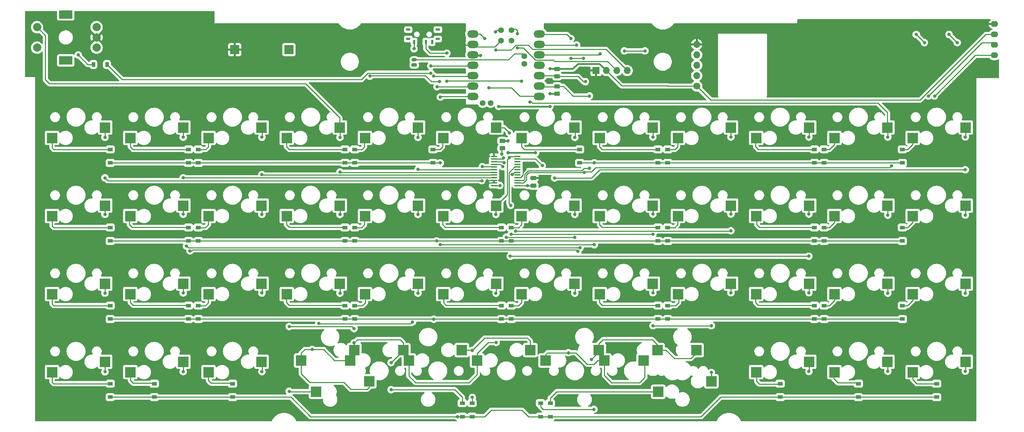
<source format=gbl>
%TF.GenerationSoftware,KiCad,Pcbnew,(7.0.0-0)*%
%TF.CreationDate,2023-03-16T02:49:19-07:00*%
%TF.ProjectId,spc_evdr,7370635f-6576-4647-922e-6b696361645f,rev?*%
%TF.SameCoordinates,Original*%
%TF.FileFunction,Copper,L2,Bot*%
%TF.FilePolarity,Positive*%
%FSLAX46Y46*%
G04 Gerber Fmt 4.6, Leading zero omitted, Abs format (unit mm)*
G04 Created by KiCad (PCBNEW (7.0.0-0)) date 2023-03-16 02:49:19*
%MOMM*%
%LPD*%
G01*
G04 APERTURE LIST*
G04 Aperture macros list*
%AMRoundRect*
0 Rectangle with rounded corners*
0 $1 Rounding radius*
0 $2 $3 $4 $5 $6 $7 $8 $9 X,Y pos of 4 corners*
0 Add a 4 corners polygon primitive as box body*
4,1,4,$2,$3,$4,$5,$6,$7,$8,$9,$2,$3,0*
0 Add four circle primitives for the rounded corners*
1,1,$1+$1,$2,$3*
1,1,$1+$1,$4,$5*
1,1,$1+$1,$6,$7*
1,1,$1+$1,$8,$9*
0 Add four rect primitives between the rounded corners*
20,1,$1+$1,$2,$3,$4,$5,0*
20,1,$1+$1,$4,$5,$6,$7,0*
20,1,$1+$1,$6,$7,$8,$9,0*
20,1,$1+$1,$8,$9,$2,$3,0*%
G04 Aperture macros list end*
%TA.AperFunction,ComponentPad*%
%ADD10C,2.000000*%
%TD*%
%TA.AperFunction,ComponentPad*%
%ADD11R,3.200000X2.000000*%
%TD*%
%TA.AperFunction,ComponentPad*%
%ADD12O,1.700000X1.700000*%
%TD*%
%TA.AperFunction,ComponentPad*%
%ADD13C,1.700000*%
%TD*%
%TA.AperFunction,ComponentPad*%
%ADD14R,2.200000X2.200000*%
%TD*%
%TA.AperFunction,SMDPad,CuDef*%
%ADD15R,2.550000X2.500000*%
%TD*%
%TA.AperFunction,ComponentPad*%
%ADD16O,1.778000X1.397000*%
%TD*%
%TA.AperFunction,ComponentPad*%
%ADD17R,1.700000X1.700000*%
%TD*%
%TA.AperFunction,SMDPad,CuDef*%
%ADD18R,1.200000X0.900000*%
%TD*%
%TA.AperFunction,ComponentPad*%
%ADD19RoundRect,0.200000X0.450000X-0.200000X0.450000X0.200000X-0.450000X0.200000X-0.450000X-0.200000X0*%
%TD*%
%TA.AperFunction,ComponentPad*%
%ADD20O,1.300000X0.800000*%
%TD*%
%TA.AperFunction,SMDPad,CuDef*%
%ADD21RoundRect,0.250000X0.450000X-0.262500X0.450000X0.262500X-0.450000X0.262500X-0.450000X-0.262500X0*%
%TD*%
%TA.AperFunction,SMDPad,CuDef*%
%ADD22RoundRect,0.250000X-0.450000X0.262500X-0.450000X-0.262500X0.450000X-0.262500X0.450000X0.262500X0*%
%TD*%
%TA.AperFunction,SMDPad,CuDef*%
%ADD23RoundRect,0.100000X-0.637500X-0.100000X0.637500X-0.100000X0.637500X0.100000X-0.637500X0.100000X0*%
%TD*%
%TA.AperFunction,SMDPad,CuDef*%
%ADD24RoundRect,0.250000X-0.475000X0.250000X-0.475000X-0.250000X0.475000X-0.250000X0.475000X0.250000X0*%
%TD*%
%TA.AperFunction,SMDPad,CuDef*%
%ADD25RoundRect,0.225000X0.225000X0.375000X-0.225000X0.375000X-0.225000X-0.375000X0.225000X-0.375000X0*%
%TD*%
%TA.AperFunction,SMDPad,CuDef*%
%ADD26R,1.100000X0.600000*%
%TD*%
%TA.AperFunction,SMDPad,CuDef*%
%ADD27R,1.000000X0.600000*%
%TD*%
%TA.AperFunction,SMDPad,CuDef*%
%ADD28R,0.600000X1.000000*%
%TD*%
%TA.AperFunction,SMDPad,CuDef*%
%ADD29O,2.750000X1.800000*%
%TD*%
%TA.AperFunction,ComponentPad*%
%ADD30C,1.397000*%
%TD*%
%TA.AperFunction,ViaPad*%
%ADD31C,0.800000*%
%TD*%
%TA.AperFunction,Conductor*%
%ADD32C,0.250000*%
%TD*%
%TA.AperFunction,Conductor*%
%ADD33C,0.400000*%
%TD*%
G04 APERTURE END LIST*
D10*
X45477689Y-49207190D03*
X45477689Y-44207190D03*
X45477689Y-46707190D03*
D11*
X37977688Y-41107189D03*
X37977688Y-52307189D03*
D10*
X30977689Y-44207190D03*
X30977689Y-49207190D03*
D12*
X191599999Y-48419999D03*
X191599999Y-50959999D03*
X191599999Y-53499999D03*
X191599999Y-56039999D03*
D13*
X191600000Y-58580000D03*
D14*
X92299999Y-49699999D03*
X79099999Y-49699999D03*
D15*
X257102688Y-87747189D03*
X244175688Y-90287189D03*
X121488938Y-125529689D03*
X134415938Y-122989689D03*
X66602688Y-68697189D03*
X53675688Y-71237189D03*
X161852688Y-68697189D03*
X148925688Y-71237189D03*
X66602688Y-106797189D03*
X53675688Y-109337189D03*
X161852688Y-106797189D03*
X148925688Y-109337189D03*
X180902688Y-87747189D03*
X167975688Y-90287189D03*
X104702688Y-68697189D03*
X91775688Y-71237189D03*
X47552688Y-87747189D03*
X34625688Y-90287189D03*
X219002688Y-68697189D03*
X206075688Y-71237189D03*
D16*
X264067688Y-51067189D03*
X264067688Y-48527189D03*
X264067688Y-45987189D03*
X264067688Y-43447189D03*
D15*
X47552688Y-68697189D03*
X34625688Y-71237189D03*
X257102688Y-68697189D03*
X244175688Y-71237189D03*
X85652688Y-68697189D03*
X72725688Y-71237189D03*
X104702688Y-106797189D03*
X91775688Y-109337189D03*
X138157688Y-125529689D03*
X151084688Y-122989689D03*
X66602688Y-125847189D03*
X53675688Y-128387189D03*
X238052688Y-125847189D03*
X225125688Y-128387189D03*
X123752688Y-87747189D03*
X110825688Y-90287189D03*
X142802688Y-106797189D03*
X129875688Y-109337189D03*
X123752688Y-106797189D03*
X110825688Y-109337189D03*
X219002688Y-87747189D03*
X206075688Y-90287189D03*
X199952688Y-68697189D03*
X187025688Y-71237189D03*
X169113938Y-125529689D03*
X182040938Y-122989689D03*
X178638938Y-125529689D03*
X191565938Y-122989689D03*
X47552688Y-125847189D03*
X34625688Y-128387189D03*
X107201438Y-125529689D03*
X120128438Y-122989689D03*
X199952688Y-106797189D03*
X187025688Y-109337189D03*
X219002688Y-106797189D03*
X206075688Y-109337189D03*
X238052688Y-68697189D03*
X225125688Y-71237189D03*
X180902688Y-106797189D03*
X167975688Y-109337189D03*
X238052688Y-87747189D03*
X225125688Y-90287189D03*
X195190188Y-130609689D03*
X182263188Y-133149689D03*
X238052688Y-106797189D03*
X225125688Y-109337189D03*
X123752688Y-68697189D03*
X110825688Y-71237189D03*
X154826438Y-125529689D03*
X167753438Y-122989689D03*
X66602688Y-87747189D03*
X53675688Y-90287189D03*
X219002688Y-125847189D03*
X206075688Y-128387189D03*
X85652688Y-106797189D03*
X72725688Y-109337189D03*
X95295188Y-125529689D03*
X108222188Y-122989689D03*
X199952688Y-87747189D03*
X187025688Y-90287189D03*
X161852688Y-87747189D03*
X148925688Y-90287189D03*
X142802688Y-68697189D03*
X129875688Y-71237189D03*
X180902688Y-68697189D03*
X167975688Y-71237189D03*
D17*
X167067688Y-54807189D03*
D12*
X169607688Y-54807189D03*
X172147688Y-54807189D03*
X174687688Y-54807189D03*
D15*
X85652688Y-125847189D03*
X72725688Y-128387189D03*
X104702688Y-87747189D03*
X91775688Y-90287189D03*
X111846438Y-130609689D03*
X98919438Y-133149689D03*
X142802688Y-87747189D03*
X129875688Y-90287189D03*
X257102688Y-125847189D03*
X244175688Y-128387189D03*
X257102688Y-106797189D03*
X244175688Y-109337189D03*
X47552688Y-106797189D03*
X34625688Y-109337189D03*
X85652688Y-87747189D03*
X72725688Y-90287189D03*
D18*
X241683313Y-77332189D03*
X241683313Y-74032189D03*
X134527063Y-139244689D03*
X134527063Y-135944689D03*
X184533313Y-77332189D03*
X184533313Y-74032189D03*
D19*
X122817689Y-53432190D03*
D20*
X122817688Y-52182189D03*
D18*
X108333313Y-77332189D03*
X108333313Y-74032189D03*
D21*
X157617689Y-60469690D03*
X157617689Y-58644690D03*
D18*
X144052063Y-115432189D03*
X144052063Y-112132189D03*
X48802063Y-96382189D03*
X48802063Y-93082189D03*
X182152063Y-96382189D03*
X182152063Y-93082189D03*
X108333313Y-115432189D03*
X108333313Y-112132189D03*
X67852063Y-77332189D03*
X67852063Y-74032189D03*
X105952063Y-115432189D03*
X105952063Y-112132189D03*
D22*
X144267689Y-71944690D03*
X144267689Y-73769690D03*
D18*
X127383313Y-77332189D03*
X127383313Y-74032189D03*
X220252063Y-115432189D03*
X220252063Y-112132189D03*
D23*
X142255189Y-82882190D03*
X142255189Y-82232190D03*
X142255189Y-81582190D03*
X142255189Y-80932190D03*
X142255189Y-80282190D03*
X142255189Y-79632190D03*
X142255189Y-78982190D03*
X142255189Y-78332190D03*
X142255189Y-77682190D03*
X142255189Y-77032190D03*
X142255189Y-76382190D03*
X142255189Y-75732190D03*
X147980189Y-75732190D03*
X147980189Y-76382190D03*
X147980189Y-77032190D03*
X147980189Y-77682190D03*
X147980189Y-78332190D03*
X147980189Y-78982190D03*
X147980189Y-79632190D03*
X147980189Y-80282190D03*
X147980189Y-80932190D03*
X147980189Y-81582190D03*
X147980189Y-82232190D03*
X147980189Y-82882190D03*
D18*
X136908313Y-139244689D03*
X136908313Y-135944689D03*
X48802063Y-134482189D03*
X48802063Y-131182189D03*
D22*
X157617689Y-54394690D03*
X157617689Y-56219690D03*
D18*
X222633313Y-96382189D03*
X222633313Y-93082189D03*
X184533313Y-115432189D03*
X184533313Y-112132189D03*
X184533313Y-96382189D03*
X184533313Y-93082189D03*
X70233313Y-77332189D03*
X70233313Y-74032189D03*
X182152063Y-77332189D03*
X182152063Y-74032189D03*
X222633313Y-115432189D03*
X222633313Y-112132189D03*
X108333313Y-96382189D03*
X108333313Y-93082189D03*
X67852063Y-115432189D03*
X67852063Y-112132189D03*
X211917688Y-134482189D03*
X211917688Y-131182189D03*
X70233313Y-115432189D03*
X70233313Y-112132189D03*
D24*
X151867689Y-81007190D03*
X151867689Y-82907190D03*
D18*
X250017688Y-134482189D03*
X250017688Y-131182189D03*
D25*
X48000000Y-53307190D03*
X44700000Y-53307190D03*
D18*
X220252063Y-77332189D03*
X220252063Y-74032189D03*
D26*
X128567688Y-44801689D03*
D27*
X121367688Y-44801689D03*
X128567688Y-47087689D03*
D26*
X121367688Y-47087689D03*
D28*
X122767688Y-47794689D03*
X125667688Y-47794689D03*
X127167688Y-47794689D03*
D18*
X105952063Y-96382189D03*
X105952063Y-93082189D03*
X67852063Y-96382189D03*
X67852063Y-93082189D03*
X70233313Y-96382189D03*
X70233313Y-93082189D03*
X241683313Y-115432189D03*
X241683313Y-112132189D03*
X153577063Y-139244689D03*
X153577063Y-135944689D03*
X48802063Y-77332189D03*
X48802063Y-74032189D03*
X78567688Y-134482189D03*
X78567688Y-131182189D03*
X144052063Y-96382189D03*
X144052063Y-93082189D03*
X220252063Y-96382189D03*
X220252063Y-93082189D03*
X182152063Y-115432189D03*
X182152063Y-112132189D03*
X59517688Y-134482189D03*
X59517688Y-131182189D03*
X222633313Y-77332189D03*
X222633313Y-74032189D03*
X48802063Y-115432189D03*
X48802063Y-112132189D03*
X155958313Y-139244689D03*
X155958313Y-135944689D03*
X241683313Y-96382189D03*
X241683313Y-93082189D03*
X105952063Y-77332189D03*
X105952063Y-74032189D03*
X146433313Y-115432189D03*
X146433313Y-112132189D03*
D29*
X153312648Y-45862189D03*
X153312648Y-48402189D03*
X153312648Y-50942189D03*
X153312648Y-53482189D03*
X153312648Y-56022189D03*
X153312648Y-58562189D03*
X153312648Y-61102189D03*
X137122728Y-61102189D03*
X137122728Y-58562189D03*
X137122728Y-56022189D03*
X137122728Y-53482189D03*
X137122728Y-50942189D03*
X137122728Y-48402189D03*
X137122728Y-45862189D03*
D30*
X146487689Y-44910190D03*
X143947689Y-44910190D03*
X146487689Y-47450190D03*
X143947689Y-47450190D03*
X149662689Y-53165190D03*
X149662689Y-51260190D03*
X141407689Y-62690190D03*
X139502689Y-62690190D03*
D18*
X163102063Y-77332189D03*
X163102063Y-74032189D03*
X230967688Y-134482189D03*
X230967688Y-131182189D03*
X146433313Y-96382189D03*
X146433313Y-93082189D03*
D31*
X239000000Y-78056690D03*
X249500000Y-61000000D03*
X163211685Y-98031690D03*
X165500000Y-61000000D03*
X112012299Y-56156690D03*
X129000000Y-57500000D03*
X141000000Y-59000000D03*
X248012299Y-61012299D03*
X164197315Y-79652163D03*
X164500000Y-57500000D03*
X122767689Y-49457190D03*
X150000000Y-78000000D03*
X133000000Y-55000000D03*
X154000000Y-117000000D03*
X159000000Y-135000000D03*
X140567689Y-81657190D03*
X173000000Y-122000000D03*
X134567689Y-48557190D03*
X153667689Y-80957190D03*
X140567689Y-82557190D03*
X150367689Y-82857190D03*
X155867689Y-63557190D03*
X155867689Y-60457190D03*
X139000000Y-51087190D03*
X143367689Y-63557190D03*
X145667689Y-71957190D03*
X152367689Y-74857190D03*
X145667689Y-74857190D03*
X155867689Y-54357190D03*
X166673939Y-77332190D03*
X129167689Y-61257190D03*
X166673939Y-97307190D03*
X129142689Y-77332190D03*
X129142689Y-97307190D03*
X128292689Y-96382190D03*
X128367689Y-58757190D03*
X127567689Y-115457190D03*
X127567689Y-56157190D03*
X126867689Y-53657190D03*
X126842689Y-55432190D03*
X133380189Y-139244690D03*
X147917689Y-49281690D03*
X147917689Y-45807190D03*
X142667689Y-49757190D03*
X142567689Y-45357190D03*
X165492189Y-78653478D03*
X66567689Y-71057190D03*
X66567689Y-128257190D03*
X66567689Y-80957190D03*
X66567689Y-89857190D03*
X66567689Y-109057190D03*
X85732689Y-80207690D03*
X85732689Y-109067190D03*
X85732689Y-89867190D03*
X85732689Y-128267190D03*
X85732689Y-71067190D03*
X104732689Y-79557690D03*
X104732689Y-89917190D03*
X104732689Y-109117190D03*
X104732689Y-71117190D03*
X123732689Y-78907690D03*
X123732689Y-71117190D03*
X99567689Y-116532690D03*
X123732689Y-89917190D03*
X123732689Y-109117190D03*
X97967689Y-122857190D03*
X122367689Y-116156690D03*
X142767689Y-121157190D03*
X142732689Y-109117190D03*
X146000000Y-70000000D03*
X142732689Y-89917190D03*
X146000000Y-76000000D03*
X161932689Y-89917190D03*
X161932689Y-109117190D03*
X161932689Y-95457190D03*
X145242689Y-95457190D03*
X144392189Y-78257190D03*
X160367689Y-123657190D03*
X161932689Y-71117190D03*
X180932689Y-71017190D03*
X195167689Y-117057190D03*
X180932689Y-94722190D03*
X180932689Y-89817190D03*
X180967689Y-117057190D03*
X146433314Y-94732690D03*
X144729714Y-77295165D03*
X195167689Y-128457190D03*
X180932689Y-109017190D03*
X144566267Y-76145755D03*
X199932689Y-109017190D03*
X199932689Y-89817190D03*
X199932689Y-71017190D03*
X147543189Y-93945317D03*
X199932689Y-93892190D03*
X218900000Y-100100000D03*
X146300000Y-87700000D03*
X218932689Y-109017190D03*
X218932689Y-128217190D03*
X218932689Y-89817190D03*
X146200000Y-100100000D03*
X218932689Y-71017190D03*
X151000000Y-62500000D03*
X238132689Y-128167190D03*
X238132689Y-90067190D03*
X238132689Y-71017190D03*
X146629214Y-80200000D03*
X238132689Y-109117190D03*
X41000000Y-51000000D03*
X67347689Y-97627190D03*
X161000000Y-47000000D03*
X117167689Y-132657190D03*
X117167689Y-126057190D03*
X92367689Y-133057190D03*
X92367689Y-117257190D03*
X108167689Y-121257190D03*
X108167689Y-117757190D03*
X136967689Y-123057190D03*
X136967689Y-134557190D03*
X165967689Y-125257190D03*
X166567689Y-137457190D03*
X162367689Y-48557190D03*
X68211056Y-98781690D03*
X162698442Y-98889354D03*
X144167689Y-75157190D03*
X143667689Y-82857190D03*
X47516015Y-80983007D03*
X139271763Y-81656690D03*
X47516015Y-109083007D03*
X47516015Y-128283007D03*
X47516015Y-80983007D03*
X47516015Y-71083007D03*
X47516015Y-89883007D03*
X139405314Y-78257690D03*
X148967689Y-57357190D03*
X130767689Y-50557190D03*
X130767689Y-57357190D03*
X257000000Y-90050000D03*
X154000000Y-78000000D03*
X257000000Y-79000000D03*
X257000000Y-71000000D03*
X257000000Y-128150000D03*
X257000000Y-109100000D03*
X157000000Y-81000000D03*
X161000000Y-51832690D03*
X164000000Y-51832690D03*
X140000000Y-47000000D03*
X179000000Y-50000000D03*
X174000000Y-50000000D03*
X168081104Y-50669115D03*
X245050000Y-46000000D03*
X247050000Y-48000000D03*
X255050000Y-48000000D03*
X253050000Y-46000000D03*
D32*
X219002689Y-68697190D02*
X219002689Y-70947190D01*
X219002689Y-70947190D02*
X218932689Y-71017190D01*
X33000000Y-46500000D02*
X33000000Y-57000000D01*
X30977689Y-44207190D02*
X33000000Y-46229501D01*
X33000000Y-46229501D02*
X33000000Y-46500000D01*
X164500000Y-57500000D02*
X164000000Y-57500000D01*
X164000000Y-57500000D02*
X162719690Y-56219690D01*
X162719690Y-56219690D02*
X157617689Y-56219690D01*
X164349478Y-79500000D02*
X165500000Y-79500000D01*
X238556690Y-78500000D02*
X239000000Y-78056690D01*
X167000000Y-78500000D02*
X238556690Y-78500000D01*
X164197315Y-79652163D02*
X164349478Y-79500000D01*
X166000000Y-79500000D02*
X167000000Y-78500000D01*
X165500000Y-79500000D02*
X166000000Y-79500000D01*
X249500000Y-61000000D02*
X259432810Y-51067190D01*
X259432810Y-51067190D02*
X264067689Y-51067190D01*
X163186185Y-98057190D02*
X163211685Y-98031690D01*
X157617689Y-58644690D02*
X159144690Y-58644690D01*
X161500000Y-61000000D02*
X165500000Y-61000000D01*
X159144690Y-58644690D02*
X159500000Y-59000000D01*
X159500000Y-59000000D02*
X161500000Y-61000000D01*
X161000000Y-51832690D02*
X164000000Y-51832690D01*
X250017689Y-134482190D02*
X230967689Y-134482190D01*
X34000000Y-58000000D02*
X96414332Y-58000000D01*
X96414332Y-58000000D02*
X104702689Y-66288357D01*
X33000000Y-57000000D02*
X34000000Y-58000000D01*
X104702689Y-66288357D02*
X104702689Y-68697190D01*
X129000000Y-57500000D02*
X127000000Y-57500000D01*
X112168989Y-56000000D02*
X112012299Y-56156690D01*
X153787649Y-61102190D02*
X153685459Y-61000000D01*
X127000000Y-57500000D02*
X125500000Y-56000000D01*
X153685459Y-61000000D02*
X148500000Y-61000000D01*
X148500000Y-61000000D02*
X146500000Y-59000000D01*
X125500000Y-56000000D02*
X112168989Y-56000000D01*
X146500000Y-59000000D02*
X141000000Y-59000000D01*
X145742689Y-52182190D02*
X147243689Y-50681190D01*
X149365508Y-50681190D02*
X149662689Y-50978371D01*
X149662689Y-50978371D02*
X149662689Y-51260190D01*
X147243689Y-50681190D02*
X149365508Y-50681190D01*
X248012299Y-61012299D02*
X261024598Y-48000000D01*
X261024598Y-48000000D02*
X263540499Y-48000000D01*
X263540499Y-48000000D02*
X264067689Y-48527190D01*
X262012810Y-45987190D02*
X246500000Y-61500000D01*
X191600000Y-58580000D02*
X195020000Y-62000000D01*
X246000000Y-62000000D02*
X246500000Y-61500000D01*
X195020000Y-62000000D02*
X246000000Y-62000000D01*
X264067689Y-45987190D02*
X262012810Y-45987190D01*
X191600000Y-58580000D02*
X184580000Y-58580000D01*
X184580000Y-58580000D02*
X184500000Y-58500000D01*
X173300499Y-58500000D02*
X184500000Y-58500000D01*
X169607689Y-54807190D02*
X173300499Y-58500000D01*
X153787649Y-56022190D02*
X157420189Y-56022190D01*
X157420189Y-56022190D02*
X157617689Y-56219690D01*
X150767689Y-79657190D02*
X164192288Y-79657190D01*
X164192288Y-79657190D02*
X164197315Y-79652163D01*
X122767689Y-49457190D02*
X122767689Y-47794690D01*
X122817689Y-52182190D02*
X145742689Y-52182190D01*
X148668730Y-80932190D02*
X149274444Y-80326476D01*
X134577689Y-48547190D02*
X134567689Y-48557190D01*
X142255189Y-81582190D02*
X140642689Y-81582190D01*
X151867689Y-81007190D02*
X153617689Y-81007190D01*
X142397879Y-49000000D02*
X137000000Y-49000000D01*
X149274444Y-79725556D02*
X150000000Y-79000000D01*
X140642689Y-81582190D02*
X140567689Y-81657190D01*
X149274444Y-80326476D02*
X149274444Y-79725556D01*
X150000000Y-79000000D02*
X150000000Y-78000000D01*
X142255189Y-82232190D02*
X140892689Y-82232190D01*
X143947689Y-47450190D02*
X142397879Y-49000000D01*
X147980189Y-80932190D02*
X148668730Y-80932190D01*
X153617689Y-81007190D02*
X153667689Y-80957190D01*
X140892689Y-82232190D02*
X140567689Y-82557190D01*
X136687729Y-48547190D02*
X134577689Y-48547190D01*
X151842689Y-82882190D02*
X151867689Y-82907190D01*
D33*
X144280189Y-71957190D02*
X144267689Y-71944690D01*
X161442689Y-54357190D02*
X162642689Y-53157190D01*
D32*
X147980189Y-82882190D02*
X151842689Y-82882190D01*
D33*
X150367689Y-82857190D02*
X150417689Y-82907190D01*
X157655189Y-54357190D02*
X161442689Y-54357190D01*
X155867689Y-63557190D02*
X143367689Y-63557190D01*
X145667689Y-71957190D02*
X144280189Y-71957190D01*
X157580189Y-54357190D02*
X157617689Y-54394690D01*
X162642689Y-53157190D02*
X167957689Y-53157190D01*
X145667689Y-74857190D02*
X152367689Y-74857190D01*
D32*
X155880189Y-60469690D02*
X155867689Y-60457190D01*
D33*
X155867689Y-54357190D02*
X157580189Y-54357190D01*
X157617689Y-60469690D02*
X155880189Y-60469690D01*
X139000000Y-51087190D02*
X136687729Y-51087190D01*
X157617689Y-54394690D02*
X157655189Y-54357190D01*
X167957689Y-53157190D02*
X169607689Y-54807190D01*
D32*
X136647729Y-61102190D02*
X129322689Y-61102190D01*
X48802064Y-77332190D02*
X67852064Y-77332190D01*
X166673939Y-77332190D02*
X241683314Y-77332190D01*
X166673939Y-77332190D02*
X163102064Y-77332190D01*
X129322689Y-61102190D02*
X129167689Y-61257190D01*
X67852064Y-77332190D02*
X129142689Y-77332190D01*
X166673939Y-97307190D02*
X129142689Y-97307190D01*
X136687729Y-58707190D02*
X128417689Y-58707190D01*
X128292689Y-96382190D02*
X67852064Y-96382190D01*
X48802064Y-96382190D02*
X67852064Y-96382190D01*
X128417689Y-58707190D02*
X128367689Y-58757190D01*
X222633314Y-96382190D02*
X241683314Y-96382190D01*
X222633314Y-96382190D02*
X128292689Y-96382190D01*
X127592689Y-115432190D02*
X222633314Y-115432190D01*
X127577689Y-56167190D02*
X136687729Y-56167190D01*
X127567689Y-115457190D02*
X127592689Y-115432190D01*
X127567689Y-56157190D02*
X127577689Y-56167190D01*
X222633314Y-115432190D02*
X241683314Y-115432190D01*
X67852064Y-115432190D02*
X127542689Y-115432190D01*
X127542689Y-115432190D02*
X127567689Y-115457190D01*
X48802064Y-115432190D02*
X67852064Y-115432190D01*
X92792689Y-134482190D02*
X97555189Y-139244690D01*
X139980189Y-139244690D02*
X133380189Y-139244690D01*
X131517689Y-53657190D02*
X136657729Y-53657190D01*
X111567810Y-55432190D02*
X110000000Y-57000000D01*
X150655189Y-139244690D02*
X149067689Y-137657190D01*
X149067689Y-137657190D02*
X141567689Y-137657190D01*
X141567689Y-137657190D02*
X139980189Y-139244690D01*
X116667689Y-139244690D02*
X133380189Y-139244690D01*
X51692810Y-57000000D02*
X48000000Y-53307190D01*
X110000000Y-57000000D02*
X51692810Y-57000000D01*
X192680189Y-139244690D02*
X150655189Y-139244690D01*
X131517689Y-53657190D02*
X126867689Y-53657190D01*
X136657729Y-53657190D02*
X136687729Y-53627190D01*
X126842689Y-55432190D02*
X111567810Y-55432190D01*
X197442689Y-134482190D02*
X192680189Y-139244690D01*
X59517689Y-134482190D02*
X92792689Y-134482190D01*
X48802064Y-134482190D02*
X59517689Y-134482190D01*
X97555189Y-139244690D02*
X116667689Y-139244690D01*
X230967689Y-134482190D02*
X197442689Y-134482190D01*
X34625689Y-71237190D02*
X34625689Y-73625689D01*
X35032190Y-74032190D02*
X48802064Y-74032190D01*
X34625689Y-73625689D02*
X35032190Y-74032190D01*
X54342689Y-74032190D02*
X67852064Y-74032190D01*
X53675689Y-73365190D02*
X54342689Y-74032190D01*
X53675689Y-71237190D02*
X53675689Y-73365190D01*
X72058689Y-74032190D02*
X70233314Y-74032190D01*
X72700689Y-73390190D02*
X72058689Y-74032190D01*
X72700689Y-71262190D02*
X72700689Y-73390190D01*
X91700689Y-71262190D02*
X91700689Y-73390190D01*
X92367689Y-74057190D02*
X105927064Y-74057190D01*
X91700689Y-73390190D02*
X92367689Y-74057190D01*
X105927064Y-74057190D02*
X105952064Y-74032190D01*
X110700689Y-73390190D02*
X110058689Y-74032190D01*
X110058689Y-74032190D02*
X108333314Y-74032190D01*
X110700689Y-71262190D02*
X110700689Y-73390190D01*
X129058689Y-74032190D02*
X127383314Y-74032190D01*
X129700689Y-71262190D02*
X129700689Y-73390190D01*
X129700689Y-73390190D02*
X129058689Y-74032190D01*
X148950689Y-71262190D02*
X148950689Y-73390190D01*
X163077064Y-74057190D02*
X163102064Y-74032190D01*
X149617689Y-74057190D02*
X163077064Y-74057190D01*
X148950689Y-73390190D02*
X149617689Y-74057190D01*
X168617689Y-74057190D02*
X182127064Y-74057190D01*
X167950689Y-71262190D02*
X167950689Y-73390190D01*
X167950689Y-73390190D02*
X168617689Y-74057190D01*
X182127064Y-74057190D02*
X182152064Y-74032190D01*
X186308689Y-74032190D02*
X184533314Y-74032190D01*
X186950689Y-71262190D02*
X186950689Y-73390190D01*
X186950689Y-73390190D02*
X186308689Y-74032190D01*
X205950689Y-73390190D02*
X206617689Y-74057190D01*
X206617689Y-74057190D02*
X220227064Y-74057190D01*
X220227064Y-74057190D02*
X220252064Y-74032190D01*
X205950689Y-71262190D02*
X205950689Y-73390190D01*
X225125689Y-72824311D02*
X225125689Y-71237190D01*
X223917810Y-74032190D02*
X225125689Y-72824311D01*
X222633314Y-74032190D02*
X223917810Y-74032190D01*
X241683314Y-74032190D02*
X242967810Y-74032190D01*
X244175689Y-72824311D02*
X244175689Y-71237190D01*
X242967810Y-74032190D02*
X244175689Y-72824311D01*
X34625689Y-90287190D02*
X34625689Y-92675689D01*
X34625689Y-92675689D02*
X35032190Y-93082190D01*
X35032190Y-93082190D02*
X48802064Y-93082190D01*
X53450689Y-90262190D02*
X53450689Y-92390190D01*
X53450689Y-92390190D02*
X54117689Y-93057190D01*
X54117689Y-93057190D02*
X67827064Y-93057190D01*
X67827064Y-93057190D02*
X67852064Y-93082190D01*
X72700689Y-92390190D02*
X72008689Y-93082190D01*
X72008689Y-93082190D02*
X70233314Y-93082190D01*
X72700689Y-90262190D02*
X72700689Y-92390190D01*
X91700689Y-92390190D02*
X92367689Y-93057190D01*
X105927064Y-93057190D02*
X105952064Y-93082190D01*
X91700689Y-90262190D02*
X91700689Y-92390190D01*
X92367689Y-93057190D02*
X105927064Y-93057190D01*
X110700689Y-92390190D02*
X110008689Y-93082190D01*
X110700689Y-90262190D02*
X110700689Y-92390190D01*
X110008689Y-93082190D02*
X108333314Y-93082190D01*
X129700689Y-92390190D02*
X130367689Y-93057190D01*
X129700689Y-90262190D02*
X129700689Y-92390190D01*
X130367689Y-93057190D02*
X144027064Y-93057190D01*
X144027064Y-93057190D02*
X144052064Y-93082190D01*
X148950689Y-90262190D02*
X148950689Y-92390190D01*
X148258689Y-93082190D02*
X146433314Y-93082190D01*
X148950689Y-92390190D02*
X148258689Y-93082190D01*
X182127064Y-93057190D02*
X182152064Y-93082190D01*
X167950689Y-92390190D02*
X168617689Y-93057190D01*
X168617689Y-93057190D02*
X182127064Y-93057190D01*
X167950689Y-90262190D02*
X167950689Y-92390190D01*
X186950689Y-90262190D02*
X186950689Y-92390190D01*
X186258689Y-93082190D02*
X184533314Y-93082190D01*
X186950689Y-92390190D02*
X186258689Y-93082190D01*
X220227064Y-93057190D02*
X220252064Y-93082190D01*
X206200689Y-90262190D02*
X206200689Y-92390190D01*
X206200689Y-92390190D02*
X206867689Y-93057190D01*
X206867689Y-93057190D02*
X220227064Y-93057190D01*
X222633314Y-93082190D02*
X223917810Y-93082190D01*
X225125689Y-91874311D02*
X225125689Y-90287190D01*
X223917810Y-93082190D02*
X225125689Y-91874311D01*
X242967810Y-93082190D02*
X244175689Y-91874311D01*
X244175689Y-91874311D02*
X244175689Y-90287190D01*
X241683314Y-93082190D02*
X242967810Y-93082190D01*
X35032190Y-112132190D02*
X48802064Y-112132190D01*
X34625689Y-109337190D02*
X34625689Y-111725689D01*
X34625689Y-111725689D02*
X35032190Y-112132190D01*
X54367689Y-112057190D02*
X67777064Y-112057190D01*
X67777064Y-112057190D02*
X67852064Y-112132190D01*
X53700689Y-111390190D02*
X54367689Y-112057190D01*
X53700689Y-109262190D02*
X53700689Y-111390190D01*
X71958689Y-112132190D02*
X70233314Y-112132190D01*
X72700689Y-111390190D02*
X71958689Y-112132190D01*
X72700689Y-109262190D02*
X72700689Y-111390190D01*
X91700689Y-111390190D02*
X92367689Y-112057190D01*
X105877064Y-112057190D02*
X105952064Y-112132190D01*
X92367689Y-112057190D02*
X105877064Y-112057190D01*
X91700689Y-109262190D02*
X91700689Y-111390190D01*
X110950689Y-111390190D02*
X110208689Y-112132190D01*
X110208689Y-112132190D02*
X108333314Y-112132190D01*
X110950689Y-109262190D02*
X110950689Y-111390190D01*
X146917689Y-44657190D02*
X147567689Y-44657190D01*
X169897689Y-52557190D02*
X172147689Y-54807190D01*
X149354737Y-49281690D02*
X152330237Y-52257190D01*
X147917689Y-45007190D02*
X147917689Y-45807190D01*
X152330237Y-52257190D02*
X156730061Y-52257190D01*
X156730061Y-52257190D02*
X157030061Y-52557190D01*
X146527689Y-45047190D02*
X146917689Y-44657190D01*
X147567689Y-44657190D02*
X147917689Y-45007190D01*
X147917689Y-49281690D02*
X149354737Y-49281690D01*
X157030061Y-52557190D02*
X169897689Y-52557190D01*
X143947689Y-44910190D02*
X143014689Y-44910190D01*
X142667689Y-49757190D02*
X146367689Y-49757190D01*
X146367689Y-49757190D02*
X147567689Y-48557190D01*
X151637689Y-49627190D02*
X169507689Y-49627190D01*
X147567689Y-48557190D02*
X150567689Y-48557190D01*
X143014689Y-44910190D02*
X142567689Y-45357190D01*
X169507689Y-49627190D02*
X174687689Y-54807190D01*
X150567689Y-48557190D02*
X151637689Y-49627190D01*
X150174444Y-80250435D02*
X150767689Y-79657190D01*
X150174444Y-81450435D02*
X150174444Y-80250435D01*
X149392689Y-82232190D02*
X150174444Y-81450435D01*
X147980189Y-82232190D02*
X149392689Y-82232190D01*
X149342689Y-81582190D02*
X149724444Y-81200435D01*
X149724444Y-80064039D02*
X150581293Y-79207190D01*
X150581293Y-79207190D02*
X163617689Y-79207190D01*
X157555189Y-58707190D02*
X157617689Y-58644690D01*
X147980189Y-81582190D02*
X149342689Y-81582190D01*
X163617689Y-79207190D02*
X164171401Y-78653478D01*
X164171401Y-78653478D02*
X165492189Y-78653478D01*
X149724444Y-81200435D02*
X149724444Y-80064039D01*
X153827649Y-58707190D02*
X157555189Y-58707190D01*
X129950689Y-109262190D02*
X129950689Y-111390190D01*
X143977064Y-112057190D02*
X144052064Y-112132190D01*
X130617689Y-112057190D02*
X143977064Y-112057190D01*
X129950689Y-111390190D02*
X130617689Y-112057190D01*
X66567689Y-89857190D02*
X66567689Y-87782190D01*
X66602689Y-106797190D02*
X66602689Y-109022190D01*
X66602689Y-68697190D02*
X66602689Y-71022190D01*
X66567689Y-80957190D02*
X66592689Y-80932190D01*
X66602689Y-71022190D02*
X66567689Y-71057190D01*
X66602689Y-125847190D02*
X66602689Y-128222190D01*
X66567689Y-87782190D02*
X66602689Y-87747190D01*
X66602689Y-128222190D02*
X66567689Y-128257190D01*
X66602689Y-109022190D02*
X66567689Y-109057190D01*
X66592689Y-80932190D02*
X142255189Y-80932190D01*
X85767689Y-109032190D02*
X85732689Y-109067190D01*
X85767689Y-68707190D02*
X85767689Y-71032190D01*
X85807189Y-80282190D02*
X142255189Y-80282190D01*
X85767689Y-128232190D02*
X85732689Y-128267190D01*
X85767689Y-106807190D02*
X85767689Y-109032190D01*
X85732689Y-80207690D02*
X85807189Y-80282190D01*
X85767689Y-125857190D02*
X85767689Y-128232190D01*
X85767689Y-71032190D02*
X85732689Y-71067190D01*
X85732689Y-89867190D02*
X85732689Y-87792190D01*
X104807189Y-79632190D02*
X104732689Y-79557690D01*
X104767689Y-68757190D02*
X104767689Y-71082190D01*
X104767689Y-71082190D02*
X104732689Y-71117190D01*
X142255189Y-79632190D02*
X104807189Y-79632190D01*
X104767689Y-109082190D02*
X104732689Y-109117190D01*
X104732689Y-89917190D02*
X104732689Y-87842190D01*
X104767689Y-106857190D02*
X104767689Y-109082190D01*
X104732689Y-87842190D02*
X104767689Y-87807190D01*
X148208689Y-112132190D02*
X146433314Y-112132190D01*
X148950689Y-111390190D02*
X148208689Y-112132190D01*
X148950689Y-109262190D02*
X148950689Y-111390190D01*
X142255189Y-78982190D02*
X123807189Y-78982190D01*
X123767689Y-71082190D02*
X123732689Y-71117190D01*
X111846439Y-132078440D02*
X111367689Y-132557190D01*
X97367689Y-130857190D02*
X95295189Y-128784690D01*
X111367689Y-132557190D02*
X107367689Y-132557190D01*
X111846439Y-130609690D02*
X111846439Y-132078440D01*
X96167689Y-122857190D02*
X97967689Y-122857190D01*
X105667689Y-130857190D02*
X97367689Y-130857190D01*
X123767689Y-68757190D02*
X123767689Y-71082190D01*
X123767689Y-106857190D02*
X123767689Y-109082190D01*
X100767689Y-122857190D02*
X103440189Y-125529690D01*
X123732689Y-89917190D02*
X123732689Y-87842190D01*
X99592189Y-116557190D02*
X121967189Y-116557190D01*
X99567689Y-116532690D02*
X99592189Y-116557190D01*
X95295189Y-128784690D02*
X95295189Y-125529690D01*
X123767689Y-109082190D02*
X123732689Y-109117190D01*
X103440189Y-125529690D02*
X107201439Y-125529690D01*
X97967689Y-122857190D02*
X100767689Y-122857190D01*
X121967189Y-116557190D02*
X122367689Y-116156690D01*
X123807189Y-78982190D02*
X123732689Y-78907690D01*
X95295189Y-123729690D02*
X96167689Y-122857190D01*
X107367689Y-132557190D02*
X105667689Y-130857190D01*
X123732689Y-87842190D02*
X123767689Y-87807190D01*
X95295189Y-125529690D02*
X95295189Y-123729690D01*
X123167689Y-130957190D02*
X136167689Y-130957190D01*
X121488939Y-125529690D02*
X121488939Y-129278440D01*
X142732689Y-87842190D02*
X142767689Y-87807190D01*
X138157689Y-123867190D02*
X138157689Y-125529690D01*
X142732689Y-89917190D02*
X142732689Y-87842190D01*
X142767689Y-121157190D02*
X140867689Y-121157190D01*
X136167689Y-130957190D02*
X138157689Y-128967190D01*
X144697190Y-68697190D02*
X146000000Y-70000000D01*
X145454714Y-85095165D02*
X145454714Y-76545286D01*
X145454714Y-76545286D02*
X146000000Y-76000000D01*
X140867689Y-121157190D02*
X138157689Y-123867190D01*
X138157689Y-128967190D02*
X138157689Y-125529690D01*
X146267810Y-75732190D02*
X147980189Y-75732190D01*
X142767689Y-109082190D02*
X142732689Y-109117190D01*
X142802689Y-87747190D02*
X145454714Y-85095165D01*
X142802689Y-68697190D02*
X144697190Y-68697190D01*
X121488939Y-129278440D02*
X123167689Y-130957190D01*
X142767689Y-106857190D02*
X142767689Y-109082190D01*
X146000000Y-76000000D02*
X146267810Y-75732190D01*
X145242689Y-95457190D02*
X161932689Y-95457190D01*
X161967689Y-71082190D02*
X161932689Y-71117190D01*
X161967689Y-68757190D02*
X161967689Y-71082190D01*
X177667689Y-130957190D02*
X170867689Y-130957190D01*
X161967689Y-109082190D02*
X161932689Y-109117190D01*
X178967689Y-129657190D02*
X177667689Y-130957190D01*
X166567689Y-126457190D02*
X167495189Y-125529690D01*
X160365188Y-123654689D02*
X155270190Y-123654689D01*
X143817189Y-77682190D02*
X142255189Y-77682190D01*
X178967689Y-125858440D02*
X178967689Y-129657190D01*
X169113939Y-129203440D02*
X169113939Y-125529690D01*
X154826439Y-124098440D02*
X154826439Y-125529690D01*
X160367689Y-123657190D02*
X162167689Y-123657190D01*
X164967689Y-126457190D02*
X166567689Y-126457190D01*
X167495189Y-125529690D02*
X169113939Y-125529690D01*
X161967689Y-106857190D02*
X161967689Y-109082190D01*
X170867689Y-130957190D02*
X169113939Y-129203440D01*
X155270190Y-123654689D02*
X154826439Y-124098440D01*
X178638939Y-125529690D02*
X178967689Y-125858440D01*
X144392189Y-78257190D02*
X143817189Y-77682190D01*
X160367689Y-123657190D02*
X160365188Y-123654689D01*
X161932689Y-89917190D02*
X161932689Y-87842190D01*
X162167689Y-123657190D02*
X164967689Y-126457190D01*
X195167689Y-130587190D02*
X195190189Y-130609690D01*
X180967689Y-68657190D02*
X180967689Y-70982190D01*
X144729714Y-77295165D02*
X144466739Y-77032190D01*
X180967689Y-117057190D02*
X195167689Y-117057190D01*
X180922189Y-94732690D02*
X180932689Y-94722190D01*
X180932689Y-89817190D02*
X180932689Y-87742190D01*
X195167689Y-128457190D02*
X195167689Y-130587190D01*
X146433314Y-94732690D02*
X180922189Y-94732690D01*
X180967689Y-106757190D02*
X180967689Y-108982190D01*
X180967689Y-108982190D02*
X180932689Y-109017190D01*
X180967689Y-70982190D02*
X180932689Y-71017190D01*
X144466739Y-77032190D02*
X142255189Y-77032190D01*
X147543189Y-93945317D02*
X147555062Y-93957190D01*
X199932689Y-89817190D02*
X199932689Y-87742190D01*
X199967689Y-108982190D02*
X199932689Y-109017190D01*
X142255189Y-76382190D02*
X144329832Y-76382190D01*
X199967689Y-68657190D02*
X199967689Y-70982190D01*
X199867689Y-93957190D02*
X199932689Y-93892190D01*
X199967689Y-70982190D02*
X199932689Y-71017190D01*
X147555062Y-93957190D02*
X199867689Y-93957190D01*
X144329832Y-76382190D02*
X144566267Y-76145755D01*
X199967689Y-106757190D02*
X199967689Y-108982190D01*
X218967689Y-108982190D02*
X218932689Y-109017190D01*
X145904714Y-79719124D02*
X145904714Y-81200000D01*
X218967689Y-128182190D02*
X218932689Y-128217190D01*
X147291648Y-78332190D02*
X145904714Y-79719124D01*
X145904714Y-81200000D02*
X145904714Y-87304714D01*
X218932689Y-89817190D02*
X218932689Y-87742190D01*
X147980189Y-78332190D02*
X147291648Y-78332190D01*
X145904714Y-87304714D02*
X146300000Y-87700000D01*
X218967689Y-106757190D02*
X218967689Y-108982190D01*
X218932689Y-87742190D02*
X218967689Y-87707190D01*
X146200000Y-100100000D02*
X218900000Y-100100000D01*
X218967689Y-125807190D02*
X218967689Y-128182190D01*
X238132689Y-90067190D02*
X238132689Y-87827190D01*
X238132689Y-128167190D02*
X238132689Y-125927190D01*
X147197024Y-79632190D02*
X146629214Y-80200000D01*
X238052689Y-65052689D02*
X235700000Y-62700000D01*
X147980189Y-79632190D02*
X147197024Y-79632190D01*
X238132689Y-71017190D02*
X238132689Y-68777190D01*
X151400000Y-62500000D02*
X151600000Y-62700000D01*
X238132689Y-109117190D02*
X238132689Y-106877190D01*
X151600000Y-62700000D02*
X235700000Y-62700000D01*
X238132689Y-68777190D02*
X238052689Y-68697190D01*
X151000000Y-62500000D02*
X151400000Y-62500000D01*
X238052689Y-68697190D02*
X238052689Y-65052689D01*
X168617689Y-112057190D02*
X182077064Y-112057190D01*
X182077064Y-112057190D02*
X182152064Y-112132190D01*
X167950689Y-109262190D02*
X167950689Y-111390190D01*
X167950689Y-111390190D02*
X168617689Y-112057190D01*
X187200689Y-109262190D02*
X187200689Y-111390190D01*
X187200689Y-111390190D02*
X186458689Y-112132190D01*
X186458689Y-112132190D02*
X184533314Y-112132190D01*
X205950689Y-111390190D02*
X206617689Y-112057190D01*
X205950689Y-109262190D02*
X205950689Y-111390190D01*
X206617689Y-112057190D02*
X220177064Y-112057190D01*
X220177064Y-112057190D02*
X220252064Y-112132190D01*
X225125689Y-110924311D02*
X225125689Y-109337190D01*
X223917810Y-112132190D02*
X225125689Y-110924311D01*
X222633314Y-112132190D02*
X223917810Y-112132190D01*
X242967810Y-112132190D02*
X244175689Y-110924311D01*
X244175689Y-110924311D02*
X244175689Y-109337190D01*
X241683314Y-112132190D02*
X242967810Y-112132190D01*
X34625689Y-130775689D02*
X35032190Y-131182190D01*
X35032190Y-131182190D02*
X48802064Y-131182190D01*
X34625689Y-128387190D02*
X34625689Y-130775689D01*
X53700689Y-128262190D02*
X53700689Y-130390190D01*
X53700689Y-130390190D02*
X54367689Y-131057190D01*
X54367689Y-131057190D02*
X59542689Y-131057190D01*
X43307190Y-53307190D02*
X44700000Y-53307190D01*
X41000000Y-51000000D02*
X43307190Y-53307190D01*
X72700689Y-130390190D02*
X73367689Y-131057190D01*
X72700689Y-128262190D02*
X72700689Y-130390190D01*
X73367689Y-131057190D02*
X78542689Y-131057190D01*
X160000000Y-46000000D02*
X161000000Y-47000000D01*
X67347689Y-97627190D02*
X67454367Y-97627190D01*
X67454367Y-97627190D02*
X67884367Y-98057190D01*
X153925459Y-46000000D02*
X160000000Y-46000000D01*
X153787649Y-45862190D02*
X153925459Y-46000000D01*
X67884367Y-98057190D02*
X163186185Y-98057190D01*
X134527064Y-135944690D02*
X134527064Y-134516565D01*
X107667689Y-117257190D02*
X92367689Y-117257190D01*
X108167689Y-121257190D02*
X108967689Y-120457190D01*
X108967689Y-120457190D02*
X119367689Y-120457190D01*
X108167689Y-117757190D02*
X107667689Y-117257190D01*
X119367689Y-120457190D02*
X120128439Y-121217940D01*
X108222189Y-121311690D02*
X108167689Y-121257190D01*
X120128439Y-122989690D02*
X120128439Y-123096440D01*
X134527064Y-134516565D02*
X132667689Y-132657190D01*
X120128439Y-121217940D02*
X120128439Y-122989690D01*
X92367689Y-133057190D02*
X92460189Y-133149690D01*
X92460189Y-133149690D02*
X98919439Y-133149690D01*
X108222189Y-122989690D02*
X108222189Y-121311690D01*
X132667689Y-132657190D02*
X117167689Y-132657190D01*
X120128439Y-123096440D02*
X117167689Y-126057190D01*
X136900189Y-122989690D02*
X134415939Y-122989690D01*
X139967689Y-120057190D02*
X150367689Y-120057190D01*
X136967689Y-134557190D02*
X136967689Y-135885315D01*
X151084689Y-120774190D02*
X151084689Y-122989690D01*
X150367689Y-120057190D02*
X151084689Y-120774190D01*
X136967689Y-135885315D02*
X136908314Y-135944690D01*
X136967689Y-123057190D02*
X139967689Y-120057190D01*
X136967689Y-123057190D02*
X136900189Y-122989690D01*
X167753439Y-121471440D02*
X168767689Y-120457190D01*
X153577064Y-136866565D02*
X153577064Y-135944690D01*
X167753439Y-122989690D02*
X167753439Y-121471440D01*
X167753439Y-123471440D02*
X165967689Y-125257190D01*
X180767689Y-120457190D02*
X182040939Y-121730440D01*
X160267689Y-137457190D02*
X154167689Y-137457190D01*
X166567689Y-137457190D02*
X160267689Y-137457190D01*
X191565939Y-122989690D02*
X191565939Y-123658940D01*
X190167689Y-125057190D02*
X186167689Y-125057190D01*
X167753439Y-122989690D02*
X167753439Y-123471440D01*
X186167689Y-125057190D02*
X184100189Y-122989690D01*
X182040939Y-121730440D02*
X182040939Y-122989690D01*
X191565939Y-123658940D02*
X190167689Y-125057190D01*
X154167689Y-137457190D02*
X153577064Y-136866565D01*
X168767689Y-120457190D02*
X180767689Y-120457190D01*
X184100189Y-122989690D02*
X182040939Y-122989690D01*
X155958314Y-134666565D02*
X155958314Y-135944690D01*
X182263189Y-133149690D02*
X157475189Y-133149690D01*
X157475189Y-133149690D02*
X155958314Y-134666565D01*
X206867689Y-131307190D02*
X212042689Y-131307190D01*
X206200689Y-128512190D02*
X206200689Y-130640190D01*
X206200689Y-130640190D02*
X206867689Y-131307190D01*
X68567994Y-98782190D02*
X68842994Y-98507190D01*
X68211056Y-98781690D02*
X68211556Y-98782190D01*
X162367689Y-48557190D02*
X162357689Y-48547190D01*
X68842994Y-98507190D02*
X162316278Y-98507190D01*
X162357689Y-48547190D02*
X153827649Y-48547190D01*
X162316278Y-98507190D02*
X162698442Y-98889354D01*
X68211556Y-98782190D02*
X68567994Y-98782190D01*
X224993499Y-129993499D02*
X226000000Y-131000000D01*
X224993499Y-128205000D02*
X224993499Y-129993499D01*
X226000000Y-131000000D02*
X230835499Y-131000000D01*
X244175689Y-128387190D02*
X244175689Y-130175689D01*
X244175689Y-130175689D02*
X245182190Y-131182190D01*
X245182190Y-131182190D02*
X250017689Y-131182190D01*
X144167689Y-75157190D02*
X144167689Y-73944690D01*
X144167689Y-73944690D02*
X144255189Y-73857190D01*
X143642689Y-82882190D02*
X143667689Y-82857190D01*
X142255189Y-82882190D02*
X143642689Y-82882190D01*
X47516015Y-68733864D02*
X47552689Y-68697190D01*
X139271763Y-81656690D02*
X139246263Y-81682190D01*
X142180689Y-78257690D02*
X139405314Y-78257690D01*
X47516015Y-71083007D02*
X47516015Y-68733864D01*
X47516015Y-109083007D02*
X47516015Y-106833864D01*
X47516015Y-125883864D02*
X47552689Y-125847190D01*
X47516015Y-106833864D02*
X47552689Y-106797190D01*
X142255189Y-78332190D02*
X142180689Y-78257690D01*
X139246263Y-81682190D02*
X48215198Y-81682190D01*
X47516015Y-128283007D02*
X47516015Y-125883864D01*
X47516015Y-89883007D02*
X47516015Y-87783864D01*
X47516015Y-87783864D02*
X47552689Y-87747190D01*
X48215198Y-81682190D02*
X47516015Y-80983007D01*
X130767689Y-57357190D02*
X130817689Y-57307190D01*
X148917689Y-57307190D02*
X148967689Y-57357190D01*
X130817689Y-57307190D02*
X148917689Y-57307190D01*
X126667689Y-50557190D02*
X130767689Y-50557190D01*
X125667689Y-47794690D02*
X125667689Y-49557190D01*
X125667689Y-49557190D02*
X126667689Y-50557190D01*
X257102689Y-87747190D02*
X257102689Y-89947311D01*
X257102689Y-125847190D02*
X257102689Y-128047311D01*
X241715504Y-79000000D02*
X257000000Y-79000000D01*
X168000000Y-79000000D02*
X241715504Y-79000000D01*
X257102689Y-106797190D02*
X257102689Y-108997311D01*
X147980189Y-76382190D02*
X152382190Y-76382190D01*
X257102689Y-70897311D02*
X257000000Y-71000000D01*
X257102689Y-68697190D02*
X257102689Y-70897311D01*
X152382190Y-76382190D02*
X154000000Y-78000000D01*
X157000000Y-81000000D02*
X166000000Y-81000000D01*
X166000000Y-81000000D02*
X168000000Y-79000000D01*
X139000000Y-46000000D02*
X140000000Y-47000000D01*
X138862190Y-45862190D02*
X139000000Y-46000000D01*
X136647729Y-45862190D02*
X138862190Y-45862190D01*
X153787649Y-50942190D02*
X167808029Y-50942190D01*
X179000000Y-50000000D02*
X174000000Y-50000000D01*
X167808029Y-50942190D02*
X168081104Y-50669115D01*
X245050000Y-46000000D02*
X247050000Y-48000000D01*
X253050000Y-46000000D02*
X255050000Y-48000000D01*
%TA.AperFunction,Conductor*%
G36*
X142389069Y-81653682D02*
G01*
X142433303Y-81689983D01*
X142456920Y-81742105D01*
X142455189Y-81795046D01*
X142455189Y-82047690D01*
X142438308Y-82110690D01*
X142392189Y-82156809D01*
X142329189Y-82173690D01*
X142177035Y-82173690D01*
X142121305Y-82160695D01*
X142077071Y-82124392D01*
X142053455Y-82072267D01*
X142055189Y-82019374D01*
X142055189Y-81766690D01*
X142072070Y-81703690D01*
X142118189Y-81657571D01*
X142181188Y-81640690D01*
X142257527Y-81640689D01*
X142333342Y-81640689D01*
X142389069Y-81653682D01*
G37*
%TD.AperFunction*%
%TA.AperFunction,Conductor*%
G36*
X152115813Y-77025281D02*
G01*
X152156691Y-77052595D01*
X153052878Y-77948783D01*
X153077508Y-77983633D01*
X153089092Y-78024707D01*
X153102409Y-78151405D01*
X153106458Y-78189928D01*
X153108495Y-78196200D01*
X153108497Y-78196205D01*
X153163430Y-78365271D01*
X153163433Y-78365278D01*
X153165473Y-78371556D01*
X153173056Y-78384691D01*
X153189937Y-78447690D01*
X153173056Y-78510690D01*
X153126937Y-78556809D01*
X153063937Y-78573690D01*
X150660056Y-78573690D01*
X150648872Y-78573162D01*
X150641384Y-78571489D01*
X150633469Y-78571737D01*
X150633461Y-78571737D01*
X150573326Y-78573628D01*
X150569368Y-78573690D01*
X150541437Y-78573690D01*
X150537525Y-78574183D01*
X150537492Y-78574186D01*
X150537394Y-78574199D01*
X150525593Y-78575127D01*
X150489323Y-78576267D01*
X150489315Y-78576268D01*
X150481403Y-78576517D01*
X150473797Y-78578726D01*
X150473794Y-78578727D01*
X150461948Y-78582169D01*
X150442599Y-78586176D01*
X150435527Y-78587069D01*
X150422496Y-78588716D01*
X150415137Y-78591629D01*
X150415127Y-78591632D01*
X150381375Y-78604995D01*
X150370153Y-78608837D01*
X150335307Y-78618961D01*
X150335303Y-78618962D01*
X150327699Y-78621172D01*
X150320878Y-78625205D01*
X150320875Y-78625207D01*
X150310261Y-78631484D01*
X150292511Y-78640180D01*
X150281049Y-78644718D01*
X150281044Y-78644720D01*
X150273676Y-78647638D01*
X150267267Y-78652294D01*
X150267262Y-78652297D01*
X150237908Y-78673624D01*
X150227990Y-78680138D01*
X150196757Y-78698609D01*
X150196749Y-78698615D01*
X150189930Y-78702648D01*
X150184328Y-78708248D01*
X150184321Y-78708255D01*
X150175597Y-78716979D01*
X150160575Y-78729808D01*
X150150604Y-78737053D01*
X150150595Y-78737061D01*
X150144186Y-78741718D01*
X150139139Y-78747818D01*
X150139131Y-78747826D01*
X150116003Y-78775783D01*
X150108016Y-78784560D01*
X149427108Y-79465468D01*
X149366624Y-79499082D01*
X149297511Y-79495686D01*
X149240613Y-79456305D01*
X149213091Y-79392817D01*
X149211604Y-79381525D01*
X149211604Y-79381524D01*
X149210527Y-79373340D01*
X149203100Y-79355409D01*
X149193508Y-79307188D01*
X149203099Y-79258971D01*
X149210527Y-79241040D01*
X149226189Y-79122075D01*
X149226188Y-78842306D01*
X149210527Y-78723340D01*
X149203099Y-78705408D01*
X149193507Y-78657190D01*
X149203099Y-78608971D01*
X149210527Y-78591040D01*
X149226189Y-78472075D01*
X149226188Y-78192306D01*
X149210527Y-78073340D01*
X149203099Y-78055408D01*
X149193507Y-78007190D01*
X149203099Y-77958971D01*
X149210527Y-77941040D01*
X149226189Y-77822075D01*
X149226188Y-77542306D01*
X149210527Y-77423340D01*
X149203099Y-77405408D01*
X149193507Y-77357190D01*
X149203099Y-77308971D01*
X149210527Y-77291040D01*
X149226189Y-77172075D01*
X149226188Y-77141690D01*
X149243070Y-77078690D01*
X149289189Y-77032571D01*
X149352189Y-77015690D01*
X152067595Y-77015690D01*
X152115813Y-77025281D01*
G37*
%TD.AperFunction*%
%TA.AperFunction,Conductor*%
G36*
X35806189Y-40274571D02*
G01*
X35852308Y-40320690D01*
X35869189Y-40383690D01*
X35869189Y-42155828D01*
X35869548Y-42159175D01*
X35869549Y-42159178D01*
X35874857Y-42208557D01*
X35874858Y-42208563D01*
X35875700Y-42216391D01*
X35878451Y-42223768D01*
X35878452Y-42223770D01*
X35923651Y-42344953D01*
X35923653Y-42344956D01*
X35926800Y-42353394D01*
X35932197Y-42360604D01*
X35932199Y-42360607D01*
X35949479Y-42383690D01*
X36014428Y-42470451D01*
X36021639Y-42475849D01*
X36118345Y-42548243D01*
X36131485Y-42558079D01*
X36268488Y-42609179D01*
X36329051Y-42615690D01*
X39622958Y-42615690D01*
X39626327Y-42615690D01*
X39686890Y-42609179D01*
X39823893Y-42558079D01*
X39940950Y-42470451D01*
X40028578Y-42353394D01*
X40079678Y-42216391D01*
X40086189Y-42155828D01*
X40086189Y-40383690D01*
X40103070Y-40320690D01*
X40149189Y-40274571D01*
X40212189Y-40257690D01*
X74041189Y-40257690D01*
X74104189Y-40274571D01*
X74150308Y-40320690D01*
X74167189Y-40383690D01*
X74167189Y-43011427D01*
X74167189Y-43102953D01*
X74173346Y-43115740D01*
X74174507Y-43120824D01*
X74176977Y-43127882D01*
X74179239Y-43132580D01*
X74182399Y-43146421D01*
X74191250Y-43157520D01*
X74193515Y-43162222D01*
X74197490Y-43168548D01*
X74200742Y-43172626D01*
X74206901Y-43185414D01*
X74217997Y-43194262D01*
X74221251Y-43198343D01*
X74226528Y-43203620D01*
X74230612Y-43206877D01*
X74239465Y-43217978D01*
X74252255Y-43224137D01*
X74256345Y-43227399D01*
X74262648Y-43231359D01*
X74267355Y-43233626D01*
X74278458Y-43242480D01*
X74292303Y-43245640D01*
X74297007Y-43247905D01*
X74304047Y-43250369D01*
X74309135Y-43251530D01*
X74321926Y-43257690D01*
X74345099Y-43257690D01*
X74413452Y-43257690D01*
X104353836Y-43257690D01*
X104411567Y-43271694D01*
X104456466Y-43310593D01*
X104458903Y-43314014D01*
X104646322Y-43577154D01*
X104648527Y-43579645D01*
X104648533Y-43579652D01*
X104867609Y-43827098D01*
X104869827Y-43829603D01*
X104872295Y-43831858D01*
X105116281Y-44054804D01*
X105116285Y-44054808D01*
X105118734Y-44057045D01*
X105390261Y-44256940D01*
X105393128Y-44258615D01*
X105393129Y-44258616D01*
X105609595Y-44385109D01*
X105681374Y-44427053D01*
X105988818Y-44565482D01*
X106309159Y-44670681D01*
X106638815Y-44741473D01*
X106974103Y-44777068D01*
X107307942Y-44777068D01*
X107311275Y-44777068D01*
X107646563Y-44741473D01*
X107976219Y-44670681D01*
X108296560Y-44565482D01*
X108604004Y-44427053D01*
X108895117Y-44256940D01*
X109166644Y-44057045D01*
X109415551Y-43829603D01*
X109639056Y-43577154D01*
X109826475Y-43314014D01*
X109828912Y-43310593D01*
X109873811Y-43271694D01*
X109931542Y-43257690D01*
X135241689Y-43257690D01*
X135304689Y-43274571D01*
X135350808Y-43320690D01*
X135367689Y-43383690D01*
X135367689Y-45242447D01*
X135354198Y-45299172D01*
X135338482Y-45330341D01*
X135338478Y-45330350D01*
X135336072Y-45335123D01*
X135334506Y-45340236D01*
X135334503Y-45340244D01*
X135268604Y-45555430D01*
X135265865Y-45564375D01*
X135265186Y-45569673D01*
X135265184Y-45569685D01*
X135236090Y-45796885D01*
X135236089Y-45796896D01*
X135235411Y-45802195D01*
X135235638Y-45807540D01*
X135235638Y-45807542D01*
X135245358Y-46036387D01*
X135245358Y-46036393D01*
X135245586Y-46041741D01*
X135246713Y-46046974D01*
X135246714Y-46046975D01*
X135294970Y-46270886D01*
X135294971Y-46270892D01*
X135296099Y-46276122D01*
X135298095Y-46281090D01*
X135298096Y-46281092D01*
X135358603Y-46431669D01*
X135367689Y-46478649D01*
X135367689Y-47783556D01*
X135354197Y-47840282D01*
X135338949Y-47870522D01*
X135334969Y-47880427D01*
X135267919Y-48099369D01*
X135265675Y-48109780D01*
X135263036Y-48130387D01*
X135265214Y-48144265D01*
X135276876Y-48147657D01*
X135324038Y-48173278D01*
X135356258Y-48216203D01*
X135367689Y-48268644D01*
X135367689Y-48534826D01*
X135355183Y-48589553D01*
X135320149Y-48633416D01*
X135269540Y-48657709D01*
X135265232Y-48658685D01*
X135265112Y-48669973D01*
X135295450Y-48810744D01*
X135298572Y-48820939D01*
X135358603Y-48970329D01*
X135367689Y-49017309D01*
X135367689Y-50322447D01*
X135354198Y-50379172D01*
X135338482Y-50410341D01*
X135338478Y-50410350D01*
X135336072Y-50415123D01*
X135334506Y-50420236D01*
X135334503Y-50420244D01*
X135269195Y-50633500D01*
X135265865Y-50644375D01*
X135265186Y-50649673D01*
X135265184Y-50649685D01*
X135236090Y-50876885D01*
X135236089Y-50876896D01*
X135235411Y-50882195D01*
X135235638Y-50887540D01*
X135235638Y-50887542D01*
X135245358Y-51116387D01*
X135245358Y-51116393D01*
X135245586Y-51121741D01*
X135246713Y-51126974D01*
X135246714Y-51126975D01*
X135294970Y-51350886D01*
X135294971Y-51350892D01*
X135296099Y-51356122D01*
X135298094Y-51361088D01*
X135298097Y-51361096D01*
X135303970Y-51375711D01*
X135312347Y-51436038D01*
X135291448Y-51493247D01*
X135246157Y-51533969D01*
X135187056Y-51548690D01*
X131336427Y-51548690D01*
X131275726Y-51533105D01*
X131230042Y-51490204D01*
X131210676Y-51430602D01*
X131222419Y-51369042D01*
X131262366Y-51320754D01*
X131358526Y-51250889D01*
X131378942Y-51236056D01*
X131506729Y-51094134D01*
X131602216Y-50928746D01*
X131661231Y-50747118D01*
X131681193Y-50557190D01*
X131661231Y-50367262D01*
X131609770Y-50208882D01*
X131604258Y-50191918D01*
X131604257Y-50191916D01*
X131602216Y-50185634D01*
X131506729Y-50020246D01*
X131378942Y-49878324D01*
X131373600Y-49874443D01*
X131373597Y-49874440D01*
X131285980Y-49810783D01*
X131224441Y-49766072D01*
X131049977Y-49688396D01*
X131043524Y-49687024D01*
X131043520Y-49687023D01*
X130869632Y-49650062D01*
X130869629Y-49650061D01*
X130863176Y-49648690D01*
X130672202Y-49648690D01*
X130665749Y-49650061D01*
X130665745Y-49650062D01*
X130491857Y-49687023D01*
X130491850Y-49687025D01*
X130485401Y-49688396D01*
X130479371Y-49691080D01*
X130479370Y-49691081D01*
X130316967Y-49763387D01*
X130316964Y-49763388D01*
X130310937Y-49766072D01*
X130305596Y-49769952D01*
X130305595Y-49769953D01*
X130161775Y-49874444D01*
X130161769Y-49874449D01*
X130156436Y-49878324D01*
X130152022Y-49883225D01*
X130147109Y-49887650D01*
X130146413Y-49886877D01*
X130110736Y-49912798D01*
X130059489Y-49923690D01*
X126982284Y-49923690D01*
X126934066Y-49914099D01*
X126893188Y-49886785D01*
X126338093Y-49331689D01*
X126310780Y-49290812D01*
X126301189Y-49242594D01*
X126301189Y-48757089D01*
X126314922Y-48699886D01*
X126353128Y-48655153D01*
X126407478Y-48632640D01*
X126466125Y-48637256D01*
X126503002Y-48659855D01*
X126504428Y-48657951D01*
X126613492Y-48739596D01*
X126621485Y-48745579D01*
X126758488Y-48796679D01*
X126819051Y-48803190D01*
X127512958Y-48803190D01*
X127516327Y-48803190D01*
X127576890Y-48796679D01*
X127713893Y-48745579D01*
X127830950Y-48657951D01*
X127918578Y-48540894D01*
X127969678Y-48403891D01*
X127976189Y-48343328D01*
X127976189Y-48022190D01*
X127993070Y-47959190D01*
X128039189Y-47913071D01*
X128102189Y-47896190D01*
X129112958Y-47896190D01*
X129116327Y-47896190D01*
X129176890Y-47889679D01*
X129313893Y-47838579D01*
X129430950Y-47750951D01*
X129518578Y-47633894D01*
X129569678Y-47496891D01*
X129576189Y-47436328D01*
X129576189Y-46739052D01*
X129569678Y-46678489D01*
X129518578Y-46541486D01*
X129484435Y-46495877D01*
X129436348Y-46431640D01*
X129430950Y-46424429D01*
X129367964Y-46377278D01*
X129321106Y-46342200D01*
X129321103Y-46342198D01*
X129313893Y-46336801D01*
X129305455Y-46333654D01*
X129305452Y-46333652D01*
X129184269Y-46288453D01*
X129184267Y-46288452D01*
X129176890Y-46285701D01*
X129169062Y-46284859D01*
X129169056Y-46284858D01*
X129119677Y-46279550D01*
X129119674Y-46279549D01*
X129116327Y-46279190D01*
X128019051Y-46279190D01*
X128015704Y-46279549D01*
X128015700Y-46279550D01*
X127966321Y-46284858D01*
X127966314Y-46284859D01*
X127958488Y-46285701D01*
X127951112Y-46288451D01*
X127951108Y-46288453D01*
X127829925Y-46333652D01*
X127829919Y-46333655D01*
X127821485Y-46336801D01*
X127814277Y-46342196D01*
X127814271Y-46342200D01*
X127711639Y-46419030D01*
X127711635Y-46419033D01*
X127704428Y-46424429D01*
X127699032Y-46431636D01*
X127699029Y-46431640D01*
X127622199Y-46534272D01*
X127622195Y-46534278D01*
X127616800Y-46541486D01*
X127613654Y-46549920D01*
X127613651Y-46549926D01*
X127568453Y-46671106D01*
X127568451Y-46671111D01*
X127565700Y-46678489D01*
X127564857Y-46686322D01*
X127564186Y-46689166D01*
X127539672Y-46739251D01*
X127495943Y-46773851D01*
X127441563Y-46786190D01*
X126837798Y-46786190D01*
X126773921Y-46768798D01*
X126727678Y-46721424D01*
X126711835Y-46657145D01*
X126730765Y-46593707D01*
X126778595Y-46549225D01*
X126783915Y-46547208D01*
X126918918Y-46454022D01*
X127027697Y-46331236D01*
X127103931Y-46185985D01*
X127143189Y-46026711D01*
X127143189Y-45862669D01*
X127103931Y-45703395D01*
X127027697Y-45558144D01*
X126997328Y-45523865D01*
X126923974Y-45441065D01*
X126923973Y-45441064D01*
X126918918Y-45435358D01*
X126912645Y-45431028D01*
X126912644Y-45431027D01*
X126790190Y-45346503D01*
X126790188Y-45346501D01*
X126783915Y-45342172D01*
X126776787Y-45339469D01*
X126776784Y-45339467D01*
X126637662Y-45286705D01*
X126637659Y-45286704D01*
X126630534Y-45284002D01*
X126622972Y-45283083D01*
X126622965Y-45283082D01*
X126512329Y-45269649D01*
X126512323Y-45269648D01*
X126508546Y-45269190D01*
X126426832Y-45269190D01*
X126423055Y-45269648D01*
X126423048Y-45269649D01*
X126312412Y-45283082D01*
X126312403Y-45283084D01*
X126304844Y-45284002D01*
X126297720Y-45286703D01*
X126297715Y-45286705D01*
X126158593Y-45339467D01*
X126158586Y-45339470D01*
X126151463Y-45342172D01*
X126145193Y-45346499D01*
X126145187Y-45346503D01*
X126022733Y-45431027D01*
X126022727Y-45431031D01*
X126016460Y-45435358D01*
X126011407Y-45441060D01*
X126011403Y-45441065D01*
X125912740Y-45552432D01*
X125912735Y-45552439D01*
X125907681Y-45558144D01*
X125904137Y-45564894D01*
X125904135Y-45564899D01*
X125834991Y-45696641D01*
X125834988Y-45696646D01*
X125831447Y-45703395D01*
X125829624Y-45710790D01*
X125829622Y-45710796D01*
X125794011Y-45855275D01*
X125792189Y-45862669D01*
X125792189Y-46026711D01*
X125794010Y-46034102D01*
X125794011Y-46034104D01*
X125829622Y-46178583D01*
X125829623Y-46178587D01*
X125831447Y-46185985D01*
X125834990Y-46192736D01*
X125834991Y-46192738D01*
X125902379Y-46321134D01*
X125907681Y-46331236D01*
X125912738Y-46336944D01*
X125912740Y-46336947D01*
X125985460Y-46419030D01*
X126016460Y-46454022D01*
X126022732Y-46458351D01*
X126022733Y-46458352D01*
X126047562Y-46475490D01*
X126151463Y-46547208D01*
X126304844Y-46605378D01*
X126312411Y-46606296D01*
X126312412Y-46606297D01*
X126326684Y-46608029D01*
X126426832Y-46620190D01*
X126504737Y-46620190D01*
X126508546Y-46620190D01*
X126531642Y-46617385D01*
X126599533Y-46628018D01*
X126651750Y-46672696D01*
X126672755Y-46738129D01*
X126656302Y-46804851D01*
X126619440Y-46841070D01*
X126621485Y-46843801D01*
X126511639Y-46926030D01*
X126511635Y-46926033D01*
X126504428Y-46931429D01*
X126503350Y-46932868D01*
X126450300Y-46963498D01*
X126385078Y-46963498D01*
X126332027Y-46932868D01*
X126330950Y-46931429D01*
X126300321Y-46908500D01*
X126221106Y-46849200D01*
X126221103Y-46849198D01*
X126213893Y-46843801D01*
X126205455Y-46840654D01*
X126205452Y-46840652D01*
X126084269Y-46795453D01*
X126084267Y-46795452D01*
X126076890Y-46792701D01*
X126069062Y-46791859D01*
X126069056Y-46791858D01*
X126019677Y-46786550D01*
X126019674Y-46786549D01*
X126016327Y-46786190D01*
X125319051Y-46786190D01*
X125315704Y-46786549D01*
X125315700Y-46786550D01*
X125266321Y-46791858D01*
X125266314Y-46791859D01*
X125258488Y-46792701D01*
X125251112Y-46795451D01*
X125251108Y-46795453D01*
X125129925Y-46840652D01*
X125129919Y-46840655D01*
X125121485Y-46843801D01*
X125114277Y-46849196D01*
X125114271Y-46849200D01*
X125011639Y-46926030D01*
X125011635Y-46926033D01*
X125004428Y-46931429D01*
X124999032Y-46938636D01*
X124999029Y-46938640D01*
X124922199Y-47041272D01*
X124922195Y-47041278D01*
X124916800Y-47048486D01*
X124913654Y-47056920D01*
X124913651Y-47056926D01*
X124868452Y-47178109D01*
X124868450Y-47178113D01*
X124865700Y-47185489D01*
X124864858Y-47193315D01*
X124864857Y-47193322D01*
X124860508Y-47233782D01*
X124859189Y-47246052D01*
X124859189Y-48343328D01*
X124859548Y-48346675D01*
X124859549Y-48346678D01*
X124864857Y-48396057D01*
X124864858Y-48396063D01*
X124865700Y-48403891D01*
X124868451Y-48411268D01*
X124868452Y-48411270D01*
X124913651Y-48532453D01*
X124913653Y-48532456D01*
X124916800Y-48540894D01*
X124922197Y-48548104D01*
X124922199Y-48548107D01*
X125004428Y-48657951D01*
X125003655Y-48658529D01*
X125024598Y-48689871D01*
X125034189Y-48738089D01*
X125034189Y-49478423D01*
X125033661Y-49489606D01*
X125031987Y-49497099D01*
X125032236Y-49505023D01*
X125032236Y-49505025D01*
X125034127Y-49565176D01*
X125034189Y-49569135D01*
X125034189Y-49597046D01*
X125034684Y-49600964D01*
X125034686Y-49600996D01*
X125034697Y-49601078D01*
X125035626Y-49612887D01*
X125036766Y-49649159D01*
X125036767Y-49649166D01*
X125037016Y-49657079D01*
X125039226Y-49664688D01*
X125039227Y-49664690D01*
X125042667Y-49676532D01*
X125046675Y-49695883D01*
X125048048Y-49706754D01*
X125049215Y-49715987D01*
X125064349Y-49754213D01*
X125065489Y-49757091D01*
X125069334Y-49768320D01*
X125079460Y-49803176D01*
X125079462Y-49803182D01*
X125081671Y-49810783D01*
X125085703Y-49817601D01*
X125085704Y-49817603D01*
X125091982Y-49828219D01*
X125100679Y-49845972D01*
X125108137Y-49864807D01*
X125112796Y-49871220D01*
X125112797Y-49871221D01*
X125134121Y-49900571D01*
X125140637Y-49910491D01*
X125153705Y-49932587D01*
X125163147Y-49948552D01*
X125168751Y-49954156D01*
X125168752Y-49954157D01*
X125177467Y-49962872D01*
X125190307Y-49977905D01*
X125202217Y-49994297D01*
X125208324Y-49999349D01*
X125208325Y-49999350D01*
X125236287Y-50022482D01*
X125245067Y-50030472D01*
X126164031Y-50949436D01*
X126171573Y-50957723D01*
X126175689Y-50964208D01*
X126181468Y-50969634D01*
X126181469Y-50969636D01*
X126225356Y-51010848D01*
X126228197Y-51013602D01*
X126247920Y-51033325D01*
X126251048Y-51035751D01*
X126251049Y-51035752D01*
X126251103Y-51035794D01*
X126260135Y-51043507D01*
X126292368Y-51073776D01*
X126299313Y-51077594D01*
X126310119Y-51083535D01*
X126326645Y-51094391D01*
X126336379Y-51101941D01*
X126336381Y-51101942D01*
X126342649Y-51106804D01*
X126383219Y-51124360D01*
X126393875Y-51129580D01*
X126432629Y-51150885D01*
X126452255Y-51155924D01*
X126470948Y-51162324D01*
X126489544Y-51170371D01*
X126497375Y-51171611D01*
X126497378Y-51171612D01*
X126513817Y-51174215D01*
X126533214Y-51177287D01*
X126544814Y-51179688D01*
X126587659Y-51190690D01*
X126607913Y-51190690D01*
X126627623Y-51192240D01*
X126647632Y-51195410D01*
X126691650Y-51191248D01*
X126703508Y-51190690D01*
X130059489Y-51190690D01*
X130110736Y-51201582D01*
X130146413Y-51227502D01*
X130147109Y-51226730D01*
X130152020Y-51231152D01*
X130156436Y-51236056D01*
X130168808Y-51245045D01*
X130273012Y-51320754D01*
X130312959Y-51369042D01*
X130324702Y-51430602D01*
X130305336Y-51490204D01*
X130259652Y-51533105D01*
X130198951Y-51548690D01*
X123770213Y-51548690D01*
X123725059Y-51540321D01*
X123685905Y-51516328D01*
X123604633Y-51443150D01*
X123439245Y-51347663D01*
X123432967Y-51345623D01*
X123432960Y-51345620D01*
X123263894Y-51290687D01*
X123263889Y-51290685D01*
X123257617Y-51288648D01*
X123251053Y-51287958D01*
X123118569Y-51274033D01*
X123118556Y-51274032D01*
X123115299Y-51273690D01*
X122520079Y-51273690D01*
X122516822Y-51274032D01*
X122516808Y-51274033D01*
X122384324Y-51287958D01*
X122384322Y-51287958D01*
X122377761Y-51288648D01*
X122371490Y-51290685D01*
X122371483Y-51290687D01*
X122202417Y-51345620D01*
X122202407Y-51345624D01*
X122196133Y-51347663D01*
X122190411Y-51350966D01*
X122190410Y-51350967D01*
X122036463Y-51439848D01*
X122036458Y-51439851D01*
X122030745Y-51443150D01*
X122025838Y-51447568D01*
X122025837Y-51447569D01*
X121893733Y-51566515D01*
X121893728Y-51566520D01*
X121888823Y-51570937D01*
X121884945Y-51576273D01*
X121884939Y-51576281D01*
X121780452Y-51720096D01*
X121776571Y-51725438D01*
X121773887Y-51731465D01*
X121773886Y-51731468D01*
X121723452Y-51844746D01*
X121698895Y-51899902D01*
X121697524Y-51906351D01*
X121697522Y-51906358D01*
X121660916Y-52078578D01*
X121659189Y-52086703D01*
X121659189Y-52277677D01*
X121660560Y-52284130D01*
X121660561Y-52284133D01*
X121697522Y-52458021D01*
X121697523Y-52458025D01*
X121698895Y-52464478D01*
X121776571Y-52638942D01*
X121790210Y-52657714D01*
X121793918Y-52662818D01*
X121814441Y-52707218D01*
X121816509Y-52756088D01*
X121799810Y-52802063D01*
X121720807Y-52932749D01*
X121720803Y-52932757D01*
X121716862Y-52939277D01*
X121714595Y-52946550D01*
X121714594Y-52946554D01*
X121670422Y-53088310D01*
X121665676Y-53103541D01*
X121665073Y-53110171D01*
X121665072Y-53110179D01*
X121659447Y-53172075D01*
X121659446Y-53172096D01*
X121659189Y-53174925D01*
X121659189Y-53177785D01*
X121659189Y-53177786D01*
X121659189Y-53686590D01*
X121659189Y-53686611D01*
X121659190Y-53689454D01*
X121659448Y-53692303D01*
X121659449Y-53692306D01*
X121665072Y-53754201D01*
X121665073Y-53754209D01*
X121665676Y-53760839D01*
X121667657Y-53767198D01*
X121667658Y-53767200D01*
X121686478Y-53827596D01*
X121716862Y-53925103D01*
X121720804Y-53931624D01*
X121720805Y-53931626D01*
X121785773Y-54039096D01*
X121805873Y-54072345D01*
X121927534Y-54194006D01*
X122074776Y-54283017D01*
X122239040Y-54334203D01*
X122310424Y-54340690D01*
X123324953Y-54340689D01*
X123396338Y-54334203D01*
X123560602Y-54283017D01*
X123707844Y-54194006D01*
X123829505Y-54072345D01*
X123918516Y-53925103D01*
X123969702Y-53760839D01*
X123976189Y-53689455D01*
X123976188Y-53174926D01*
X123969702Y-53103541D01*
X123964956Y-53088310D01*
X123930949Y-52979174D01*
X123926979Y-52920852D01*
X123949757Y-52867014D01*
X123994381Y-52829251D01*
X124051244Y-52815690D01*
X126119872Y-52815690D01*
X126175896Y-52828830D01*
X126220235Y-52865510D01*
X126243640Y-52918080D01*
X126241231Y-52975574D01*
X126213508Y-53026000D01*
X126133068Y-53115337D01*
X126133063Y-53115343D01*
X126128649Y-53120246D01*
X126125350Y-53125959D01*
X126125347Y-53125964D01*
X126036466Y-53279911D01*
X126033162Y-53285634D01*
X126031123Y-53291908D01*
X126031119Y-53291918D01*
X125976186Y-53460984D01*
X125976184Y-53460991D01*
X125974147Y-53467262D01*
X125973457Y-53473823D01*
X125973457Y-53473825D01*
X125967626Y-53529306D01*
X125954185Y-53657190D01*
X125954875Y-53663755D01*
X125967147Y-53780522D01*
X125974147Y-53847118D01*
X125976184Y-53853390D01*
X125976186Y-53853395D01*
X126031119Y-54022461D01*
X126031122Y-54022468D01*
X126033162Y-54028746D01*
X126128649Y-54194134D01*
X126256436Y-54336056D01*
X126391349Y-54434076D01*
X126431011Y-54481763D01*
X126443115Y-54542597D01*
X126424726Y-54601835D01*
X126385323Y-54640227D01*
X126385937Y-54641072D01*
X126236775Y-54749444D01*
X126236769Y-54749449D01*
X126231436Y-54753324D01*
X126227022Y-54758225D01*
X126222109Y-54762650D01*
X126221413Y-54761877D01*
X126185736Y-54787798D01*
X126134489Y-54798690D01*
X111646577Y-54798690D01*
X111635393Y-54798162D01*
X111627901Y-54796488D01*
X111619975Y-54796737D01*
X111559824Y-54798628D01*
X111555865Y-54798690D01*
X111527954Y-54798690D01*
X111524028Y-54799185D01*
X111524010Y-54799187D01*
X111523918Y-54799199D01*
X111512113Y-54800127D01*
X111475840Y-54801267D01*
X111475832Y-54801268D01*
X111467920Y-54801517D01*
X111460313Y-54803726D01*
X111460312Y-54803727D01*
X111448465Y-54807169D01*
X111429116Y-54811176D01*
X111419595Y-54812379D01*
X111409013Y-54813716D01*
X111401651Y-54816630D01*
X111401642Y-54816633D01*
X111367907Y-54829990D01*
X111356680Y-54833835D01*
X111321822Y-54843962D01*
X111321818Y-54843963D01*
X111314217Y-54846172D01*
X111307403Y-54850201D01*
X111307395Y-54850205D01*
X111296771Y-54856488D01*
X111279030Y-54865179D01*
X111267569Y-54869717D01*
X111267565Y-54869718D01*
X111260193Y-54872638D01*
X111253777Y-54877299D01*
X111253774Y-54877301D01*
X111224435Y-54898617D01*
X111214517Y-54905133D01*
X111183269Y-54923613D01*
X111183266Y-54923615D01*
X111176447Y-54927648D01*
X111170846Y-54933247D01*
X111170839Y-54933254D01*
X111162114Y-54941979D01*
X111147092Y-54954808D01*
X111137121Y-54962053D01*
X111137112Y-54962061D01*
X111130703Y-54966718D01*
X111125656Y-54972818D01*
X111125648Y-54972826D01*
X111102520Y-55000783D01*
X111094533Y-55009560D01*
X109774497Y-56329597D01*
X109733623Y-56356909D01*
X109685405Y-56366500D01*
X52007404Y-56366500D01*
X51959186Y-56356909D01*
X51918309Y-56329595D01*
X48995405Y-53406690D01*
X48968091Y-53365813D01*
X48958500Y-53317595D01*
X48958500Y-52886524D01*
X48958500Y-52883318D01*
X48948236Y-52782854D01*
X48898312Y-52632190D01*
X104937467Y-52632190D01*
X104937737Y-52636309D01*
X104955038Y-52900281D01*
X104956333Y-52920029D01*
X104957136Y-52924070D01*
X104957137Y-52924071D01*
X105011109Y-53195410D01*
X105012608Y-53202943D01*
X105013933Y-53206849D01*
X105013935Y-53206853D01*
X105102791Y-53468613D01*
X105105330Y-53476092D01*
X105160288Y-53587536D01*
X105229486Y-53727857D01*
X105232911Y-53734801D01*
X105393169Y-53974644D01*
X105583362Y-54191517D01*
X105800235Y-54381710D01*
X106040078Y-54541968D01*
X106298787Y-54669549D01*
X106571936Y-54762271D01*
X106854850Y-54818546D01*
X107142689Y-54837412D01*
X107430528Y-54818546D01*
X107713442Y-54762271D01*
X107986591Y-54669549D01*
X108245300Y-54541968D01*
X108485143Y-54381710D01*
X108702016Y-54191517D01*
X108892209Y-53974644D01*
X109052467Y-53734801D01*
X109180048Y-53476092D01*
X109272770Y-53202943D01*
X109329045Y-52920029D01*
X109347911Y-52632190D01*
X109329045Y-52344351D01*
X109272770Y-52061437D01*
X109180048Y-51788288D01*
X109052467Y-51529579D01*
X108892209Y-51289736D01*
X108702016Y-51072863D01*
X108485143Y-50882670D01*
X108245300Y-50722412D01*
X108241600Y-50720587D01*
X108241596Y-50720585D01*
X108065004Y-50633500D01*
X107986591Y-50594831D01*
X107982691Y-50593507D01*
X107717352Y-50503436D01*
X107717348Y-50503434D01*
X107713442Y-50502109D01*
X107709394Y-50501303D01*
X107709391Y-50501303D01*
X107434570Y-50446638D01*
X107434569Y-50446637D01*
X107430528Y-50445834D01*
X107426417Y-50445564D01*
X107426413Y-50445564D01*
X107146808Y-50427238D01*
X107142689Y-50426968D01*
X107138570Y-50427238D01*
X106858964Y-50445564D01*
X106858958Y-50445564D01*
X106854850Y-50445834D01*
X106850809Y-50446637D01*
X106850807Y-50446638D01*
X106575986Y-50501303D01*
X106575980Y-50501304D01*
X106571936Y-50502109D01*
X106568033Y-50503433D01*
X106568025Y-50503436D01*
X106302686Y-50593507D01*
X106302679Y-50593509D01*
X106298787Y-50594831D01*
X106295094Y-50596652D01*
X106295092Y-50596653D01*
X106043781Y-50720585D01*
X106043770Y-50720591D01*
X106040078Y-50722412D01*
X106036649Y-50724702D01*
X106036644Y-50724706D01*
X105803666Y-50880377D01*
X105803661Y-50880380D01*
X105800235Y-50882670D01*
X105797140Y-50885383D01*
X105797135Y-50885388D01*
X105586450Y-51070154D01*
X105586442Y-51070161D01*
X105583362Y-51072863D01*
X105580660Y-51075943D01*
X105580653Y-51075951D01*
X105395887Y-51286636D01*
X105395882Y-51286641D01*
X105393169Y-51289736D01*
X105390879Y-51293162D01*
X105390876Y-51293167D01*
X105235205Y-51526145D01*
X105235201Y-51526150D01*
X105232911Y-51529579D01*
X105231090Y-51533271D01*
X105231084Y-51533282D01*
X105111915Y-51774934D01*
X105105330Y-51788288D01*
X105104008Y-51792180D01*
X105104006Y-51792187D01*
X105013935Y-52057526D01*
X105013932Y-52057534D01*
X105012608Y-52061437D01*
X105011803Y-52065481D01*
X105011802Y-52065487D01*
X104970490Y-52273178D01*
X104956333Y-52344351D01*
X104956063Y-52348459D01*
X104956063Y-52348465D01*
X104946532Y-52493888D01*
X104937467Y-52632190D01*
X48898312Y-52632190D01*
X48894302Y-52620089D01*
X48804285Y-52474150D01*
X48683040Y-52352905D01*
X48662617Y-52340308D01*
X48543343Y-52266738D01*
X48543342Y-52266737D01*
X48537101Y-52262888D01*
X48530139Y-52260581D01*
X48530137Y-52260580D01*
X48380861Y-52211116D01*
X48380859Y-52211115D01*
X48374336Y-52208954D01*
X48367499Y-52208255D01*
X48367497Y-52208255D01*
X48277056Y-52199015D01*
X48277050Y-52199014D01*
X48273872Y-52198690D01*
X47726128Y-52198690D01*
X47722950Y-52199014D01*
X47722943Y-52199015D01*
X47632502Y-52208255D01*
X47632498Y-52208255D01*
X47625664Y-52208954D01*
X47619141Y-52211115D01*
X47619138Y-52211116D01*
X47469862Y-52260580D01*
X47469856Y-52260582D01*
X47462899Y-52262888D01*
X47456661Y-52266735D01*
X47456656Y-52266738D01*
X47323207Y-52349051D01*
X47323202Y-52349054D01*
X47316960Y-52352905D01*
X47311770Y-52358094D01*
X47311766Y-52358098D01*
X47200908Y-52468956D01*
X47200904Y-52468960D01*
X47195715Y-52474150D01*
X47191864Y-52480392D01*
X47191861Y-52480397D01*
X47109548Y-52613846D01*
X47109545Y-52613851D01*
X47105698Y-52620089D01*
X47103392Y-52627046D01*
X47103390Y-52627052D01*
X47060633Y-52756088D01*
X47051764Y-52782854D01*
X47051065Y-52789688D01*
X47051065Y-52789692D01*
X47043166Y-52867014D01*
X47041500Y-52883318D01*
X47041500Y-53731062D01*
X47041824Y-53734240D01*
X47041825Y-53734246D01*
X47050972Y-53823776D01*
X47051764Y-53831526D01*
X47053925Y-53838049D01*
X47053926Y-53838051D01*
X47100214Y-53977743D01*
X47105698Y-53994291D01*
X47109547Y-54000532D01*
X47109548Y-54000533D01*
X47157168Y-54077737D01*
X47195715Y-54140230D01*
X47316960Y-54261475D01*
X47462899Y-54351492D01*
X47625664Y-54405426D01*
X47726128Y-54415690D01*
X48160406Y-54415690D01*
X48208624Y-54425281D01*
X48249501Y-54452595D01*
X50948310Y-57151405D01*
X50979048Y-57201564D01*
X50983664Y-57260211D01*
X50961151Y-57314561D01*
X50916418Y-57352767D01*
X50859215Y-57366500D01*
X34314595Y-57366500D01*
X34266377Y-57356909D01*
X34225499Y-57329595D01*
X33670404Y-56774499D01*
X33643091Y-56733622D01*
X33633500Y-56685404D01*
X33633500Y-53355828D01*
X35869189Y-53355828D01*
X35869548Y-53359175D01*
X35869549Y-53359178D01*
X35874857Y-53408557D01*
X35874858Y-53408563D01*
X35875700Y-53416391D01*
X35878451Y-53423768D01*
X35878452Y-53423770D01*
X35923651Y-53544953D01*
X35923653Y-53544956D01*
X35926800Y-53553394D01*
X35932197Y-53560604D01*
X35932199Y-53560607D01*
X35990958Y-53639099D01*
X36014428Y-53670451D01*
X36021639Y-53675849D01*
X36095394Y-53731062D01*
X36131485Y-53758079D01*
X36268488Y-53809179D01*
X36329051Y-53815690D01*
X39622958Y-53815690D01*
X39626327Y-53815690D01*
X39686890Y-53809179D01*
X39823893Y-53758079D01*
X39940950Y-53670451D01*
X40028578Y-53553394D01*
X40079678Y-53416391D01*
X40086189Y-53355828D01*
X40086189Y-51671082D01*
X40100527Y-51612707D01*
X40140279Y-51567617D01*
X40196397Y-51546076D01*
X40256109Y-51552984D01*
X40305823Y-51586769D01*
X40388747Y-51678866D01*
X40394089Y-51682747D01*
X40394091Y-51682749D01*
X40418785Y-51700690D01*
X40543248Y-51791118D01*
X40717712Y-51868794D01*
X40904513Y-51908500D01*
X40960406Y-51908500D01*
X41008624Y-51918091D01*
X41049501Y-51945405D01*
X42803532Y-53699436D01*
X42811074Y-53707723D01*
X42815190Y-53714208D01*
X42820969Y-53719634D01*
X42820970Y-53719636D01*
X42864857Y-53760848D01*
X42867699Y-53763603D01*
X42887420Y-53783324D01*
X42890604Y-53785794D01*
X42899627Y-53793499D01*
X42931869Y-53823776D01*
X42938818Y-53827596D01*
X42949619Y-53833534D01*
X42966149Y-53844392D01*
X42975884Y-53851944D01*
X42975887Y-53851946D01*
X42982149Y-53856803D01*
X43022726Y-53874362D01*
X43033361Y-53879571D01*
X43072130Y-53900885D01*
X43091756Y-53905924D01*
X43110449Y-53912324D01*
X43129045Y-53920371D01*
X43172708Y-53927285D01*
X43184319Y-53929690D01*
X43227160Y-53940690D01*
X43247421Y-53940690D01*
X43267129Y-53942240D01*
X43287133Y-53945409D01*
X43295025Y-53944663D01*
X43300252Y-53944169D01*
X43331144Y-53941248D01*
X43343001Y-53940690D01*
X43702313Y-53940690D01*
X43763719Y-53956666D01*
X43809553Y-54000543D01*
X43891856Y-54133976D01*
X43891861Y-54133982D01*
X43895715Y-54140230D01*
X44016960Y-54261475D01*
X44162899Y-54351492D01*
X44325664Y-54405426D01*
X44426128Y-54415690D01*
X44970667Y-54415690D01*
X44973872Y-54415690D01*
X45074336Y-54405426D01*
X45237101Y-54351492D01*
X45383040Y-54261475D01*
X45504285Y-54140230D01*
X45594302Y-53994291D01*
X45648236Y-53831526D01*
X45658500Y-53731062D01*
X45658500Y-52883318D01*
X45648236Y-52782854D01*
X45594302Y-52620089D01*
X45504285Y-52474150D01*
X45383040Y-52352905D01*
X45362617Y-52340308D01*
X45243343Y-52266738D01*
X45243342Y-52266737D01*
X45237101Y-52262888D01*
X45230139Y-52260581D01*
X45230137Y-52260580D01*
X45080861Y-52211116D01*
X45080859Y-52211115D01*
X45074336Y-52208954D01*
X45067499Y-52208255D01*
X45067497Y-52208255D01*
X44977056Y-52199015D01*
X44977050Y-52199014D01*
X44973872Y-52198690D01*
X44426128Y-52198690D01*
X44422950Y-52199014D01*
X44422943Y-52199015D01*
X44332502Y-52208255D01*
X44332498Y-52208255D01*
X44325664Y-52208954D01*
X44319141Y-52211115D01*
X44319138Y-52211116D01*
X44169862Y-52260580D01*
X44169856Y-52260582D01*
X44162899Y-52262888D01*
X44156661Y-52266735D01*
X44156656Y-52266738D01*
X44023207Y-52349051D01*
X44023202Y-52349054D01*
X44016960Y-52352905D01*
X44011770Y-52358094D01*
X44011766Y-52358098D01*
X43900908Y-52468956D01*
X43900904Y-52468960D01*
X43895715Y-52474150D01*
X43891865Y-52480391D01*
X43891856Y-52480403D01*
X43809553Y-52613837D01*
X43763719Y-52657714D01*
X43702313Y-52673690D01*
X43621785Y-52673690D01*
X43573567Y-52664099D01*
X43532690Y-52636785D01*
X41947122Y-51051217D01*
X41922491Y-51016366D01*
X41910907Y-50975292D01*
X41908846Y-50955685D01*
X41897236Y-50845223D01*
X77492000Y-50845223D01*
X77492359Y-50851938D01*
X77497662Y-50901257D01*
X77501259Y-50916478D01*
X77546405Y-51037519D01*
X77554954Y-51053175D01*
X77631697Y-51155692D01*
X77644307Y-51168302D01*
X77746824Y-51245045D01*
X77762480Y-51253594D01*
X77883521Y-51298740D01*
X77898742Y-51302337D01*
X77948061Y-51307640D01*
X77954777Y-51308000D01*
X78829410Y-51308000D01*
X78842493Y-51304493D01*
X78846000Y-51291410D01*
X79354000Y-51291410D01*
X79357506Y-51304493D01*
X79370590Y-51308000D01*
X80245223Y-51308000D01*
X80251938Y-51307640D01*
X80301257Y-51302337D01*
X80316478Y-51298740D01*
X80437519Y-51253594D01*
X80453175Y-51245045D01*
X80555692Y-51168302D01*
X80568302Y-51155692D01*
X80645045Y-51053175D01*
X80653594Y-51037519D01*
X80698740Y-50916478D01*
X80702337Y-50901257D01*
X80707640Y-50851938D01*
X80707817Y-50848638D01*
X90691500Y-50848638D01*
X90691859Y-50851985D01*
X90691860Y-50851988D01*
X90697168Y-50901367D01*
X90697169Y-50901373D01*
X90698011Y-50909201D01*
X90700762Y-50916578D01*
X90700763Y-50916580D01*
X90745962Y-51037763D01*
X90745964Y-51037766D01*
X90749111Y-51046204D01*
X90754508Y-51053414D01*
X90754510Y-51053417D01*
X90827474Y-51150885D01*
X90836739Y-51163261D01*
X90857994Y-51179172D01*
X90939168Y-51239939D01*
X90953796Y-51250889D01*
X91090799Y-51301989D01*
X91151362Y-51308500D01*
X93445269Y-51308500D01*
X93448638Y-51308500D01*
X93509201Y-51301989D01*
X93646204Y-51250889D01*
X93763261Y-51163261D01*
X93850889Y-51046204D01*
X93901989Y-50909201D01*
X93908500Y-50848638D01*
X93908500Y-48551362D01*
X93907502Y-48542081D01*
X93902831Y-48498632D01*
X93901989Y-48490799D01*
X93850889Y-48353796D01*
X93821108Y-48314014D01*
X93768659Y-48243950D01*
X93763261Y-48236739D01*
X93751531Y-48227958D01*
X93653417Y-48154510D01*
X93653414Y-48154508D01*
X93646204Y-48149111D01*
X93637766Y-48145964D01*
X93637763Y-48145962D01*
X93516580Y-48100763D01*
X93516578Y-48100762D01*
X93509201Y-48098011D01*
X93501373Y-48097169D01*
X93501367Y-48097168D01*
X93451988Y-48091860D01*
X93451985Y-48091859D01*
X93448638Y-48091500D01*
X91151362Y-48091500D01*
X91148015Y-48091859D01*
X91148011Y-48091860D01*
X91098632Y-48097168D01*
X91098625Y-48097169D01*
X91090799Y-48098011D01*
X91083423Y-48100761D01*
X91083419Y-48100763D01*
X90962236Y-48145962D01*
X90962230Y-48145965D01*
X90953796Y-48149111D01*
X90946588Y-48154506D01*
X90946582Y-48154510D01*
X90843950Y-48231340D01*
X90843946Y-48231343D01*
X90836739Y-48236739D01*
X90831343Y-48243946D01*
X90831340Y-48243950D01*
X90754510Y-48346582D01*
X90754506Y-48346588D01*
X90749111Y-48353796D01*
X90745965Y-48362230D01*
X90745962Y-48362236D01*
X90700763Y-48483419D01*
X90700761Y-48483423D01*
X90698011Y-48490799D01*
X90697169Y-48498625D01*
X90697168Y-48498632D01*
X90691861Y-48548000D01*
X90691500Y-48551362D01*
X90691500Y-50848638D01*
X80707817Y-50848638D01*
X80708000Y-50845223D01*
X80708000Y-49970590D01*
X80704493Y-49957506D01*
X80691410Y-49954000D01*
X79370590Y-49954000D01*
X79357506Y-49957506D01*
X79354000Y-49970590D01*
X79354000Y-51291410D01*
X78846000Y-51291410D01*
X78846000Y-49970590D01*
X78842493Y-49957506D01*
X78829410Y-49954000D01*
X77508590Y-49954000D01*
X77495506Y-49957506D01*
X77492000Y-49970590D01*
X77492000Y-50845223D01*
X41897236Y-50845223D01*
X41893542Y-50810072D01*
X41841429Y-50649685D01*
X41836569Y-50634728D01*
X41836568Y-50634726D01*
X41834527Y-50628444D01*
X41739040Y-50463056D01*
X41611253Y-50321134D01*
X41605911Y-50317253D01*
X41605908Y-50317250D01*
X41505674Y-50244426D01*
X41456752Y-50208882D01*
X41282288Y-50131206D01*
X41275835Y-50129834D01*
X41275831Y-50129833D01*
X41101943Y-50092872D01*
X41101940Y-50092871D01*
X41095487Y-50091500D01*
X40904513Y-50091500D01*
X40898060Y-50092871D01*
X40898056Y-50092872D01*
X40724168Y-50129833D01*
X40724161Y-50129835D01*
X40717712Y-50131206D01*
X40711682Y-50133890D01*
X40711681Y-50133891D01*
X40549278Y-50206197D01*
X40549275Y-50206198D01*
X40543248Y-50208882D01*
X40537907Y-50212762D01*
X40537906Y-50212763D01*
X40394091Y-50317250D01*
X40394083Y-50317256D01*
X40388747Y-50321134D01*
X40384330Y-50326039D01*
X40384325Y-50326044D01*
X40275743Y-50446638D01*
X40260960Y-50463056D01*
X40257661Y-50468769D01*
X40257658Y-50468774D01*
X40168777Y-50622721D01*
X40165473Y-50628444D01*
X40163434Y-50634718D01*
X40163430Y-50634728D01*
X40108497Y-50803794D01*
X40108495Y-50803801D01*
X40106458Y-50810072D01*
X40105768Y-50816631D01*
X40105768Y-50816634D01*
X40104536Y-50828359D01*
X40080897Y-50889613D01*
X40029652Y-50930658D01*
X39964714Y-50940350D01*
X39903717Y-50916056D01*
X39856055Y-50880377D01*
X39823893Y-50856301D01*
X39815455Y-50853154D01*
X39815452Y-50853152D01*
X39694269Y-50807953D01*
X39694267Y-50807952D01*
X39686890Y-50805201D01*
X39679062Y-50804359D01*
X39679056Y-50804358D01*
X39629677Y-50799050D01*
X39629674Y-50799049D01*
X39626327Y-50798690D01*
X36329051Y-50798690D01*
X36325704Y-50799049D01*
X36325700Y-50799050D01*
X36276321Y-50804358D01*
X36276314Y-50804359D01*
X36268488Y-50805201D01*
X36261112Y-50807951D01*
X36261108Y-50807953D01*
X36139925Y-50853152D01*
X36139919Y-50853155D01*
X36131485Y-50856301D01*
X36124277Y-50861696D01*
X36124271Y-50861700D01*
X36021639Y-50938530D01*
X36021635Y-50938533D01*
X36014428Y-50943929D01*
X36009032Y-50951136D01*
X36009029Y-50951140D01*
X35932199Y-51053772D01*
X35932195Y-51053778D01*
X35926800Y-51060986D01*
X35923654Y-51069420D01*
X35923651Y-51069426D01*
X35878452Y-51190609D01*
X35878450Y-51190613D01*
X35875700Y-51197989D01*
X35874858Y-51205815D01*
X35874857Y-51205822D01*
X35872527Y-51227502D01*
X35869189Y-51258552D01*
X35869189Y-53355828D01*
X33633500Y-53355828D01*
X33633500Y-49207190D01*
X43964524Y-49207190D01*
X43964912Y-49212120D01*
X43982765Y-49438967D01*
X43982766Y-49438975D01*
X43983154Y-49443901D01*
X43984308Y-49448709D01*
X43984309Y-49448713D01*
X44037428Y-49669971D01*
X44037429Y-49669976D01*
X44038584Y-49674784D01*
X44040477Y-49679354D01*
X44040478Y-49679357D01*
X44099567Y-49822012D01*
X44129449Y-49894153D01*
X44253513Y-50096606D01*
X44256720Y-50100361D01*
X44256723Y-50100365D01*
X44367191Y-50229706D01*
X44407720Y-50277159D01*
X44411475Y-50280366D01*
X44583439Y-50427238D01*
X44588273Y-50431366D01*
X44790726Y-50555430D01*
X45010095Y-50646295D01*
X45240978Y-50701725D01*
X45477689Y-50720355D01*
X45714400Y-50701725D01*
X45945283Y-50646295D01*
X46164652Y-50555430D01*
X46367105Y-50431366D01*
X46547658Y-50277159D01*
X46701865Y-50096606D01*
X46825929Y-49894153D01*
X46916794Y-49674784D01*
X46972224Y-49443901D01*
X46973364Y-49429410D01*
X77492000Y-49429410D01*
X77495506Y-49442493D01*
X77508590Y-49446000D01*
X78829410Y-49446000D01*
X78842493Y-49442493D01*
X78846000Y-49429410D01*
X79354000Y-49429410D01*
X79357506Y-49442493D01*
X79370590Y-49446000D01*
X80691410Y-49446000D01*
X80704493Y-49442493D01*
X80708000Y-49429410D01*
X80708000Y-48554777D01*
X80707640Y-48548061D01*
X80702337Y-48498742D01*
X80698740Y-48483521D01*
X80653594Y-48362480D01*
X80645045Y-48346824D01*
X80568302Y-48244307D01*
X80555692Y-48231697D01*
X80453175Y-48154954D01*
X80437519Y-48146405D01*
X80316478Y-48101259D01*
X80301257Y-48097662D01*
X80251938Y-48092359D01*
X80245223Y-48092000D01*
X79370590Y-48092000D01*
X79357506Y-48095506D01*
X79354000Y-48108590D01*
X79354000Y-49429410D01*
X78846000Y-49429410D01*
X78846000Y-48108590D01*
X78842493Y-48095506D01*
X78829410Y-48092000D01*
X77954777Y-48092000D01*
X77948061Y-48092359D01*
X77898742Y-48097662D01*
X77883521Y-48101259D01*
X77762480Y-48146405D01*
X77746824Y-48154954D01*
X77644307Y-48231697D01*
X77631697Y-48244307D01*
X77554954Y-48346824D01*
X77546405Y-48362480D01*
X77501259Y-48483521D01*
X77497662Y-48498742D01*
X77492359Y-48548061D01*
X77492000Y-48554777D01*
X77492000Y-49429410D01*
X46973364Y-49429410D01*
X46990854Y-49207190D01*
X46972224Y-48970479D01*
X46916794Y-48739596D01*
X46825929Y-48520227D01*
X46701865Y-48317774D01*
X46681763Y-48294238D01*
X46555502Y-48146405D01*
X46547658Y-48137221D01*
X46543902Y-48134013D01*
X46543896Y-48134007D01*
X46389599Y-48002225D01*
X46360014Y-47965259D01*
X46356737Y-47954548D01*
X46341478Y-47930189D01*
X45489418Y-47078129D01*
X45477688Y-47071357D01*
X45465960Y-47078128D01*
X44613898Y-47930189D01*
X44598636Y-47954554D01*
X44595358Y-47965267D01*
X44565778Y-48002226D01*
X44411475Y-48134013D01*
X44411468Y-48134019D01*
X44407720Y-48137221D01*
X44404518Y-48140969D01*
X44404512Y-48140976D01*
X44256723Y-48314014D01*
X44256715Y-48314024D01*
X44253513Y-48317774D01*
X44250934Y-48321982D01*
X44250930Y-48321988D01*
X44142615Y-48498742D01*
X44129449Y-48520227D01*
X44127556Y-48524796D01*
X44127554Y-48524801D01*
X44040478Y-48735022D01*
X44040475Y-48735028D01*
X44038584Y-48739596D01*
X44037430Y-48744399D01*
X44037428Y-48744408D01*
X43984309Y-48965666D01*
X43983154Y-48970479D01*
X43982766Y-48975402D01*
X43982765Y-48975412D01*
X43965498Y-49194810D01*
X43964524Y-49207190D01*
X33633500Y-49207190D01*
X33633500Y-46702707D01*
X36236663Y-46702707D01*
X36237015Y-46707404D01*
X36254362Y-46938889D01*
X36256035Y-46961203D01*
X36257084Y-46965802D01*
X36257085Y-46965804D01*
X36287300Y-47098185D01*
X36313717Y-47213924D01*
X36315440Y-47218315D01*
X36315441Y-47218317D01*
X36325011Y-47242701D01*
X36408420Y-47455225D01*
X36410775Y-47459305D01*
X36410779Y-47459312D01*
X36479997Y-47579200D01*
X36538031Y-47679717D01*
X36549441Y-47694025D01*
X36691754Y-47872481D01*
X36699652Y-47882384D01*
X36732725Y-47913071D01*
X36886218Y-48055492D01*
X36886223Y-48055496D01*
X36889674Y-48058698D01*
X37103852Y-48204722D01*
X37108097Y-48206766D01*
X37108100Y-48206768D01*
X37186051Y-48244307D01*
X37337402Y-48317194D01*
X37341907Y-48318583D01*
X37341908Y-48318584D01*
X37388608Y-48332989D01*
X37585106Y-48393601D01*
X37841431Y-48432235D01*
X38095935Y-48432235D01*
X38100651Y-48432235D01*
X38356976Y-48393601D01*
X38604680Y-48317194D01*
X38838230Y-48204722D01*
X39052408Y-48058698D01*
X39242430Y-47882384D01*
X39404051Y-47679717D01*
X39533662Y-47455225D01*
X39628365Y-47213924D01*
X39686047Y-46961203D01*
X39704714Y-46712120D01*
X43965414Y-46712120D01*
X43983260Y-46938889D01*
X43984804Y-46948635D01*
X44037905Y-47169816D01*
X44040955Y-47179202D01*
X44128001Y-47389350D01*
X44132482Y-47398145D01*
X44237122Y-47568902D01*
X44245068Y-47577006D01*
X44254686Y-47570981D01*
X45106748Y-46718920D01*
X45113521Y-46707189D01*
X45841856Y-46707189D01*
X45848628Y-46718919D01*
X46700686Y-47570977D01*
X46710308Y-47577004D01*
X46718257Y-47568898D01*
X46799497Y-47436328D01*
X120309189Y-47436328D01*
X120309548Y-47439675D01*
X120309549Y-47439678D01*
X120314857Y-47489057D01*
X120314858Y-47489063D01*
X120315700Y-47496891D01*
X120318451Y-47504268D01*
X120318452Y-47504270D01*
X120363651Y-47625453D01*
X120363653Y-47625456D01*
X120366800Y-47633894D01*
X120372197Y-47641104D01*
X120372199Y-47641107D01*
X120449029Y-47743739D01*
X120454428Y-47750951D01*
X120461639Y-47756349D01*
X120511747Y-47793860D01*
X120571485Y-47838579D01*
X120708488Y-47889679D01*
X120769051Y-47896190D01*
X121833189Y-47896190D01*
X121896189Y-47913071D01*
X121942308Y-47959190D01*
X121959189Y-48022190D01*
X121959189Y-48343328D01*
X121959548Y-48346675D01*
X121959549Y-48346678D01*
X121964857Y-48396057D01*
X121964858Y-48396063D01*
X121965700Y-48403891D01*
X121968451Y-48411268D01*
X121968452Y-48411270D01*
X122013651Y-48532453D01*
X122013653Y-48532456D01*
X122016800Y-48540894D01*
X122022197Y-48548104D01*
X122022199Y-48548107D01*
X122104428Y-48657951D01*
X122103655Y-48658529D01*
X122124598Y-48689871D01*
X122134189Y-48738089D01*
X122134189Y-48754666D01*
X122125820Y-48799820D01*
X122101827Y-48838973D01*
X122028649Y-48920246D01*
X122025350Y-48925959D01*
X122025347Y-48925964D01*
X121940506Y-49072913D01*
X121933162Y-49085634D01*
X121931123Y-49091908D01*
X121931119Y-49091918D01*
X121876186Y-49260984D01*
X121876184Y-49260991D01*
X121874147Y-49267262D01*
X121873457Y-49273823D01*
X121873457Y-49273825D01*
X121864373Y-49360253D01*
X121854185Y-49457190D01*
X121874147Y-49647118D01*
X121876184Y-49653390D01*
X121876186Y-49653395D01*
X121931119Y-49822461D01*
X121931122Y-49822468D01*
X121933162Y-49828746D01*
X122028649Y-49994134D01*
X122061107Y-50030182D01*
X122149388Y-50128229D01*
X122156436Y-50136056D01*
X122310937Y-50248308D01*
X122485401Y-50325984D01*
X122672202Y-50365690D01*
X122856573Y-50365690D01*
X122863176Y-50365690D01*
X123049977Y-50325984D01*
X123224441Y-50248308D01*
X123378942Y-50136056D01*
X123506729Y-49994134D01*
X123602216Y-49828746D01*
X123661231Y-49647118D01*
X123681193Y-49457190D01*
X123661231Y-49267262D01*
X123610329Y-49110604D01*
X123604258Y-49091918D01*
X123604257Y-49091916D01*
X123602216Y-49085634D01*
X123506729Y-48920246D01*
X123433550Y-48838973D01*
X123409558Y-48799820D01*
X123401189Y-48754666D01*
X123401189Y-48738089D01*
X123410780Y-48689871D01*
X123431722Y-48658529D01*
X123430950Y-48657951D01*
X123508185Y-48554777D01*
X123518578Y-48540894D01*
X123569678Y-48403891D01*
X123576189Y-48343328D01*
X123576189Y-47246052D01*
X123569678Y-47185489D01*
X123518578Y-47048486D01*
X123504484Y-47029659D01*
X123441412Y-46945405D01*
X123430950Y-46931429D01*
X123398486Y-46907127D01*
X123313893Y-46843801D01*
X123315942Y-46841063D01*
X123279100Y-46804895D01*
X123262620Y-46738166D01*
X123283613Y-46672717D01*
X123335832Y-46628023D01*
X123403734Y-46617385D01*
X123426832Y-46620190D01*
X123504737Y-46620190D01*
X123508546Y-46620190D01*
X123630534Y-46605378D01*
X123783915Y-46547208D01*
X123918918Y-46454022D01*
X124027697Y-46331236D01*
X124103931Y-46185985D01*
X124143189Y-46026711D01*
X124143189Y-45862669D01*
X124103931Y-45703395D01*
X124027697Y-45558144D01*
X123997328Y-45523865D01*
X123923974Y-45441065D01*
X123923973Y-45441064D01*
X123918918Y-45435358D01*
X123912645Y-45431028D01*
X123912644Y-45431027D01*
X123790190Y-45346503D01*
X123790188Y-45346501D01*
X123783915Y-45342172D01*
X123776787Y-45339469D01*
X123776784Y-45339467D01*
X123637662Y-45286705D01*
X123637659Y-45286704D01*
X123630534Y-45284002D01*
X123622972Y-45283083D01*
X123622965Y-45283082D01*
X123512329Y-45269649D01*
X123512323Y-45269648D01*
X123508546Y-45269190D01*
X123426832Y-45269190D01*
X123423055Y-45269648D01*
X123423048Y-45269649D01*
X123312412Y-45283082D01*
X123312403Y-45283084D01*
X123304844Y-45284002D01*
X123297720Y-45286703D01*
X123297715Y-45286705D01*
X123158593Y-45339467D01*
X123158586Y-45339470D01*
X123151463Y-45342172D01*
X123145193Y-45346499D01*
X123145187Y-45346503D01*
X123022733Y-45431027D01*
X123022727Y-45431031D01*
X123016460Y-45435358D01*
X123011407Y-45441060D01*
X123011403Y-45441065D01*
X122912740Y-45552432D01*
X122912735Y-45552439D01*
X122907681Y-45558144D01*
X122904137Y-45564894D01*
X122904135Y-45564899D01*
X122834991Y-45696641D01*
X122834988Y-45696646D01*
X122831447Y-45703395D01*
X122829624Y-45710790D01*
X122829622Y-45710796D01*
X122794011Y-45855275D01*
X122792189Y-45862669D01*
X122792189Y-46026711D01*
X122794010Y-46034102D01*
X122794011Y-46034104D01*
X122829622Y-46178583D01*
X122829623Y-46178587D01*
X122831447Y-46185985D01*
X122834990Y-46192736D01*
X122834991Y-46192738D01*
X122902379Y-46321134D01*
X122907681Y-46331236D01*
X122912738Y-46336944D01*
X122912740Y-46336947D01*
X122985460Y-46419030D01*
X123016460Y-46454022D01*
X123022732Y-46458351D01*
X123022733Y-46458352D01*
X123047562Y-46475490D01*
X123151463Y-46547208D01*
X123156782Y-46549225D01*
X123204613Y-46593707D01*
X123223543Y-46657145D01*
X123207700Y-46721424D01*
X123161457Y-46768798D01*
X123097580Y-46786190D01*
X122543815Y-46786190D01*
X122489435Y-46773851D01*
X122445706Y-46739251D01*
X122421192Y-46689166D01*
X122420520Y-46686322D01*
X122419678Y-46678489D01*
X122368578Y-46541486D01*
X122334435Y-46495877D01*
X122286348Y-46431640D01*
X122280950Y-46424429D01*
X122217964Y-46377278D01*
X122171106Y-46342200D01*
X122171103Y-46342198D01*
X122163893Y-46336801D01*
X122155455Y-46333654D01*
X122155452Y-46333652D01*
X122034269Y-46288453D01*
X122034267Y-46288452D01*
X122026890Y-46285701D01*
X122019062Y-46284859D01*
X122019056Y-46284858D01*
X121969677Y-46279550D01*
X121969674Y-46279549D01*
X121966327Y-46279190D01*
X120769051Y-46279190D01*
X120765704Y-46279549D01*
X120765700Y-46279550D01*
X120716321Y-46284858D01*
X120716314Y-46284859D01*
X120708488Y-46285701D01*
X120701112Y-46288451D01*
X120701108Y-46288453D01*
X120579925Y-46333652D01*
X120579919Y-46333655D01*
X120571485Y-46336801D01*
X120564277Y-46342196D01*
X120564271Y-46342200D01*
X120461639Y-46419030D01*
X120461635Y-46419033D01*
X120454428Y-46424429D01*
X120449032Y-46431636D01*
X120449029Y-46431640D01*
X120372199Y-46534272D01*
X120372195Y-46534278D01*
X120366800Y-46541486D01*
X120363654Y-46549920D01*
X120363651Y-46549926D01*
X120318452Y-46671109D01*
X120318450Y-46671113D01*
X120315700Y-46678489D01*
X120314858Y-46686315D01*
X120314857Y-46686322D01*
X120312591Y-46707404D01*
X120309189Y-46739052D01*
X120309189Y-47436328D01*
X46799497Y-47436328D01*
X46822894Y-47398147D01*
X46827375Y-47389352D01*
X46914422Y-47179202D01*
X46917472Y-47169816D01*
X46970573Y-46948635D01*
X46972117Y-46938889D01*
X46989964Y-46712120D01*
X46989964Y-46702260D01*
X46972117Y-46475490D01*
X46970573Y-46465744D01*
X46917472Y-46244563D01*
X46914422Y-46235177D01*
X46827376Y-46025029D01*
X46822895Y-46016234D01*
X46718254Y-45845476D01*
X46710308Y-45837373D01*
X46700689Y-45843398D01*
X45848627Y-46695461D01*
X45841856Y-46707189D01*
X45113521Y-46707189D01*
X45106749Y-46695460D01*
X44254688Y-45843399D01*
X44245067Y-45837373D01*
X44237122Y-45845475D01*
X44132482Y-46016234D01*
X44128001Y-46025029D01*
X44040955Y-46235177D01*
X44037905Y-46244563D01*
X43984804Y-46465744D01*
X43983260Y-46475490D01*
X43965414Y-46702260D01*
X43965414Y-46712120D01*
X39704714Y-46712120D01*
X39705419Y-46702707D01*
X39686047Y-46444211D01*
X39628365Y-46191490D01*
X39533662Y-45950189D01*
X39404051Y-45725697D01*
X39242430Y-45523030D01*
X39183956Y-45468774D01*
X39055863Y-45349921D01*
X39055857Y-45349916D01*
X39052408Y-45346716D01*
X38916213Y-45253860D01*
X38842126Y-45203348D01*
X38842123Y-45203346D01*
X38838230Y-45200692D01*
X38833989Y-45198649D01*
X38833981Y-45198645D01*
X38608929Y-45090266D01*
X38608926Y-45090265D01*
X38604680Y-45088220D01*
X38600182Y-45086832D01*
X38600173Y-45086829D01*
X38361477Y-45013201D01*
X38361472Y-45013199D01*
X38356976Y-45011813D01*
X38352323Y-45011111D01*
X38352320Y-45011111D01*
X38105312Y-44973881D01*
X38105305Y-44973880D01*
X38100651Y-44973179D01*
X37841431Y-44973179D01*
X37836777Y-44973880D01*
X37836769Y-44973881D01*
X37589761Y-45011111D01*
X37589756Y-45011112D01*
X37585106Y-45011813D01*
X37580612Y-45013199D01*
X37580604Y-45013201D01*
X37341908Y-45086829D01*
X37341895Y-45086834D01*
X37337402Y-45088220D01*
X37333159Y-45090262D01*
X37333152Y-45090266D01*
X37108100Y-45198645D01*
X37108086Y-45198652D01*
X37103852Y-45200692D01*
X37099963Y-45203342D01*
X37099955Y-45203348D01*
X36893572Y-45344058D01*
X36893568Y-45344060D01*
X36889674Y-45346716D01*
X36886230Y-45349910D01*
X36886218Y-45349921D01*
X36703101Y-45519829D01*
X36703095Y-45519834D01*
X36699652Y-45523030D01*
X36696724Y-45526700D01*
X36696717Y-45526709D01*
X36542291Y-45720355D01*
X36538031Y-45725697D01*
X36535677Y-45729773D01*
X36535675Y-45729777D01*
X36410779Y-45946101D01*
X36410772Y-45946113D01*
X36408420Y-45950189D01*
X36406697Y-45954577D01*
X36406696Y-45954581D01*
X36315441Y-46187096D01*
X36315439Y-46187102D01*
X36313717Y-46191490D01*
X36312668Y-46196085D01*
X36312667Y-46196089D01*
X36258898Y-46431669D01*
X36256035Y-46444211D01*
X36255682Y-46448910D01*
X36255682Y-46448916D01*
X36243957Y-46605378D01*
X36236663Y-46702707D01*
X33633500Y-46702707D01*
X33633500Y-46308269D01*
X33634027Y-46297085D01*
X33635702Y-46289593D01*
X33633561Y-46221502D01*
X33633500Y-46217545D01*
X33633500Y-46193610D01*
X33633500Y-46189645D01*
X33632995Y-46185653D01*
X33632062Y-46173806D01*
X33630674Y-46129612D01*
X33625017Y-46110143D01*
X33621013Y-46090803D01*
X33618474Y-46070704D01*
X33602200Y-46029600D01*
X33598356Y-46018373D01*
X33588230Y-45983518D01*
X33588229Y-45983517D01*
X33586019Y-45975908D01*
X33575703Y-45958465D01*
X33567005Y-45940710D01*
X33559552Y-45921884D01*
X33533561Y-45886110D01*
X33527055Y-45876206D01*
X33504542Y-45838139D01*
X33490217Y-45823814D01*
X33477382Y-45808787D01*
X33465472Y-45792394D01*
X33459367Y-45787343D01*
X33459360Y-45787336D01*
X33431394Y-45764201D01*
X33422625Y-45756222D01*
X32452050Y-44785646D01*
X32419879Y-44730755D01*
X32418629Y-44667140D01*
X32435819Y-44595537D01*
X32472224Y-44443901D01*
X32490854Y-44207190D01*
X43964524Y-44207190D01*
X43964912Y-44212120D01*
X43982765Y-44438967D01*
X43982766Y-44438975D01*
X43983154Y-44443901D01*
X43984308Y-44448709D01*
X43984309Y-44448713D01*
X44037428Y-44669971D01*
X44037429Y-44669976D01*
X44038584Y-44674784D01*
X44040477Y-44679354D01*
X44040478Y-44679357D01*
X44045307Y-44691015D01*
X44129449Y-44894153D01*
X44253513Y-45096606D01*
X44256720Y-45100361D01*
X44256723Y-45100365D01*
X44378073Y-45242447D01*
X44407720Y-45277159D01*
X44411475Y-45280366D01*
X44411481Y-45280372D01*
X44565777Y-45412153D01*
X44595358Y-45449112D01*
X44598636Y-45459825D01*
X44613898Y-45484189D01*
X45465959Y-46336250D01*
X45477688Y-46343022D01*
X45489419Y-46336249D01*
X46341480Y-45484187D01*
X46356736Y-45459832D01*
X46360014Y-45449119D01*
X46389599Y-45412154D01*
X46389601Y-45412153D01*
X46547658Y-45277159D01*
X46655982Y-45150328D01*
X120359189Y-45150328D01*
X120359548Y-45153675D01*
X120359549Y-45153678D01*
X120364857Y-45203057D01*
X120364858Y-45203063D01*
X120365700Y-45210891D01*
X120368451Y-45218268D01*
X120368452Y-45218270D01*
X120413651Y-45339453D01*
X120413653Y-45339456D01*
X120416800Y-45347894D01*
X120422197Y-45355104D01*
X120422199Y-45355107D01*
X120492571Y-45449112D01*
X120504428Y-45464951D01*
X120511639Y-45470349D01*
X120613170Y-45546355D01*
X120621485Y-45552579D01*
X120758488Y-45603679D01*
X120819051Y-45610190D01*
X121912958Y-45610190D01*
X121916327Y-45610190D01*
X121976890Y-45603679D01*
X122113893Y-45552579D01*
X122230950Y-45464951D01*
X122318578Y-45347894D01*
X122369678Y-45210891D01*
X122376189Y-45150328D01*
X127509189Y-45150328D01*
X127509548Y-45153675D01*
X127509549Y-45153678D01*
X127514857Y-45203057D01*
X127514858Y-45203063D01*
X127515700Y-45210891D01*
X127518451Y-45218268D01*
X127518452Y-45218270D01*
X127563651Y-45339453D01*
X127563653Y-45339456D01*
X127566800Y-45347894D01*
X127572197Y-45355104D01*
X127572199Y-45355107D01*
X127642571Y-45449112D01*
X127654428Y-45464951D01*
X127661639Y-45470349D01*
X127763170Y-45546355D01*
X127771485Y-45552579D01*
X127908488Y-45603679D01*
X127969051Y-45610190D01*
X129162958Y-45610190D01*
X129166327Y-45610190D01*
X129226890Y-45603679D01*
X129363893Y-45552579D01*
X129480950Y-45464951D01*
X129568578Y-45347894D01*
X129619678Y-45210891D01*
X129626189Y-45150328D01*
X129626189Y-44453052D01*
X129619678Y-44392489D01*
X129568578Y-44255486D01*
X129528733Y-44202260D01*
X129486348Y-44145640D01*
X129480950Y-44138429D01*
X129473738Y-44133030D01*
X129371106Y-44056200D01*
X129371103Y-44056198D01*
X129363893Y-44050801D01*
X129355455Y-44047654D01*
X129355452Y-44047652D01*
X129234269Y-44002453D01*
X129234267Y-44002452D01*
X129226890Y-43999701D01*
X129219062Y-43998859D01*
X129219056Y-43998858D01*
X129169677Y-43993550D01*
X129169674Y-43993549D01*
X129166327Y-43993190D01*
X127969051Y-43993190D01*
X127965704Y-43993549D01*
X127965700Y-43993550D01*
X127916321Y-43998858D01*
X127916314Y-43998859D01*
X127908488Y-43999701D01*
X127901112Y-44002451D01*
X127901108Y-44002453D01*
X127779925Y-44047652D01*
X127779919Y-44047655D01*
X127771485Y-44050801D01*
X127764277Y-44056196D01*
X127764271Y-44056200D01*
X127661639Y-44133030D01*
X127661635Y-44133033D01*
X127654428Y-44138429D01*
X127649032Y-44145636D01*
X127649029Y-44145640D01*
X127572199Y-44248272D01*
X127572195Y-44248278D01*
X127566800Y-44255486D01*
X127563654Y-44263920D01*
X127563651Y-44263926D01*
X127518452Y-44385109D01*
X127518450Y-44385113D01*
X127515700Y-44392489D01*
X127514858Y-44400315D01*
X127514857Y-44400322D01*
X127509655Y-44448713D01*
X127509189Y-44453052D01*
X127509189Y-45150328D01*
X122376189Y-45150328D01*
X122376189Y-44453052D01*
X122369678Y-44392489D01*
X122318578Y-44255486D01*
X122278733Y-44202260D01*
X122236348Y-44145640D01*
X122230950Y-44138429D01*
X122223738Y-44133030D01*
X122121106Y-44056200D01*
X122121103Y-44056198D01*
X122113893Y-44050801D01*
X122105455Y-44047654D01*
X122105452Y-44047652D01*
X121984269Y-44002453D01*
X121984267Y-44002452D01*
X121976890Y-43999701D01*
X121969062Y-43998859D01*
X121969056Y-43998858D01*
X121919677Y-43993550D01*
X121919674Y-43993549D01*
X121916327Y-43993190D01*
X120819051Y-43993190D01*
X120815704Y-43993549D01*
X120815700Y-43993550D01*
X120766321Y-43998858D01*
X120766314Y-43998859D01*
X120758488Y-43999701D01*
X120751112Y-44002451D01*
X120751108Y-44002453D01*
X120629925Y-44047652D01*
X120629919Y-44047655D01*
X120621485Y-44050801D01*
X120614277Y-44056196D01*
X120614271Y-44056200D01*
X120511639Y-44133030D01*
X120511635Y-44133033D01*
X120504428Y-44138429D01*
X120499032Y-44145636D01*
X120499029Y-44145640D01*
X120422199Y-44248272D01*
X120422195Y-44248278D01*
X120416800Y-44255486D01*
X120413654Y-44263920D01*
X120413651Y-44263926D01*
X120368452Y-44385109D01*
X120368450Y-44385113D01*
X120365700Y-44392489D01*
X120364858Y-44400315D01*
X120364857Y-44400322D01*
X120359655Y-44448713D01*
X120359189Y-44453052D01*
X120359189Y-45150328D01*
X46655982Y-45150328D01*
X46701865Y-45096606D01*
X46825929Y-44894153D01*
X46916794Y-44674784D01*
X46972224Y-44443901D01*
X46990854Y-44207190D01*
X46972224Y-43970479D01*
X46916794Y-43739596D01*
X46825929Y-43520227D01*
X46701865Y-43317774D01*
X46695763Y-43310630D01*
X46569011Y-43162222D01*
X46547658Y-43137221D01*
X46543902Y-43134013D01*
X46370864Y-42986224D01*
X46370860Y-42986221D01*
X46367105Y-42983014D01*
X46164652Y-42858950D01*
X45945283Y-42768085D01*
X45940475Y-42766930D01*
X45940470Y-42766929D01*
X45719212Y-42713810D01*
X45719208Y-42713809D01*
X45714400Y-42712655D01*
X45709474Y-42712267D01*
X45709466Y-42712266D01*
X45482619Y-42694413D01*
X45477689Y-42694025D01*
X45472759Y-42694413D01*
X45245911Y-42712266D01*
X45245901Y-42712267D01*
X45240978Y-42712655D01*
X45236171Y-42713809D01*
X45236165Y-42713810D01*
X45014907Y-42766929D01*
X45014898Y-42766931D01*
X45010095Y-42768085D01*
X45005527Y-42769976D01*
X45005521Y-42769979D01*
X44795300Y-42857055D01*
X44795295Y-42857057D01*
X44790726Y-42858950D01*
X44786506Y-42861535D01*
X44786506Y-42861536D01*
X44592487Y-42980431D01*
X44592481Y-42980435D01*
X44588273Y-42983014D01*
X44584523Y-42986216D01*
X44584513Y-42986224D01*
X44411475Y-43134013D01*
X44411468Y-43134019D01*
X44407720Y-43137221D01*
X44404518Y-43140969D01*
X44404512Y-43140976D01*
X44256723Y-43314014D01*
X44256715Y-43314024D01*
X44253513Y-43317774D01*
X44250934Y-43321982D01*
X44250930Y-43321988D01*
X44165815Y-43460883D01*
X44129449Y-43520227D01*
X44127556Y-43524796D01*
X44127554Y-43524801D01*
X44040478Y-43735022D01*
X44040475Y-43735028D01*
X44038584Y-43739596D01*
X44037430Y-43744399D01*
X44037428Y-43744408D01*
X44007227Y-43870206D01*
X43983154Y-43970479D01*
X43982766Y-43975402D01*
X43982765Y-43975412D01*
X43969936Y-44138429D01*
X43964524Y-44207190D01*
X32490854Y-44207190D01*
X32472224Y-43970479D01*
X32416794Y-43739596D01*
X32325929Y-43520227D01*
X32201865Y-43317774D01*
X32195763Y-43310630D01*
X32069011Y-43162222D01*
X32047658Y-43137221D01*
X32043902Y-43134013D01*
X31870864Y-42986224D01*
X31870860Y-42986221D01*
X31867105Y-42983014D01*
X31664652Y-42858950D01*
X31445283Y-42768085D01*
X31440475Y-42766930D01*
X31440470Y-42766929D01*
X31219212Y-42713810D01*
X31219208Y-42713809D01*
X31214400Y-42712655D01*
X31209474Y-42712267D01*
X31209466Y-42712266D01*
X30982619Y-42694413D01*
X30977689Y-42694025D01*
X30972759Y-42694413D01*
X30745911Y-42712266D01*
X30745901Y-42712267D01*
X30740978Y-42712655D01*
X30736171Y-42713809D01*
X30736165Y-42713810D01*
X30514907Y-42766929D01*
X30514898Y-42766931D01*
X30510095Y-42768085D01*
X30505527Y-42769976D01*
X30505521Y-42769979D01*
X30295300Y-42857055D01*
X30295295Y-42857057D01*
X30290726Y-42858950D01*
X30286506Y-42861535D01*
X30286506Y-42861536D01*
X30092487Y-42980431D01*
X30092481Y-42980435D01*
X30088273Y-42983014D01*
X30084523Y-42986216D01*
X30084513Y-42986224D01*
X29911475Y-43134013D01*
X29911468Y-43134019D01*
X29907720Y-43137221D01*
X29904518Y-43140969D01*
X29904512Y-43140976D01*
X29756723Y-43314014D01*
X29756715Y-43314024D01*
X29753513Y-43317774D01*
X29750934Y-43321982D01*
X29750930Y-43321988D01*
X29665815Y-43460883D01*
X29629449Y-43520227D01*
X29627556Y-43524796D01*
X29627554Y-43524801D01*
X29540478Y-43735022D01*
X29540475Y-43735028D01*
X29538584Y-43739596D01*
X29537430Y-43744399D01*
X29537428Y-43744408D01*
X29507227Y-43870206D01*
X29483154Y-43970479D01*
X29482766Y-43975402D01*
X29482765Y-43975412D01*
X29469936Y-44138429D01*
X29464524Y-44207190D01*
X29464912Y-44212120D01*
X29482765Y-44438967D01*
X29482766Y-44438975D01*
X29483154Y-44443901D01*
X29484308Y-44448709D01*
X29484309Y-44448713D01*
X29537428Y-44669971D01*
X29537429Y-44669976D01*
X29538584Y-44674784D01*
X29540477Y-44679354D01*
X29540478Y-44679357D01*
X29545307Y-44691015D01*
X29629449Y-44894153D01*
X29753513Y-45096606D01*
X29756720Y-45100361D01*
X29756723Y-45100365D01*
X29878073Y-45242447D01*
X29907720Y-45277159D01*
X29911475Y-45280366D01*
X30075174Y-45420179D01*
X30088273Y-45431366D01*
X30290726Y-45555430D01*
X30510095Y-45646295D01*
X30740978Y-45701725D01*
X30977689Y-45720355D01*
X31214400Y-45701725D01*
X31219215Y-45700568D01*
X31219221Y-45700568D01*
X31330952Y-45673743D01*
X31437639Y-45648130D01*
X31501254Y-45649379D01*
X31556148Y-45681553D01*
X32329595Y-46455000D01*
X32356909Y-46495877D01*
X32366500Y-46544095D01*
X32366500Y-48168999D01*
X32351854Y-48227958D01*
X32311322Y-48273211D01*
X32254326Y-48294238D01*
X32194116Y-48286151D01*
X32144689Y-48250829D01*
X32050871Y-48140982D01*
X32050865Y-48140976D01*
X32047658Y-48137221D01*
X32043895Y-48134007D01*
X31870864Y-47986224D01*
X31870860Y-47986221D01*
X31867105Y-47983014D01*
X31664652Y-47858950D01*
X31615472Y-47838579D01*
X31449856Y-47769979D01*
X31449853Y-47769978D01*
X31445283Y-47768085D01*
X31440475Y-47766930D01*
X31440470Y-47766929D01*
X31219212Y-47713810D01*
X31219208Y-47713809D01*
X31214400Y-47712655D01*
X31209474Y-47712267D01*
X31209466Y-47712266D01*
X30982619Y-47694413D01*
X30977689Y-47694025D01*
X30972759Y-47694413D01*
X30745911Y-47712266D01*
X30745901Y-47712267D01*
X30740978Y-47712655D01*
X30736171Y-47713809D01*
X30736165Y-47713810D01*
X30514907Y-47766929D01*
X30514898Y-47766931D01*
X30510095Y-47768085D01*
X30505527Y-47769976D01*
X30505521Y-47769979D01*
X30295300Y-47857055D01*
X30295295Y-47857057D01*
X30290726Y-47858950D01*
X30286506Y-47861535D01*
X30286506Y-47861536D01*
X30092487Y-47980431D01*
X30092481Y-47980435D01*
X30088273Y-47983014D01*
X30084523Y-47986216D01*
X30084513Y-47986224D01*
X29911475Y-48134013D01*
X29911468Y-48134019D01*
X29907720Y-48137221D01*
X29904518Y-48140969D01*
X29904512Y-48140976D01*
X29756723Y-48314014D01*
X29756715Y-48314024D01*
X29753513Y-48317774D01*
X29750934Y-48321982D01*
X29750930Y-48321988D01*
X29642615Y-48498742D01*
X29629449Y-48520227D01*
X29627556Y-48524796D01*
X29627554Y-48524801D01*
X29540478Y-48735022D01*
X29540475Y-48735028D01*
X29538584Y-48739596D01*
X29537430Y-48744399D01*
X29537428Y-48744408D01*
X29484309Y-48965666D01*
X29483154Y-48970479D01*
X29482766Y-48975402D01*
X29482765Y-48975412D01*
X29465498Y-49194810D01*
X29464524Y-49207190D01*
X29464912Y-49212120D01*
X29482765Y-49438967D01*
X29482766Y-49438975D01*
X29483154Y-49443901D01*
X29484308Y-49448709D01*
X29484309Y-49448713D01*
X29537428Y-49669971D01*
X29537429Y-49669976D01*
X29538584Y-49674784D01*
X29540477Y-49679354D01*
X29540478Y-49679357D01*
X29599567Y-49822012D01*
X29629449Y-49894153D01*
X29753513Y-50096606D01*
X29756720Y-50100361D01*
X29756723Y-50100365D01*
X29867191Y-50229706D01*
X29907720Y-50277159D01*
X29911475Y-50280366D01*
X30083439Y-50427238D01*
X30088273Y-50431366D01*
X30290726Y-50555430D01*
X30510095Y-50646295D01*
X30740978Y-50701725D01*
X30977689Y-50720355D01*
X31214400Y-50701725D01*
X31445283Y-50646295D01*
X31664652Y-50555430D01*
X31867105Y-50431366D01*
X32047658Y-50277159D01*
X32088187Y-50229706D01*
X32144689Y-50163551D01*
X32194116Y-50128229D01*
X32254326Y-50120142D01*
X32311322Y-50141169D01*
X32351854Y-50186422D01*
X32366500Y-50245381D01*
X32366500Y-56921233D01*
X32365972Y-56932416D01*
X32364298Y-56939909D01*
X32364547Y-56947833D01*
X32364547Y-56947835D01*
X32366438Y-57007986D01*
X32366500Y-57011945D01*
X32366500Y-57039856D01*
X32366995Y-57043774D01*
X32366997Y-57043806D01*
X32367008Y-57043888D01*
X32367937Y-57055697D01*
X32369077Y-57091969D01*
X32369078Y-57091976D01*
X32369327Y-57099889D01*
X32371537Y-57107498D01*
X32371538Y-57107500D01*
X32374978Y-57119342D01*
X32378986Y-57138693D01*
X32381526Y-57158797D01*
X32384444Y-57166169D01*
X32384445Y-57166170D01*
X32397800Y-57199901D01*
X32401645Y-57211130D01*
X32411771Y-57245986D01*
X32411773Y-57245992D01*
X32413982Y-57253593D01*
X32418014Y-57260411D01*
X32418015Y-57260413D01*
X32424293Y-57271029D01*
X32432990Y-57288782D01*
X32433230Y-57289389D01*
X32440448Y-57307617D01*
X32445107Y-57314030D01*
X32445108Y-57314031D01*
X32466432Y-57343381D01*
X32472948Y-57353301D01*
X32485482Y-57374494D01*
X32495458Y-57391362D01*
X32501063Y-57396967D01*
X32509778Y-57405682D01*
X32522618Y-57420715D01*
X32524001Y-57422619D01*
X32534528Y-57437107D01*
X32540635Y-57442159D01*
X32540636Y-57442160D01*
X32568598Y-57465292D01*
X32577378Y-57473282D01*
X33496342Y-58392246D01*
X33503884Y-58400533D01*
X33508000Y-58407018D01*
X33513779Y-58412444D01*
X33513780Y-58412446D01*
X33557667Y-58453658D01*
X33560509Y-58456413D01*
X33580231Y-58476135D01*
X33583359Y-58478561D01*
X33583360Y-58478562D01*
X33583414Y-58478604D01*
X33592446Y-58486317D01*
X33624679Y-58516586D01*
X33631624Y-58520404D01*
X33642430Y-58526345D01*
X33658956Y-58537201D01*
X33668690Y-58544751D01*
X33668692Y-58544752D01*
X33674960Y-58549614D01*
X33715530Y-58567170D01*
X33726186Y-58572390D01*
X33757993Y-58589876D01*
X33764940Y-58593695D01*
X33784566Y-58598734D01*
X33803259Y-58605134D01*
X33821855Y-58613181D01*
X33829686Y-58614421D01*
X33829689Y-58614422D01*
X33846128Y-58617025D01*
X33865525Y-58620097D01*
X33877125Y-58622498D01*
X33919970Y-58633500D01*
X33940224Y-58633500D01*
X33959934Y-58635050D01*
X33979943Y-58638220D01*
X34023961Y-58634058D01*
X34035819Y-58633500D01*
X96099738Y-58633500D01*
X96147956Y-58643091D01*
X96188833Y-58670405D01*
X102335714Y-64817287D01*
X102368199Y-64873302D01*
X102368573Y-64938055D01*
X102336738Y-64994442D01*
X102281101Y-65027572D01*
X102267763Y-65031366D01*
X102267752Y-65031370D01*
X102262161Y-65032961D01*
X102256950Y-65035555D01*
X102256944Y-65035558D01*
X102068216Y-65129534D01*
X102068210Y-65129537D01*
X102063000Y-65132132D01*
X102058356Y-65135638D01*
X102058351Y-65135642D01*
X101890103Y-65262696D01*
X101890093Y-65262704D01*
X101885453Y-65266209D01*
X101881535Y-65270506D01*
X101881527Y-65270514D01*
X101739487Y-65426325D01*
X101739483Y-65426329D01*
X101735565Y-65430628D01*
X101732499Y-65435579D01*
X101732498Y-65435581D01*
X101621513Y-65614828D01*
X101621510Y-65614833D01*
X101618442Y-65619789D01*
X101616336Y-65625224D01*
X101616335Y-65625227D01*
X101540176Y-65821814D01*
X101540173Y-65821822D01*
X101538071Y-65827250D01*
X101537002Y-65832966D01*
X101537000Y-65832975D01*
X101500555Y-66027939D01*
X101497189Y-66045947D01*
X101497189Y-66268433D01*
X101498258Y-66274156D01*
X101498259Y-66274157D01*
X101537000Y-66481404D01*
X101537001Y-66481410D01*
X101538071Y-66487130D01*
X101540174Y-66492559D01*
X101540176Y-66492565D01*
X101548360Y-66513689D01*
X101618442Y-66694591D01*
X101657903Y-66758323D01*
X101676774Y-66824098D01*
X101658482Y-66890037D01*
X101608422Y-66936691D01*
X101541360Y-66950300D01*
X101495527Y-66946865D01*
X101495509Y-66946864D01*
X101493183Y-66946690D01*
X101362195Y-66946690D01*
X101359867Y-66946864D01*
X101359852Y-66946865D01*
X101170764Y-66961035D01*
X101170758Y-66961035D01*
X101166059Y-66961388D01*
X101161461Y-66962437D01*
X101161457Y-66962438D01*
X100914872Y-67018720D01*
X100914868Y-67018721D01*
X100910273Y-67019770D01*
X100905885Y-67021492D01*
X100905879Y-67021494D01*
X100670438Y-67113898D01*
X100670434Y-67113899D01*
X100666046Y-67115622D01*
X100661970Y-67117974D01*
X100661958Y-67117981D01*
X100442911Y-67244448D01*
X100442901Y-67244454D01*
X100438832Y-67246804D01*
X100435155Y-67249736D01*
X100435151Y-67249739D01*
X100237387Y-67407450D01*
X100237378Y-67407457D01*
X100233708Y-67410385D01*
X100230512Y-67413828D01*
X100230507Y-67413834D01*
X100058461Y-67599255D01*
X100058450Y-67599267D01*
X100055256Y-67602711D01*
X100052606Y-67606597D01*
X100052597Y-67606609D01*
X99910117Y-67815589D01*
X99910111Y-67815597D01*
X99907461Y-67819486D01*
X99905416Y-67823731D01*
X99905415Y-67823734D01*
X99795672Y-68051617D01*
X99795668Y-68051624D01*
X99793626Y-68055867D01*
X99792240Y-68060360D01*
X99792235Y-68060373D01*
X99718725Y-68298691D01*
X99716293Y-68306575D01*
X99715592Y-68311224D01*
X99715590Y-68311234D01*
X99677891Y-68561347D01*
X99677890Y-68561354D01*
X99677189Y-68566008D01*
X99677189Y-68828372D01*
X99677890Y-68833026D01*
X99677891Y-68833032D01*
X99715590Y-69083145D01*
X99715591Y-69083152D01*
X99716293Y-69087805D01*
X99717683Y-69092311D01*
X99792235Y-69334006D01*
X99792238Y-69334015D01*
X99793626Y-69338513D01*
X99907461Y-69574894D01*
X99910115Y-69578787D01*
X99910117Y-69578790D01*
X100052597Y-69787770D01*
X100052601Y-69787776D01*
X100055256Y-69791669D01*
X100058456Y-69795118D01*
X100058461Y-69795124D01*
X100188159Y-69934905D01*
X100233708Y-69983995D01*
X100237386Y-69986928D01*
X100237387Y-69986929D01*
X100248546Y-69995828D01*
X100438832Y-70147576D01*
X100666046Y-70278758D01*
X100910273Y-70374610D01*
X101166059Y-70432992D01*
X101362195Y-70447690D01*
X101490830Y-70447690D01*
X101493183Y-70447690D01*
X101689319Y-70432992D01*
X101945105Y-70374610D01*
X102189332Y-70278758D01*
X102416546Y-70147576D01*
X102621670Y-69983995D01*
X102700824Y-69898686D01*
X102750685Y-69865774D01*
X102810102Y-69859529D01*
X102865717Y-69881356D01*
X102905025Y-69926348D01*
X102919189Y-69984389D01*
X102919189Y-69995828D01*
X102919548Y-69999175D01*
X102919549Y-69999178D01*
X102924857Y-70048557D01*
X102924858Y-70048563D01*
X102925700Y-70056391D01*
X102928451Y-70063768D01*
X102928452Y-70063770D01*
X102973651Y-70184953D01*
X102973653Y-70184956D01*
X102976800Y-70193394D01*
X102982197Y-70200604D01*
X102982199Y-70200607D01*
X103059029Y-70303239D01*
X103064428Y-70310451D01*
X103071639Y-70315849D01*
X103146054Y-70371556D01*
X103181485Y-70398079D01*
X103318488Y-70449179D01*
X103379051Y-70455690D01*
X103847323Y-70455690D01*
X103910323Y-70472571D01*
X103956442Y-70518690D01*
X103973323Y-70581690D01*
X103956442Y-70644690D01*
X103914270Y-70717735D01*
X103898162Y-70745634D01*
X103896123Y-70751908D01*
X103896119Y-70751918D01*
X103841186Y-70920984D01*
X103841184Y-70920991D01*
X103839147Y-70927262D01*
X103838457Y-70933823D01*
X103838457Y-70933825D01*
X103826221Y-71050248D01*
X103819185Y-71117190D01*
X103819875Y-71123755D01*
X103834551Y-71263395D01*
X103839147Y-71307118D01*
X103841184Y-71313390D01*
X103841186Y-71313395D01*
X103896119Y-71482461D01*
X103896122Y-71482468D01*
X103898162Y-71488746D01*
X103993649Y-71654134D01*
X104121436Y-71796056D01*
X104126778Y-71799937D01*
X104126780Y-71799939D01*
X104169987Y-71831331D01*
X104275937Y-71908308D01*
X104450401Y-71985984D01*
X104637202Y-72025690D01*
X104821573Y-72025690D01*
X104828176Y-72025690D01*
X105014977Y-71985984D01*
X105189441Y-71908308D01*
X105343942Y-71796056D01*
X105471729Y-71654134D01*
X105567216Y-71488746D01*
X105626231Y-71307118D01*
X105646193Y-71117190D01*
X105626231Y-70927262D01*
X105588153Y-70810072D01*
X105569258Y-70751918D01*
X105569257Y-70751916D01*
X105567216Y-70745634D01*
X105509481Y-70645634D01*
X105508936Y-70644690D01*
X105492055Y-70581690D01*
X105508936Y-70518690D01*
X105555055Y-70472571D01*
X105618055Y-70455690D01*
X106022958Y-70455690D01*
X106026327Y-70455690D01*
X106086890Y-70449179D01*
X106223893Y-70398079D01*
X106340950Y-70310451D01*
X106428578Y-70193394D01*
X106479678Y-70056391D01*
X106486189Y-69995828D01*
X106486189Y-68828372D01*
X118727189Y-68828372D01*
X118727890Y-68833026D01*
X118727891Y-68833032D01*
X118765590Y-69083145D01*
X118765591Y-69083152D01*
X118766293Y-69087805D01*
X118767683Y-69092311D01*
X118842235Y-69334006D01*
X118842238Y-69334015D01*
X118843626Y-69338513D01*
X118957461Y-69574894D01*
X118960115Y-69578787D01*
X118960117Y-69578790D01*
X119102597Y-69787770D01*
X119102601Y-69787776D01*
X119105256Y-69791669D01*
X119108456Y-69795118D01*
X119108461Y-69795124D01*
X119238159Y-69934905D01*
X119283708Y-69983995D01*
X119287386Y-69986928D01*
X119287387Y-69986929D01*
X119298546Y-69995828D01*
X119488832Y-70147576D01*
X119716046Y-70278758D01*
X119960273Y-70374610D01*
X120216059Y-70432992D01*
X120412195Y-70447690D01*
X120540830Y-70447690D01*
X120543183Y-70447690D01*
X120739319Y-70432992D01*
X120995105Y-70374610D01*
X121239332Y-70278758D01*
X121466546Y-70147576D01*
X121671670Y-69983995D01*
X121750824Y-69898686D01*
X121800685Y-69865774D01*
X121860102Y-69859529D01*
X121915717Y-69881356D01*
X121955025Y-69926348D01*
X121969189Y-69984389D01*
X121969189Y-69995828D01*
X121969548Y-69999175D01*
X121969549Y-69999178D01*
X121974857Y-70048557D01*
X121974858Y-70048563D01*
X121975700Y-70056391D01*
X121978451Y-70063768D01*
X121978452Y-70063770D01*
X122023651Y-70184953D01*
X122023653Y-70184956D01*
X122026800Y-70193394D01*
X122032197Y-70200604D01*
X122032199Y-70200607D01*
X122109029Y-70303239D01*
X122114428Y-70310451D01*
X122121639Y-70315849D01*
X122196054Y-70371556D01*
X122231485Y-70398079D01*
X122368488Y-70449179D01*
X122429051Y-70455690D01*
X122847323Y-70455690D01*
X122910323Y-70472571D01*
X122956442Y-70518690D01*
X122973323Y-70581690D01*
X122956442Y-70644690D01*
X122914270Y-70717735D01*
X122898162Y-70745634D01*
X122896123Y-70751908D01*
X122896119Y-70751918D01*
X122841186Y-70920984D01*
X122841184Y-70920991D01*
X122839147Y-70927262D01*
X122838457Y-70933823D01*
X122838457Y-70933825D01*
X122826221Y-71050248D01*
X122819185Y-71117190D01*
X122819875Y-71123755D01*
X122834551Y-71263395D01*
X122839147Y-71307118D01*
X122841184Y-71313390D01*
X122841186Y-71313395D01*
X122896119Y-71482461D01*
X122896122Y-71482468D01*
X122898162Y-71488746D01*
X122993649Y-71654134D01*
X123121436Y-71796056D01*
X123126778Y-71799937D01*
X123126780Y-71799939D01*
X123169987Y-71831331D01*
X123275937Y-71908308D01*
X123450401Y-71985984D01*
X123637202Y-72025690D01*
X123821573Y-72025690D01*
X123828176Y-72025690D01*
X124014977Y-71985984D01*
X124189441Y-71908308D01*
X124343942Y-71796056D01*
X124471729Y-71654134D01*
X124567216Y-71488746D01*
X124626231Y-71307118D01*
X124646193Y-71117190D01*
X124626231Y-70927262D01*
X124588153Y-70810072D01*
X124569258Y-70751918D01*
X124569257Y-70751916D01*
X124567216Y-70745634D01*
X124509481Y-70645634D01*
X124508936Y-70644690D01*
X124492055Y-70581690D01*
X124508936Y-70518690D01*
X124555055Y-70472571D01*
X124618055Y-70455690D01*
X125072958Y-70455690D01*
X125076327Y-70455690D01*
X125136890Y-70449179D01*
X125273893Y-70398079D01*
X125390950Y-70310451D01*
X125478578Y-70193394D01*
X125529678Y-70056391D01*
X125536189Y-69995828D01*
X125536189Y-67398552D01*
X125529678Y-67337989D01*
X125478578Y-67200986D01*
X125390950Y-67083929D01*
X125383738Y-67078530D01*
X125281106Y-67001700D01*
X125281103Y-67001698D01*
X125273893Y-66996301D01*
X125265455Y-66993154D01*
X125265452Y-66993152D01*
X125144269Y-66947953D01*
X125144267Y-66947952D01*
X125136890Y-66945201D01*
X125129062Y-66944359D01*
X125129056Y-66944358D01*
X125079677Y-66939050D01*
X125079674Y-66939049D01*
X125076327Y-66938690D01*
X125072958Y-66938690D01*
X122902009Y-66938690D01*
X122838171Y-66921321D01*
X122791933Y-66874002D01*
X122776043Y-66809780D01*
X122794882Y-66746360D01*
X122826936Y-66694591D01*
X122907307Y-66487130D01*
X122948189Y-66268433D01*
X129437189Y-66268433D01*
X129438258Y-66274156D01*
X129438259Y-66274157D01*
X129477000Y-66481404D01*
X129477001Y-66481410D01*
X129478071Y-66487130D01*
X129480174Y-66492559D01*
X129480176Y-66492565D01*
X129488360Y-66513689D01*
X129558442Y-66694591D01*
X129675565Y-66883752D01*
X129679487Y-66888054D01*
X129821527Y-67043865D01*
X129821530Y-67043867D01*
X129825453Y-67048171D01*
X129830099Y-67051680D01*
X129830103Y-67051683D01*
X129942236Y-67136361D01*
X130003000Y-67182248D01*
X130202161Y-67281419D01*
X130416153Y-67342305D01*
X130582186Y-67357690D01*
X130690279Y-67357690D01*
X130693192Y-67357690D01*
X130859225Y-67342305D01*
X131073217Y-67281419D01*
X131272378Y-67182248D01*
X131449925Y-67048171D01*
X131599813Y-66883752D01*
X131716936Y-66694591D01*
X131797307Y-66487130D01*
X131838189Y-66268433D01*
X131838189Y-66157190D01*
X133412253Y-66157190D01*
X133412523Y-66161309D01*
X133426012Y-66367124D01*
X133431976Y-66458110D01*
X133432778Y-66462142D01*
X133432779Y-66462149D01*
X133453978Y-66568722D01*
X133490809Y-66753881D01*
X133492135Y-66757789D01*
X133492137Y-66757794D01*
X133509784Y-66809780D01*
X133587744Y-67039442D01*
X133589563Y-67043131D01*
X133589567Y-67043140D01*
X133707859Y-67283012D01*
X133721123Y-67309908D01*
X133888664Y-67560651D01*
X134087500Y-67787379D01*
X134314228Y-67986215D01*
X134564971Y-68153756D01*
X134630412Y-68186028D01*
X134830586Y-68284743D01*
X134835437Y-68287135D01*
X135120998Y-68384070D01*
X135416769Y-68442903D01*
X135642379Y-68457690D01*
X135790949Y-68457690D01*
X135792999Y-68457690D01*
X136018609Y-68442903D01*
X136314380Y-68384070D01*
X136599941Y-68287135D01*
X136870407Y-68153756D01*
X137121150Y-67986215D01*
X137347878Y-67787379D01*
X137546714Y-67560651D01*
X137714255Y-67309908D01*
X137847634Y-67039442D01*
X137944569Y-66753881D01*
X138003402Y-66458110D01*
X138023125Y-66157190D01*
X138003402Y-65856270D01*
X137944569Y-65560499D01*
X137847634Y-65274938D01*
X137714255Y-65004472D01*
X137546714Y-64753729D01*
X137347878Y-64527001D01*
X137121150Y-64328165D01*
X136870407Y-64160624D01*
X136866707Y-64158799D01*
X136866703Y-64158797D01*
X136603639Y-64029068D01*
X136603630Y-64029064D01*
X136599941Y-64027245D01*
X136466695Y-63982014D01*
X136318293Y-63931638D01*
X136318288Y-63931636D01*
X136314380Y-63930310D01*
X136310335Y-63929505D01*
X136310330Y-63929504D01*
X136022648Y-63872280D01*
X136022641Y-63872279D01*
X136018609Y-63871477D01*
X136014502Y-63871207D01*
X136014496Y-63871207D01*
X135795048Y-63856824D01*
X135795038Y-63856823D01*
X135792999Y-63856690D01*
X135642379Y-63856690D01*
X135640340Y-63856823D01*
X135640329Y-63856824D01*
X135420881Y-63871207D01*
X135420873Y-63871207D01*
X135416769Y-63871477D01*
X135412738Y-63872278D01*
X135412729Y-63872280D01*
X135125047Y-63929504D01*
X135125038Y-63929506D01*
X135120998Y-63930310D01*
X135117092Y-63931635D01*
X135117084Y-63931638D01*
X134839343Y-64025919D01*
X134835437Y-64027245D01*
X134831752Y-64029062D01*
X134831738Y-64029068D01*
X134568674Y-64158797D01*
X134568663Y-64158803D01*
X134564971Y-64160624D01*
X134561542Y-64162914D01*
X134561537Y-64162918D01*
X134317659Y-64325872D01*
X134317654Y-64325875D01*
X134314228Y-64328165D01*
X134311133Y-64330878D01*
X134311128Y-64330883D01*
X134090588Y-64524292D01*
X134090580Y-64524299D01*
X134087500Y-64527001D01*
X134084798Y-64530081D01*
X134084791Y-64530089D01*
X133891382Y-64750629D01*
X133891377Y-64750634D01*
X133888664Y-64753729D01*
X133886374Y-64757155D01*
X133886371Y-64757160D01*
X133723417Y-65001038D01*
X133723413Y-65001043D01*
X133721123Y-65004472D01*
X133719302Y-65008164D01*
X133719296Y-65008175D01*
X133589567Y-65271239D01*
X133589561Y-65271253D01*
X133587744Y-65274938D01*
X133586418Y-65278842D01*
X133586418Y-65278844D01*
X133492137Y-65556585D01*
X133492134Y-65556593D01*
X133490809Y-65560499D01*
X133490005Y-65564539D01*
X133490003Y-65564548D01*
X133432779Y-65852230D01*
X133432777Y-65852239D01*
X133431976Y-65856270D01*
X133431706Y-65860374D01*
X133431706Y-65860382D01*
X133426477Y-65940165D01*
X133412253Y-66157190D01*
X131838189Y-66157190D01*
X131838189Y-66045947D01*
X131797307Y-65827250D01*
X131716936Y-65619789D01*
X131599813Y-65430628D01*
X131494489Y-65315093D01*
X131453850Y-65270514D01*
X131453847Y-65270511D01*
X131449925Y-65266209D01*
X131445278Y-65262700D01*
X131445274Y-65262696D01*
X131277026Y-65135642D01*
X131272378Y-65132132D01*
X131253300Y-65122632D01*
X131078433Y-65035558D01*
X131078430Y-65035557D01*
X131073217Y-65032961D01*
X130859225Y-64972075D01*
X130853430Y-64971538D01*
X130696087Y-64956958D01*
X130696081Y-64956957D01*
X130693192Y-64956690D01*
X130582186Y-64956690D01*
X130579297Y-64956957D01*
X130579290Y-64956958D01*
X130421947Y-64971538D01*
X130421945Y-64971538D01*
X130416153Y-64972075D01*
X130410556Y-64973667D01*
X130410553Y-64973668D01*
X130221101Y-65027572D01*
X130202161Y-65032961D01*
X130196950Y-65035555D01*
X130196944Y-65035558D01*
X130008216Y-65129534D01*
X130008210Y-65129537D01*
X130003000Y-65132132D01*
X129998356Y-65135638D01*
X129998351Y-65135642D01*
X129830103Y-65262696D01*
X129830093Y-65262704D01*
X129825453Y-65266209D01*
X129821535Y-65270506D01*
X129821527Y-65270514D01*
X129679487Y-65426325D01*
X129679483Y-65426329D01*
X129675565Y-65430628D01*
X129672499Y-65435579D01*
X129672498Y-65435581D01*
X129561513Y-65614828D01*
X129561510Y-65614833D01*
X129558442Y-65619789D01*
X129556336Y-65625224D01*
X129556335Y-65625227D01*
X129480176Y-65821814D01*
X129480173Y-65821822D01*
X129478071Y-65827250D01*
X129477002Y-65832966D01*
X129477000Y-65832975D01*
X129440555Y-66027939D01*
X129437189Y-66045947D01*
X129437189Y-66268433D01*
X122948189Y-66268433D01*
X122948189Y-66045947D01*
X122907307Y-65827250D01*
X122826936Y-65619789D01*
X122709813Y-65430628D01*
X122604489Y-65315093D01*
X122563850Y-65270514D01*
X122563847Y-65270511D01*
X122559925Y-65266209D01*
X122555278Y-65262700D01*
X122555274Y-65262696D01*
X122387026Y-65135642D01*
X122382378Y-65132132D01*
X122363300Y-65122632D01*
X122188433Y-65035558D01*
X122188430Y-65035557D01*
X122183217Y-65032961D01*
X121969225Y-64972075D01*
X121963430Y-64971538D01*
X121806087Y-64956958D01*
X121806081Y-64956957D01*
X121803192Y-64956690D01*
X121692186Y-64956690D01*
X121689297Y-64956957D01*
X121689290Y-64956958D01*
X121531947Y-64971538D01*
X121531945Y-64971538D01*
X121526153Y-64972075D01*
X121520556Y-64973667D01*
X121520553Y-64973668D01*
X121331101Y-65027572D01*
X121312161Y-65032961D01*
X121306950Y-65035555D01*
X121306944Y-65035558D01*
X121118216Y-65129534D01*
X121118210Y-65129537D01*
X121113000Y-65132132D01*
X121108356Y-65135638D01*
X121108351Y-65135642D01*
X120940103Y-65262696D01*
X120940093Y-65262704D01*
X120935453Y-65266209D01*
X120931535Y-65270506D01*
X120931527Y-65270514D01*
X120789487Y-65426325D01*
X120789483Y-65426329D01*
X120785565Y-65430628D01*
X120782499Y-65435579D01*
X120782498Y-65435581D01*
X120671513Y-65614828D01*
X120671510Y-65614833D01*
X120668442Y-65619789D01*
X120666336Y-65625224D01*
X120666335Y-65625227D01*
X120590176Y-65821814D01*
X120590173Y-65821822D01*
X120588071Y-65827250D01*
X120587002Y-65832966D01*
X120587000Y-65832975D01*
X120550555Y-66027939D01*
X120547189Y-66045947D01*
X120547189Y-66268433D01*
X120548258Y-66274156D01*
X120548259Y-66274157D01*
X120587000Y-66481404D01*
X120587001Y-66481410D01*
X120588071Y-66487130D01*
X120590174Y-66492559D01*
X120590176Y-66492565D01*
X120598360Y-66513689D01*
X120668442Y-66694591D01*
X120707903Y-66758323D01*
X120726774Y-66824098D01*
X120708482Y-66890037D01*
X120658422Y-66936691D01*
X120591360Y-66950300D01*
X120545527Y-66946865D01*
X120545509Y-66946864D01*
X120543183Y-66946690D01*
X120412195Y-66946690D01*
X120409867Y-66946864D01*
X120409852Y-66946865D01*
X120220764Y-66961035D01*
X120220758Y-66961035D01*
X120216059Y-66961388D01*
X120211461Y-66962437D01*
X120211457Y-66962438D01*
X119964872Y-67018720D01*
X119964868Y-67018721D01*
X119960273Y-67019770D01*
X119955885Y-67021492D01*
X119955879Y-67021494D01*
X119720438Y-67113898D01*
X119720434Y-67113899D01*
X119716046Y-67115622D01*
X119711970Y-67117974D01*
X119711958Y-67117981D01*
X119492911Y-67244448D01*
X119492901Y-67244454D01*
X119488832Y-67246804D01*
X119485155Y-67249736D01*
X119485151Y-67249739D01*
X119287387Y-67407450D01*
X119287378Y-67407457D01*
X119283708Y-67410385D01*
X119280512Y-67413828D01*
X119280507Y-67413834D01*
X119108461Y-67599255D01*
X119108450Y-67599267D01*
X119105256Y-67602711D01*
X119102606Y-67606597D01*
X119102597Y-67606609D01*
X118960117Y-67815589D01*
X118960111Y-67815597D01*
X118957461Y-67819486D01*
X118955416Y-67823731D01*
X118955415Y-67823734D01*
X118845672Y-68051617D01*
X118845668Y-68051624D01*
X118843626Y-68055867D01*
X118842240Y-68060360D01*
X118842235Y-68060373D01*
X118768725Y-68298691D01*
X118766293Y-68306575D01*
X118765592Y-68311224D01*
X118765590Y-68311234D01*
X118727891Y-68561347D01*
X118727890Y-68561354D01*
X118727189Y-68566008D01*
X118727189Y-68828372D01*
X106486189Y-68828372D01*
X106486189Y-67398552D01*
X106479678Y-67337989D01*
X106428578Y-67200986D01*
X106340950Y-67083929D01*
X106333738Y-67078530D01*
X106231106Y-67001700D01*
X106231103Y-67001698D01*
X106223893Y-66996301D01*
X106215455Y-66993154D01*
X106215452Y-66993152D01*
X106094269Y-66947953D01*
X106094267Y-66947952D01*
X106086890Y-66945201D01*
X106079062Y-66944359D01*
X106079056Y-66944358D01*
X106029677Y-66939050D01*
X106029674Y-66939049D01*
X106026327Y-66938690D01*
X106022958Y-66938690D01*
X105462189Y-66938690D01*
X105399189Y-66921809D01*
X105353070Y-66875690D01*
X105336189Y-66812690D01*
X105336189Y-66367124D01*
X105336716Y-66355940D01*
X105338391Y-66348448D01*
X105336250Y-66280357D01*
X105336189Y-66276400D01*
X105336189Y-66268433D01*
X110387189Y-66268433D01*
X110388258Y-66274156D01*
X110388259Y-66274157D01*
X110427000Y-66481404D01*
X110427001Y-66481410D01*
X110428071Y-66487130D01*
X110430174Y-66492559D01*
X110430176Y-66492565D01*
X110438360Y-66513689D01*
X110508442Y-66694591D01*
X110625565Y-66883752D01*
X110629487Y-66888054D01*
X110771527Y-67043865D01*
X110771530Y-67043867D01*
X110775453Y-67048171D01*
X110780099Y-67051680D01*
X110780103Y-67051683D01*
X110892236Y-67136361D01*
X110953000Y-67182248D01*
X111152161Y-67281419D01*
X111366153Y-67342305D01*
X111532186Y-67357690D01*
X111640279Y-67357690D01*
X111643192Y-67357690D01*
X111809225Y-67342305D01*
X112023217Y-67281419D01*
X112222378Y-67182248D01*
X112399925Y-67048171D01*
X112549813Y-66883752D01*
X112666936Y-66694591D01*
X112747307Y-66487130D01*
X112788189Y-66268433D01*
X112788189Y-66157190D01*
X114362253Y-66157190D01*
X114362523Y-66161309D01*
X114376012Y-66367124D01*
X114381976Y-66458110D01*
X114382778Y-66462142D01*
X114382779Y-66462149D01*
X114403978Y-66568722D01*
X114440809Y-66753881D01*
X114442135Y-66757789D01*
X114442137Y-66757794D01*
X114459784Y-66809780D01*
X114537744Y-67039442D01*
X114539563Y-67043131D01*
X114539567Y-67043140D01*
X114657859Y-67283012D01*
X114671123Y-67309908D01*
X114838664Y-67560651D01*
X115037500Y-67787379D01*
X115264228Y-67986215D01*
X115514971Y-68153756D01*
X115580412Y-68186028D01*
X115780586Y-68284743D01*
X115785437Y-68287135D01*
X116070998Y-68384070D01*
X116366769Y-68442903D01*
X116592379Y-68457690D01*
X116740949Y-68457690D01*
X116742999Y-68457690D01*
X116968609Y-68442903D01*
X117264380Y-68384070D01*
X117549941Y-68287135D01*
X117820407Y-68153756D01*
X118071150Y-67986215D01*
X118297878Y-67787379D01*
X118496714Y-67560651D01*
X118664255Y-67309908D01*
X118797634Y-67039442D01*
X118894569Y-66753881D01*
X118953402Y-66458110D01*
X118973125Y-66157190D01*
X118953402Y-65856270D01*
X118894569Y-65560499D01*
X118797634Y-65274938D01*
X118664255Y-65004472D01*
X118496714Y-64753729D01*
X118297878Y-64527001D01*
X118071150Y-64328165D01*
X117820407Y-64160624D01*
X117816707Y-64158799D01*
X117816703Y-64158797D01*
X117553639Y-64029068D01*
X117553630Y-64029064D01*
X117549941Y-64027245D01*
X117416695Y-63982014D01*
X117268293Y-63931638D01*
X117268288Y-63931636D01*
X117264380Y-63930310D01*
X117260335Y-63929505D01*
X117260330Y-63929504D01*
X116972648Y-63872280D01*
X116972641Y-63872279D01*
X116968609Y-63871477D01*
X116964502Y-63871207D01*
X116964496Y-63871207D01*
X116745048Y-63856824D01*
X116745038Y-63856823D01*
X116742999Y-63856690D01*
X116592379Y-63856690D01*
X116590340Y-63856823D01*
X116590329Y-63856824D01*
X116370881Y-63871207D01*
X116370873Y-63871207D01*
X116366769Y-63871477D01*
X116362738Y-63872278D01*
X116362729Y-63872280D01*
X116075047Y-63929504D01*
X116075038Y-63929506D01*
X116070998Y-63930310D01*
X116067092Y-63931635D01*
X116067084Y-63931638D01*
X115789343Y-64025919D01*
X115785437Y-64027245D01*
X115781752Y-64029062D01*
X115781738Y-64029068D01*
X115518674Y-64158797D01*
X115518663Y-64158803D01*
X115514971Y-64160624D01*
X115511542Y-64162914D01*
X115511537Y-64162918D01*
X115267659Y-64325872D01*
X115267654Y-64325875D01*
X115264228Y-64328165D01*
X115261133Y-64330878D01*
X115261128Y-64330883D01*
X115040588Y-64524292D01*
X115040580Y-64524299D01*
X115037500Y-64527001D01*
X115034798Y-64530081D01*
X115034791Y-64530089D01*
X114841382Y-64750629D01*
X114841377Y-64750634D01*
X114838664Y-64753729D01*
X114836374Y-64757155D01*
X114836371Y-64757160D01*
X114673417Y-65001038D01*
X114673413Y-65001043D01*
X114671123Y-65004472D01*
X114669302Y-65008164D01*
X114669296Y-65008175D01*
X114539567Y-65271239D01*
X114539561Y-65271253D01*
X114537744Y-65274938D01*
X114536418Y-65278842D01*
X114536418Y-65278844D01*
X114442137Y-65556585D01*
X114442134Y-65556593D01*
X114440809Y-65560499D01*
X114440005Y-65564539D01*
X114440003Y-65564548D01*
X114382779Y-65852230D01*
X114382777Y-65852239D01*
X114381976Y-65856270D01*
X114381706Y-65860374D01*
X114381706Y-65860382D01*
X114376477Y-65940165D01*
X114362253Y-66157190D01*
X112788189Y-66157190D01*
X112788189Y-66045947D01*
X112747307Y-65827250D01*
X112666936Y-65619789D01*
X112549813Y-65430628D01*
X112444489Y-65315093D01*
X112403850Y-65270514D01*
X112403847Y-65270511D01*
X112399925Y-65266209D01*
X112395278Y-65262700D01*
X112395274Y-65262696D01*
X112227026Y-65135642D01*
X112222378Y-65132132D01*
X112203300Y-65122632D01*
X112028433Y-65035558D01*
X112028430Y-65035557D01*
X112023217Y-65032961D01*
X111809225Y-64972075D01*
X111803430Y-64971538D01*
X111646087Y-64956958D01*
X111646081Y-64956957D01*
X111643192Y-64956690D01*
X111532186Y-64956690D01*
X111529297Y-64956957D01*
X111529290Y-64956958D01*
X111371947Y-64971538D01*
X111371945Y-64971538D01*
X111366153Y-64972075D01*
X111360556Y-64973667D01*
X111360553Y-64973668D01*
X111171101Y-65027572D01*
X111152161Y-65032961D01*
X111146950Y-65035555D01*
X111146944Y-65035558D01*
X110958216Y-65129534D01*
X110958210Y-65129537D01*
X110953000Y-65132132D01*
X110948356Y-65135638D01*
X110948351Y-65135642D01*
X110780103Y-65262696D01*
X110780093Y-65262704D01*
X110775453Y-65266209D01*
X110771535Y-65270506D01*
X110771527Y-65270514D01*
X110629487Y-65426325D01*
X110629483Y-65426329D01*
X110625565Y-65430628D01*
X110622499Y-65435579D01*
X110622498Y-65435581D01*
X110511513Y-65614828D01*
X110511510Y-65614833D01*
X110508442Y-65619789D01*
X110506336Y-65625224D01*
X110506335Y-65625227D01*
X110430176Y-65821814D01*
X110430173Y-65821822D01*
X110428071Y-65827250D01*
X110427002Y-65832966D01*
X110427000Y-65832975D01*
X110390555Y-66027939D01*
X110387189Y-66045947D01*
X110387189Y-66268433D01*
X105336189Y-66268433D01*
X105336189Y-66252466D01*
X105336189Y-66248501D01*
X105335684Y-66244509D01*
X105334751Y-66232662D01*
X105333363Y-66188468D01*
X105327708Y-66169004D01*
X105323702Y-66149658D01*
X105321163Y-66129560D01*
X105304888Y-66088455D01*
X105301042Y-66077222D01*
X105290918Y-66042375D01*
X105288707Y-66034764D01*
X105278397Y-66017330D01*
X105269696Y-65999570D01*
X105262241Y-65980740D01*
X105236254Y-65944973D01*
X105229736Y-65935050D01*
X105211267Y-65903820D01*
X105207231Y-65896995D01*
X105192907Y-65882670D01*
X105180071Y-65867643D01*
X105168161Y-65851250D01*
X105162056Y-65846199D01*
X105162049Y-65846192D01*
X105134083Y-65823057D01*
X105125304Y-65815068D01*
X97158832Y-57848595D01*
X97128094Y-57798436D01*
X97123478Y-57739789D01*
X97145991Y-57685439D01*
X97190724Y-57647233D01*
X97247927Y-57633500D01*
X109921233Y-57633500D01*
X109932416Y-57634027D01*
X109939909Y-57635702D01*
X110007985Y-57633562D01*
X110011945Y-57633500D01*
X110035894Y-57633500D01*
X110039856Y-57633500D01*
X110043856Y-57632994D01*
X110055699Y-57632061D01*
X110099889Y-57630673D01*
X110119333Y-57625023D01*
X110138702Y-57621012D01*
X110158797Y-57618474D01*
X110199915Y-57602193D01*
X110211117Y-57598357D01*
X110253593Y-57586018D01*
X110271039Y-57575699D01*
X110288769Y-57567013D01*
X110307617Y-57559552D01*
X110343387Y-57533561D01*
X110353298Y-57527051D01*
X110391362Y-57504542D01*
X110405688Y-57490215D01*
X110420717Y-57477378D01*
X110437107Y-57465472D01*
X110465294Y-57431397D01*
X110473272Y-57422630D01*
X111145739Y-56750163D01*
X111204350Y-56717003D01*
X111271671Y-56718766D01*
X111328468Y-56754950D01*
X111369652Y-56800690D01*
X111401046Y-56835556D01*
X111555547Y-56947808D01*
X111730011Y-57025484D01*
X111916812Y-57065190D01*
X112101183Y-57065190D01*
X112107786Y-57065190D01*
X112294587Y-57025484D01*
X112469051Y-56947808D01*
X112623552Y-56835556D01*
X112751339Y-56693634D01*
X112754639Y-56687918D01*
X112756442Y-56685437D01*
X112801174Y-56647233D01*
X112858376Y-56633500D01*
X125185406Y-56633500D01*
X125233624Y-56643091D01*
X125274501Y-56670405D01*
X126496342Y-57892246D01*
X126503884Y-57900533D01*
X126508000Y-57907018D01*
X126513779Y-57912444D01*
X126513780Y-57912446D01*
X126557667Y-57953658D01*
X126560494Y-57956398D01*
X126580230Y-57976134D01*
X126583414Y-57978604D01*
X126592437Y-57986309D01*
X126624679Y-58016586D01*
X126631628Y-58020406D01*
X126642429Y-58026344D01*
X126658959Y-58037202D01*
X126668694Y-58044754D01*
X126668696Y-58044755D01*
X126674959Y-58049613D01*
X126715536Y-58067172D01*
X126726171Y-58072381D01*
X126764940Y-58093695D01*
X126784566Y-58098734D01*
X126803259Y-58105134D01*
X126821855Y-58113181D01*
X126865518Y-58120095D01*
X126877129Y-58122500D01*
X126919970Y-58133500D01*
X126940231Y-58133500D01*
X126959939Y-58135050D01*
X126979943Y-58138219D01*
X126987835Y-58137473D01*
X126993062Y-58136979D01*
X127023954Y-58134058D01*
X127035811Y-58133500D01*
X127460494Y-58133500D01*
X127523494Y-58150381D01*
X127569613Y-58196500D01*
X127586494Y-58259501D01*
X127569613Y-58322497D01*
X127553405Y-58350573D01*
X127536463Y-58379915D01*
X127536460Y-58379921D01*
X127533162Y-58385634D01*
X127531123Y-58391908D01*
X127531119Y-58391918D01*
X127476186Y-58560984D01*
X127476184Y-58560991D01*
X127474147Y-58567262D01*
X127473457Y-58573823D01*
X127473457Y-58573825D01*
X127466689Y-58638220D01*
X127454185Y-58757190D01*
X127474147Y-58947118D01*
X127476184Y-58953390D01*
X127476186Y-58953395D01*
X127531119Y-59122461D01*
X127531122Y-59122468D01*
X127533162Y-59128746D01*
X127628649Y-59294134D01*
X127756436Y-59436056D01*
X127910937Y-59548308D01*
X128085401Y-59625984D01*
X128272202Y-59665690D01*
X128456573Y-59665690D01*
X128463176Y-59665690D01*
X128649977Y-59625984D01*
X128824441Y-59548308D01*
X128978942Y-59436056D01*
X129027272Y-59382379D01*
X129069659Y-59351583D01*
X129120908Y-59340690D01*
X135241689Y-59340690D01*
X135304689Y-59357571D01*
X135350808Y-59403690D01*
X135367689Y-59466690D01*
X135367689Y-60342690D01*
X135350808Y-60405690D01*
X135304689Y-60451809D01*
X135241689Y-60468690D01*
X129657104Y-60468690D01*
X129605855Y-60457797D01*
X129488820Y-60405690D01*
X129449977Y-60388396D01*
X129443524Y-60387024D01*
X129443520Y-60387023D01*
X129269632Y-60350062D01*
X129269629Y-60350061D01*
X129263176Y-60348690D01*
X129072202Y-60348690D01*
X129065749Y-60350061D01*
X129065745Y-60350062D01*
X128891857Y-60387023D01*
X128891850Y-60387025D01*
X128885401Y-60388396D01*
X128879371Y-60391080D01*
X128879370Y-60391081D01*
X128716967Y-60463387D01*
X128716964Y-60463388D01*
X128710937Y-60466072D01*
X128705596Y-60469952D01*
X128705595Y-60469953D01*
X128561780Y-60574440D01*
X128561772Y-60574446D01*
X128556436Y-60578324D01*
X128552019Y-60583229D01*
X128552014Y-60583234D01*
X128433068Y-60715338D01*
X128428649Y-60720246D01*
X128425350Y-60725959D01*
X128425347Y-60725964D01*
X128336466Y-60879911D01*
X128333162Y-60885634D01*
X128331123Y-60891908D01*
X128331119Y-60891918D01*
X128276186Y-61060984D01*
X128276184Y-61060991D01*
X128274147Y-61067262D01*
X128273457Y-61073823D01*
X128273457Y-61073825D01*
X128260143Y-61200500D01*
X128254185Y-61257190D01*
X128254875Y-61263755D01*
X128271344Y-61420454D01*
X128274147Y-61447118D01*
X128276184Y-61453390D01*
X128276186Y-61453395D01*
X128331119Y-61622461D01*
X128331122Y-61622468D01*
X128333162Y-61628746D01*
X128428649Y-61794134D01*
X128534985Y-61912233D01*
X128542698Y-61920799D01*
X128556436Y-61936056D01*
X128710937Y-62048308D01*
X128885401Y-62125984D01*
X129072202Y-62165690D01*
X129256573Y-62165690D01*
X129263176Y-62165690D01*
X129449977Y-62125984D01*
X129624441Y-62048308D01*
X129778942Y-61936056D01*
X129906729Y-61794134D01*
X129910032Y-61788411D01*
X129910603Y-61787627D01*
X129955336Y-61749423D01*
X130012538Y-61735690D01*
X135241689Y-61735690D01*
X135304689Y-61752571D01*
X135350808Y-61798690D01*
X135367689Y-61861690D01*
X135367689Y-63057190D01*
X138261775Y-63057190D01*
X138329475Y-63076923D01*
X138375970Y-63129940D01*
X138451077Y-63291008D01*
X138453403Y-63295996D01*
X138456556Y-63300499D01*
X138456559Y-63300504D01*
X138503304Y-63367262D01*
X138574541Y-63468999D01*
X138723880Y-63618338D01*
X138896883Y-63739476D01*
X139088294Y-63828732D01*
X139292295Y-63883394D01*
X139502689Y-63901801D01*
X139713083Y-63883394D01*
X139917084Y-63828732D01*
X140108495Y-63739476D01*
X140281498Y-63618338D01*
X140366094Y-63533741D01*
X140422578Y-63501130D01*
X140487800Y-63501130D01*
X140544284Y-63533742D01*
X140628880Y-63618338D01*
X140801883Y-63739476D01*
X140993294Y-63828732D01*
X141197295Y-63883394D01*
X141407689Y-63901801D01*
X141618083Y-63883394D01*
X141822084Y-63828732D01*
X142013495Y-63739476D01*
X142186498Y-63618338D01*
X142247752Y-63557083D01*
X142309035Y-63523288D01*
X142378903Y-63527408D01*
X142435794Y-63568175D01*
X142462154Y-63633011D01*
X142474147Y-63747118D01*
X142476184Y-63753390D01*
X142476186Y-63753395D01*
X142531119Y-63922461D01*
X142531122Y-63922468D01*
X142533162Y-63928746D01*
X142628649Y-64094134D01*
X142756436Y-64236056D01*
X142761778Y-64239937D01*
X142761780Y-64239939D01*
X142804987Y-64271331D01*
X142910937Y-64348308D01*
X143085401Y-64425984D01*
X143272202Y-64465690D01*
X143456573Y-64465690D01*
X143463176Y-64465690D01*
X143649977Y-64425984D01*
X143824441Y-64348308D01*
X143905033Y-64289753D01*
X143940158Y-64271857D01*
X143979094Y-64265690D01*
X153100693Y-64265690D01*
X153159360Y-64280181D01*
X153204533Y-64320323D01*
X153225820Y-64376880D01*
X153218324Y-64436844D01*
X153183771Y-64486421D01*
X153140597Y-64524283D01*
X153140580Y-64524299D01*
X153137500Y-64527001D01*
X153134798Y-64530081D01*
X153134791Y-64530089D01*
X152941382Y-64750629D01*
X152941377Y-64750634D01*
X152938664Y-64753729D01*
X152936374Y-64757155D01*
X152936371Y-64757160D01*
X152773417Y-65001038D01*
X152773413Y-65001043D01*
X152771123Y-65004472D01*
X152769302Y-65008164D01*
X152769296Y-65008175D01*
X152639567Y-65271239D01*
X152639561Y-65271253D01*
X152637744Y-65274938D01*
X152636418Y-65278842D01*
X152636418Y-65278844D01*
X152542137Y-65556585D01*
X152542134Y-65556593D01*
X152540809Y-65560499D01*
X152540005Y-65564539D01*
X152540003Y-65564548D01*
X152482779Y-65852230D01*
X152482777Y-65852239D01*
X152481976Y-65856270D01*
X152481706Y-65860374D01*
X152481706Y-65860382D01*
X152476477Y-65940165D01*
X152462253Y-66157190D01*
X152462523Y-66161309D01*
X152476012Y-66367124D01*
X152481976Y-66458110D01*
X152482778Y-66462142D01*
X152482779Y-66462149D01*
X152503978Y-66568722D01*
X152540809Y-66753881D01*
X152542135Y-66757789D01*
X152542137Y-66757794D01*
X152559784Y-66809780D01*
X152637744Y-67039442D01*
X152639563Y-67043131D01*
X152639567Y-67043140D01*
X152757859Y-67283012D01*
X152771123Y-67309908D01*
X152938664Y-67560651D01*
X153137500Y-67787379D01*
X153364228Y-67986215D01*
X153614971Y-68153756D01*
X153680412Y-68186028D01*
X153880586Y-68284743D01*
X153885437Y-68287135D01*
X154170998Y-68384070D01*
X154466769Y-68442903D01*
X154692379Y-68457690D01*
X154840949Y-68457690D01*
X154842999Y-68457690D01*
X155068609Y-68442903D01*
X155364380Y-68384070D01*
X155649941Y-68287135D01*
X155920407Y-68153756D01*
X156171150Y-67986215D01*
X156397878Y-67787379D01*
X156596714Y-67560651D01*
X156764255Y-67309908D01*
X156897634Y-67039442D01*
X156994569Y-66753881D01*
X157053402Y-66458110D01*
X157073125Y-66157190D01*
X157053402Y-65856270D01*
X156994569Y-65560499D01*
X156897634Y-65274938D01*
X156764255Y-65004472D01*
X156596714Y-64753729D01*
X156397878Y-64527001D01*
X156371726Y-64504066D01*
X156338875Y-64458694D01*
X156328937Y-64403565D01*
X156343878Y-64349576D01*
X156380741Y-64307403D01*
X156478942Y-64236056D01*
X156606729Y-64094134D01*
X156702216Y-63928746D01*
X156761231Y-63747118D01*
X156781193Y-63557190D01*
X156775301Y-63501130D01*
X156772310Y-63472670D01*
X156784372Y-63404265D01*
X156830850Y-63352646D01*
X156897620Y-63333500D01*
X235385406Y-63333500D01*
X235433624Y-63343091D01*
X235474501Y-63370405D01*
X237382284Y-65278188D01*
X237409598Y-65319065D01*
X237419189Y-65367283D01*
X237419189Y-65700141D01*
X237400316Y-65766471D01*
X237349352Y-65812932D01*
X237281563Y-65825604D01*
X237217257Y-65800691D01*
X237175698Y-65745658D01*
X237126936Y-65619789D01*
X237009813Y-65430628D01*
X236904489Y-65315093D01*
X236863850Y-65270514D01*
X236863847Y-65270511D01*
X236859925Y-65266209D01*
X236855278Y-65262700D01*
X236855274Y-65262696D01*
X236687026Y-65135642D01*
X236682378Y-65132132D01*
X236663300Y-65122632D01*
X236488433Y-65035558D01*
X236488430Y-65035557D01*
X236483217Y-65032961D01*
X236269225Y-64972075D01*
X236263430Y-64971538D01*
X236106087Y-64956958D01*
X236106081Y-64956957D01*
X236103192Y-64956690D01*
X235992186Y-64956690D01*
X235989297Y-64956957D01*
X235989290Y-64956958D01*
X235831947Y-64971538D01*
X235831945Y-64971538D01*
X235826153Y-64972075D01*
X235820556Y-64973667D01*
X235820553Y-64973668D01*
X235631101Y-65027572D01*
X235612161Y-65032961D01*
X235606950Y-65035555D01*
X235606944Y-65035558D01*
X235418216Y-65129534D01*
X235418210Y-65129537D01*
X235413000Y-65132132D01*
X235408356Y-65135638D01*
X235408351Y-65135642D01*
X235240103Y-65262696D01*
X235240093Y-65262704D01*
X235235453Y-65266209D01*
X235231535Y-65270506D01*
X235231527Y-65270514D01*
X235089487Y-65426325D01*
X235089483Y-65426329D01*
X235085565Y-65430628D01*
X235082499Y-65435579D01*
X235082498Y-65435581D01*
X234971513Y-65614828D01*
X234971510Y-65614833D01*
X234968442Y-65619789D01*
X234966336Y-65625224D01*
X234966335Y-65625227D01*
X234890176Y-65821814D01*
X234890173Y-65821822D01*
X234888071Y-65827250D01*
X234887002Y-65832966D01*
X234887000Y-65832975D01*
X234850555Y-66027939D01*
X234847189Y-66045947D01*
X234847189Y-66268433D01*
X234848258Y-66274156D01*
X234848259Y-66274157D01*
X234887000Y-66481404D01*
X234887001Y-66481410D01*
X234888071Y-66487130D01*
X234890174Y-66492559D01*
X234890176Y-66492565D01*
X234898360Y-66513689D01*
X234968442Y-66694591D01*
X235007903Y-66758323D01*
X235026774Y-66824098D01*
X235008482Y-66890037D01*
X234958422Y-66936691D01*
X234891360Y-66950300D01*
X234845527Y-66946865D01*
X234845509Y-66946864D01*
X234843183Y-66946690D01*
X234712195Y-66946690D01*
X234709867Y-66946864D01*
X234709852Y-66946865D01*
X234520764Y-66961035D01*
X234520758Y-66961035D01*
X234516059Y-66961388D01*
X234511461Y-66962437D01*
X234511457Y-66962438D01*
X234264872Y-67018720D01*
X234264868Y-67018721D01*
X234260273Y-67019770D01*
X234255885Y-67021492D01*
X234255879Y-67021494D01*
X234020438Y-67113898D01*
X234020434Y-67113899D01*
X234016046Y-67115622D01*
X234011970Y-67117974D01*
X234011958Y-67117981D01*
X233792911Y-67244448D01*
X233792901Y-67244454D01*
X233788832Y-67246804D01*
X233785155Y-67249736D01*
X233785151Y-67249739D01*
X233587387Y-67407450D01*
X233587378Y-67407457D01*
X233583708Y-67410385D01*
X233580512Y-67413828D01*
X233580507Y-67413834D01*
X233408461Y-67599255D01*
X233408450Y-67599267D01*
X233405256Y-67602711D01*
X233402606Y-67606597D01*
X233402597Y-67606609D01*
X233260117Y-67815589D01*
X233260111Y-67815597D01*
X233257461Y-67819486D01*
X233255416Y-67823731D01*
X233255415Y-67823734D01*
X233145672Y-68051617D01*
X233145668Y-68051624D01*
X233143626Y-68055867D01*
X233142240Y-68060360D01*
X233142235Y-68060373D01*
X233068725Y-68298691D01*
X233066293Y-68306575D01*
X233065592Y-68311224D01*
X233065590Y-68311234D01*
X233027891Y-68561347D01*
X233027890Y-68561354D01*
X233027189Y-68566008D01*
X233027189Y-68828372D01*
X233027890Y-68833026D01*
X233027891Y-68833032D01*
X233065590Y-69083145D01*
X233065591Y-69083152D01*
X233066293Y-69087805D01*
X233067683Y-69092311D01*
X233142235Y-69334006D01*
X233142238Y-69334015D01*
X233143626Y-69338513D01*
X233257461Y-69574894D01*
X233260115Y-69578787D01*
X233260117Y-69578790D01*
X233402597Y-69787770D01*
X233402601Y-69787776D01*
X233405256Y-69791669D01*
X233408456Y-69795118D01*
X233408461Y-69795124D01*
X233538159Y-69934905D01*
X233583708Y-69983995D01*
X233587386Y-69986928D01*
X233587387Y-69986929D01*
X233598546Y-69995828D01*
X233788832Y-70147576D01*
X234016046Y-70278758D01*
X234260273Y-70374610D01*
X234516059Y-70432992D01*
X234712195Y-70447690D01*
X234840830Y-70447690D01*
X234843183Y-70447690D01*
X235039319Y-70432992D01*
X235295105Y-70374610D01*
X235539332Y-70278758D01*
X235766546Y-70147576D01*
X235971670Y-69983995D01*
X236050824Y-69898686D01*
X236100685Y-69865774D01*
X236160102Y-69859529D01*
X236215717Y-69881356D01*
X236255025Y-69926348D01*
X236269189Y-69984389D01*
X236269189Y-69995828D01*
X236269548Y-69999175D01*
X236269549Y-69999178D01*
X236274857Y-70048557D01*
X236274858Y-70048563D01*
X236275700Y-70056391D01*
X236278451Y-70063768D01*
X236278452Y-70063770D01*
X236323651Y-70184953D01*
X236323653Y-70184956D01*
X236326800Y-70193394D01*
X236332197Y-70200604D01*
X236332199Y-70200607D01*
X236409029Y-70303239D01*
X236414428Y-70310451D01*
X236421639Y-70315849D01*
X236496054Y-70371556D01*
X236531485Y-70398079D01*
X236668488Y-70449179D01*
X236729051Y-70455690D01*
X237189588Y-70455690D01*
X237252588Y-70472571D01*
X237298707Y-70518689D01*
X237315588Y-70581689D01*
X237301874Y-70632869D01*
X237304150Y-70633883D01*
X237301464Y-70639914D01*
X237298162Y-70645634D01*
X237296123Y-70651908D01*
X237296119Y-70651918D01*
X237241186Y-70820984D01*
X237241184Y-70820991D01*
X237239147Y-70827262D01*
X237238457Y-70833823D01*
X237238457Y-70833825D01*
X237227669Y-70936465D01*
X237219185Y-71017190D01*
X237239147Y-71207118D01*
X237241184Y-71213390D01*
X237241186Y-71213395D01*
X237296119Y-71382461D01*
X237296122Y-71382468D01*
X237298162Y-71388746D01*
X237393649Y-71554134D01*
X237521436Y-71696056D01*
X237675937Y-71808308D01*
X237850401Y-71885984D01*
X238037202Y-71925690D01*
X238221573Y-71925690D01*
X238228176Y-71925690D01*
X238414977Y-71885984D01*
X238589441Y-71808308D01*
X238743942Y-71696056D01*
X238871729Y-71554134D01*
X238967216Y-71388746D01*
X239026231Y-71207118D01*
X239046193Y-71017190D01*
X239026231Y-70827262D01*
X238980213Y-70685634D01*
X238969258Y-70651918D01*
X238969257Y-70651916D01*
X238967216Y-70645634D01*
X238963912Y-70639911D01*
X238961228Y-70633883D01*
X238963503Y-70632869D01*
X238949790Y-70581689D01*
X238966671Y-70518689D01*
X239012790Y-70472571D01*
X239075790Y-70455690D01*
X239372958Y-70455690D01*
X239376327Y-70455690D01*
X239436890Y-70449179D01*
X239573893Y-70398079D01*
X239690950Y-70310451D01*
X239778578Y-70193394D01*
X239829678Y-70056391D01*
X239836189Y-69995828D01*
X239836189Y-68828372D01*
X252077189Y-68828372D01*
X252077890Y-68833026D01*
X252077891Y-68833032D01*
X252115590Y-69083145D01*
X252115591Y-69083152D01*
X252116293Y-69087805D01*
X252117683Y-69092311D01*
X252192235Y-69334006D01*
X252192238Y-69334015D01*
X252193626Y-69338513D01*
X252307461Y-69574894D01*
X252310115Y-69578787D01*
X252310117Y-69578790D01*
X252452597Y-69787770D01*
X252452601Y-69787776D01*
X252455256Y-69791669D01*
X252458456Y-69795118D01*
X252458461Y-69795124D01*
X252588159Y-69934905D01*
X252633708Y-69983995D01*
X252637386Y-69986928D01*
X252637387Y-69986929D01*
X252648546Y-69995828D01*
X252838832Y-70147576D01*
X253066046Y-70278758D01*
X253310273Y-70374610D01*
X253566059Y-70432992D01*
X253762195Y-70447690D01*
X253890830Y-70447690D01*
X253893183Y-70447690D01*
X254089319Y-70432992D01*
X254345105Y-70374610D01*
X254589332Y-70278758D01*
X254816546Y-70147576D01*
X255021670Y-69983995D01*
X255100824Y-69898686D01*
X255150685Y-69865774D01*
X255210102Y-69859529D01*
X255265717Y-69881356D01*
X255305025Y-69926348D01*
X255319189Y-69984389D01*
X255319189Y-69995828D01*
X255319548Y-69999175D01*
X255319549Y-69999178D01*
X255324857Y-70048557D01*
X255324858Y-70048563D01*
X255325700Y-70056391D01*
X255328451Y-70063768D01*
X255328452Y-70063770D01*
X255373651Y-70184953D01*
X255373653Y-70184956D01*
X255376800Y-70193394D01*
X255382197Y-70200604D01*
X255382199Y-70200607D01*
X255459029Y-70303239D01*
X255464428Y-70310451D01*
X255471639Y-70315849D01*
X255546054Y-70371556D01*
X255581485Y-70398079D01*
X255718488Y-70449179D01*
X255779051Y-70455690D01*
X256049121Y-70455690D01*
X256109244Y-70470959D01*
X256154794Y-70513067D01*
X256174733Y-70571806D01*
X256165024Y-70628298D01*
X256165473Y-70628444D01*
X256164468Y-70631535D01*
X256164467Y-70631539D01*
X256163433Y-70634721D01*
X256163430Y-70634729D01*
X256108497Y-70803794D01*
X256108495Y-70803801D01*
X256106458Y-70810072D01*
X256105768Y-70816633D01*
X256105768Y-70816635D01*
X256097734Y-70893079D01*
X256086496Y-71000000D01*
X256087186Y-71006565D01*
X256104358Y-71169953D01*
X256106458Y-71189928D01*
X256108495Y-71196200D01*
X256108497Y-71196205D01*
X256163430Y-71365271D01*
X256163433Y-71365278D01*
X256165473Y-71371556D01*
X256260960Y-71536944D01*
X256335700Y-71619951D01*
X256370896Y-71659041D01*
X256388747Y-71678866D01*
X256394089Y-71682747D01*
X256394091Y-71682749D01*
X256412407Y-71696056D01*
X256543248Y-71791118D01*
X256717712Y-71868794D01*
X256904513Y-71908500D01*
X257088884Y-71908500D01*
X257095487Y-71908500D01*
X257282288Y-71868794D01*
X257456752Y-71791118D01*
X257611253Y-71678866D01*
X257739040Y-71536944D01*
X257834527Y-71371556D01*
X257893542Y-71189928D01*
X257913504Y-71000000D01*
X257893542Y-70810072D01*
X257834527Y-70628444D01*
X257834975Y-70628298D01*
X257825267Y-70571806D01*
X257845206Y-70513067D01*
X257890756Y-70470959D01*
X257950879Y-70455690D01*
X258422958Y-70455690D01*
X258426327Y-70455690D01*
X258486890Y-70449179D01*
X258623893Y-70398079D01*
X258740950Y-70310451D01*
X258828578Y-70193394D01*
X258879678Y-70056391D01*
X258886189Y-69995828D01*
X258886189Y-67398552D01*
X258879678Y-67337989D01*
X258828578Y-67200986D01*
X258740950Y-67083929D01*
X258733738Y-67078530D01*
X258631106Y-67001700D01*
X258631103Y-67001698D01*
X258623893Y-66996301D01*
X258615455Y-66993154D01*
X258615452Y-66993152D01*
X258494269Y-66947953D01*
X258494267Y-66947952D01*
X258486890Y-66945201D01*
X258479062Y-66944359D01*
X258479056Y-66944358D01*
X258429677Y-66939050D01*
X258429674Y-66939049D01*
X258426327Y-66938690D01*
X258422958Y-66938690D01*
X256252009Y-66938690D01*
X256188171Y-66921321D01*
X256141933Y-66874002D01*
X256126043Y-66809780D01*
X256144882Y-66746360D01*
X256176936Y-66694591D01*
X256257307Y-66487130D01*
X256298189Y-66268433D01*
X256298189Y-66045947D01*
X256257307Y-65827250D01*
X256176936Y-65619789D01*
X256059813Y-65430628D01*
X255954489Y-65315093D01*
X255913850Y-65270514D01*
X255913847Y-65270511D01*
X255909925Y-65266209D01*
X255905278Y-65262700D01*
X255905274Y-65262696D01*
X255737026Y-65135642D01*
X255732378Y-65132132D01*
X255713300Y-65122632D01*
X255538433Y-65035558D01*
X255538430Y-65035557D01*
X255533217Y-65032961D01*
X255319225Y-64972075D01*
X255313430Y-64971538D01*
X255156087Y-64956958D01*
X255156081Y-64956957D01*
X255153192Y-64956690D01*
X255042186Y-64956690D01*
X255039297Y-64956957D01*
X255039290Y-64956958D01*
X254881947Y-64971538D01*
X254881945Y-64971538D01*
X254876153Y-64972075D01*
X254870556Y-64973667D01*
X254870553Y-64973668D01*
X254681101Y-65027572D01*
X254662161Y-65032961D01*
X254656950Y-65035555D01*
X254656944Y-65035558D01*
X254468216Y-65129534D01*
X254468210Y-65129537D01*
X254463000Y-65132132D01*
X254458356Y-65135638D01*
X254458351Y-65135642D01*
X254290103Y-65262696D01*
X254290093Y-65262704D01*
X254285453Y-65266209D01*
X254281535Y-65270506D01*
X254281527Y-65270514D01*
X254139487Y-65426325D01*
X254139483Y-65426329D01*
X254135565Y-65430628D01*
X254132499Y-65435579D01*
X254132498Y-65435581D01*
X254021513Y-65614828D01*
X254021510Y-65614833D01*
X254018442Y-65619789D01*
X254016336Y-65625224D01*
X254016335Y-65625227D01*
X253940176Y-65821814D01*
X253940173Y-65821822D01*
X253938071Y-65827250D01*
X253937002Y-65832966D01*
X253937000Y-65832975D01*
X253900555Y-66027939D01*
X253897189Y-66045947D01*
X253897189Y-66268433D01*
X253898258Y-66274156D01*
X253898259Y-66274157D01*
X253937000Y-66481404D01*
X253937001Y-66481410D01*
X253938071Y-66487130D01*
X253940174Y-66492559D01*
X253940176Y-66492565D01*
X253948360Y-66513689D01*
X254018442Y-66694591D01*
X254057903Y-66758323D01*
X254076774Y-66824098D01*
X254058482Y-66890037D01*
X254008422Y-66936691D01*
X253941360Y-66950300D01*
X253895527Y-66946865D01*
X253895509Y-66946864D01*
X253893183Y-66946690D01*
X253762195Y-66946690D01*
X253759867Y-66946864D01*
X253759852Y-66946865D01*
X253570764Y-66961035D01*
X253570758Y-66961035D01*
X253566059Y-66961388D01*
X253561461Y-66962437D01*
X253561457Y-66962438D01*
X253314872Y-67018720D01*
X253314868Y-67018721D01*
X253310273Y-67019770D01*
X253305885Y-67021492D01*
X253305879Y-67021494D01*
X253070438Y-67113898D01*
X253070434Y-67113899D01*
X253066046Y-67115622D01*
X253061970Y-67117974D01*
X253061958Y-67117981D01*
X252842911Y-67244448D01*
X252842901Y-67244454D01*
X252838832Y-67246804D01*
X252835155Y-67249736D01*
X252835151Y-67249739D01*
X252637387Y-67407450D01*
X252637378Y-67407457D01*
X252633708Y-67410385D01*
X252630512Y-67413828D01*
X252630507Y-67413834D01*
X252458461Y-67599255D01*
X252458450Y-67599267D01*
X252455256Y-67602711D01*
X252452606Y-67606597D01*
X252452597Y-67606609D01*
X252310117Y-67815589D01*
X252310111Y-67815597D01*
X252307461Y-67819486D01*
X252305416Y-67823731D01*
X252305415Y-67823734D01*
X252195672Y-68051617D01*
X252195668Y-68051624D01*
X252193626Y-68055867D01*
X252192240Y-68060360D01*
X252192235Y-68060373D01*
X252118725Y-68298691D01*
X252116293Y-68306575D01*
X252115592Y-68311224D01*
X252115590Y-68311234D01*
X252077891Y-68561347D01*
X252077890Y-68561354D01*
X252077189Y-68566008D01*
X252077189Y-68828372D01*
X239836189Y-68828372D01*
X239836189Y-67398552D01*
X239829678Y-67337989D01*
X239778578Y-67200986D01*
X239690950Y-67083929D01*
X239683738Y-67078530D01*
X239581106Y-67001700D01*
X239581103Y-67001698D01*
X239573893Y-66996301D01*
X239565455Y-66993154D01*
X239565452Y-66993152D01*
X239444269Y-66947953D01*
X239444267Y-66947952D01*
X239436890Y-66945201D01*
X239429062Y-66944359D01*
X239429056Y-66944358D01*
X239379677Y-66939050D01*
X239379674Y-66939049D01*
X239376327Y-66938690D01*
X239372958Y-66938690D01*
X238812189Y-66938690D01*
X238749189Y-66921809D01*
X238703070Y-66875690D01*
X238686189Y-66812690D01*
X238686189Y-66268433D01*
X243737189Y-66268433D01*
X243738258Y-66274156D01*
X243738259Y-66274157D01*
X243777000Y-66481404D01*
X243777001Y-66481410D01*
X243778071Y-66487130D01*
X243780174Y-66492559D01*
X243780176Y-66492565D01*
X243788360Y-66513689D01*
X243858442Y-66694591D01*
X243975565Y-66883752D01*
X243979487Y-66888054D01*
X244121527Y-67043865D01*
X244121530Y-67043867D01*
X244125453Y-67048171D01*
X244130099Y-67051680D01*
X244130103Y-67051683D01*
X244242236Y-67136361D01*
X244303000Y-67182248D01*
X244502161Y-67281419D01*
X244716153Y-67342305D01*
X244882186Y-67357690D01*
X244990279Y-67357690D01*
X244993192Y-67357690D01*
X245159225Y-67342305D01*
X245373217Y-67281419D01*
X245572378Y-67182248D01*
X245749925Y-67048171D01*
X245899813Y-66883752D01*
X246016936Y-66694591D01*
X246097307Y-66487130D01*
X246138189Y-66268433D01*
X246138189Y-66157190D01*
X247712253Y-66157190D01*
X247712523Y-66161309D01*
X247726012Y-66367124D01*
X247731976Y-66458110D01*
X247732778Y-66462142D01*
X247732779Y-66462149D01*
X247753978Y-66568722D01*
X247790809Y-66753881D01*
X247792135Y-66757789D01*
X247792137Y-66757794D01*
X247809784Y-66809780D01*
X247887744Y-67039442D01*
X247889563Y-67043131D01*
X247889567Y-67043140D01*
X248007859Y-67283012D01*
X248021123Y-67309908D01*
X248188664Y-67560651D01*
X248387500Y-67787379D01*
X248614228Y-67986215D01*
X248864971Y-68153756D01*
X248930412Y-68186028D01*
X249130586Y-68284743D01*
X249135437Y-68287135D01*
X249420998Y-68384070D01*
X249716769Y-68442903D01*
X249942379Y-68457690D01*
X250090949Y-68457690D01*
X250092999Y-68457690D01*
X250318609Y-68442903D01*
X250614380Y-68384070D01*
X250899941Y-68287135D01*
X251170407Y-68153756D01*
X251421150Y-67986215D01*
X251647878Y-67787379D01*
X251846714Y-67560651D01*
X252014255Y-67309908D01*
X252147634Y-67039442D01*
X252244569Y-66753881D01*
X252303402Y-66458110D01*
X252323125Y-66157190D01*
X252303402Y-65856270D01*
X252244569Y-65560499D01*
X252147634Y-65274938D01*
X252014255Y-65004472D01*
X251846714Y-64753729D01*
X251647878Y-64527001D01*
X251421150Y-64328165D01*
X251170407Y-64160624D01*
X251166707Y-64158799D01*
X251166703Y-64158797D01*
X250903639Y-64029068D01*
X250903630Y-64029064D01*
X250899941Y-64027245D01*
X250766695Y-63982014D01*
X250618293Y-63931638D01*
X250618288Y-63931636D01*
X250614380Y-63930310D01*
X250610335Y-63929505D01*
X250610330Y-63929504D01*
X250322648Y-63872280D01*
X250322641Y-63872279D01*
X250318609Y-63871477D01*
X250314502Y-63871207D01*
X250314496Y-63871207D01*
X250095048Y-63856824D01*
X250095038Y-63856823D01*
X250092999Y-63856690D01*
X249942379Y-63856690D01*
X249940340Y-63856823D01*
X249940329Y-63856824D01*
X249720881Y-63871207D01*
X249720873Y-63871207D01*
X249716769Y-63871477D01*
X249712738Y-63872278D01*
X249712729Y-63872280D01*
X249425047Y-63929504D01*
X249425038Y-63929506D01*
X249420998Y-63930310D01*
X249417092Y-63931635D01*
X249417084Y-63931638D01*
X249139343Y-64025919D01*
X249135437Y-64027245D01*
X249131752Y-64029062D01*
X249131738Y-64029068D01*
X248868674Y-64158797D01*
X248868663Y-64158803D01*
X248864971Y-64160624D01*
X248861542Y-64162914D01*
X248861537Y-64162918D01*
X248617659Y-64325872D01*
X248617654Y-64325875D01*
X248614228Y-64328165D01*
X248611133Y-64330878D01*
X248611128Y-64330883D01*
X248390588Y-64524292D01*
X248390580Y-64524299D01*
X248387500Y-64527001D01*
X248384798Y-64530081D01*
X248384791Y-64530089D01*
X248191382Y-64750629D01*
X248191377Y-64750634D01*
X248188664Y-64753729D01*
X248186374Y-64757155D01*
X248186371Y-64757160D01*
X248023417Y-65001038D01*
X248023413Y-65001043D01*
X248021123Y-65004472D01*
X248019302Y-65008164D01*
X248019296Y-65008175D01*
X247889567Y-65271239D01*
X247889561Y-65271253D01*
X247887744Y-65274938D01*
X247886418Y-65278842D01*
X247886418Y-65278844D01*
X247792137Y-65556585D01*
X247792134Y-65556593D01*
X247790809Y-65560499D01*
X247790005Y-65564539D01*
X247790003Y-65564548D01*
X247732779Y-65852230D01*
X247732777Y-65852239D01*
X247731976Y-65856270D01*
X247731706Y-65860374D01*
X247731706Y-65860382D01*
X247726477Y-65940165D01*
X247712253Y-66157190D01*
X246138189Y-66157190D01*
X246138189Y-66045947D01*
X246097307Y-65827250D01*
X246016936Y-65619789D01*
X245899813Y-65430628D01*
X245794489Y-65315093D01*
X245753850Y-65270514D01*
X245753847Y-65270511D01*
X245749925Y-65266209D01*
X245745278Y-65262700D01*
X245745274Y-65262696D01*
X245577026Y-65135642D01*
X245572378Y-65132132D01*
X245553300Y-65122632D01*
X245378433Y-65035558D01*
X245378430Y-65035557D01*
X245373217Y-65032961D01*
X245159225Y-64972075D01*
X245153430Y-64971538D01*
X244996087Y-64956958D01*
X244996081Y-64956957D01*
X244993192Y-64956690D01*
X244882186Y-64956690D01*
X244879297Y-64956957D01*
X244879290Y-64956958D01*
X244721947Y-64971538D01*
X244721945Y-64971538D01*
X244716153Y-64972075D01*
X244710556Y-64973667D01*
X244710553Y-64973668D01*
X244521101Y-65027572D01*
X244502161Y-65032961D01*
X244496950Y-65035555D01*
X244496944Y-65035558D01*
X244308216Y-65129534D01*
X244308210Y-65129537D01*
X244303000Y-65132132D01*
X244298356Y-65135638D01*
X244298351Y-65135642D01*
X244130103Y-65262696D01*
X244130093Y-65262704D01*
X244125453Y-65266209D01*
X244121535Y-65270506D01*
X244121527Y-65270514D01*
X243979487Y-65426325D01*
X243979483Y-65426329D01*
X243975565Y-65430628D01*
X243972499Y-65435579D01*
X243972498Y-65435581D01*
X243861513Y-65614828D01*
X243861510Y-65614833D01*
X243858442Y-65619789D01*
X243856336Y-65625224D01*
X243856335Y-65625227D01*
X243780176Y-65821814D01*
X243780173Y-65821822D01*
X243778071Y-65827250D01*
X243777002Y-65832966D01*
X243777000Y-65832975D01*
X243740555Y-66027939D01*
X243737189Y-66045947D01*
X243737189Y-66268433D01*
X238686189Y-66268433D01*
X238686189Y-65131457D01*
X238686716Y-65120273D01*
X238688391Y-65112781D01*
X238686250Y-65044690D01*
X238686189Y-65040733D01*
X238686189Y-65016798D01*
X238686189Y-65012833D01*
X238685684Y-65008841D01*
X238684751Y-64996994D01*
X238684671Y-64994442D01*
X238683363Y-64952800D01*
X238677708Y-64933336D01*
X238673702Y-64913990D01*
X238671163Y-64893892D01*
X238654888Y-64852787D01*
X238651042Y-64841554D01*
X238640918Y-64806707D01*
X238638707Y-64799096D01*
X238628397Y-64781662D01*
X238619696Y-64763902D01*
X238612241Y-64745072D01*
X238586254Y-64709305D01*
X238579736Y-64699382D01*
X238561267Y-64668152D01*
X238557231Y-64661327D01*
X238542906Y-64647002D01*
X238530071Y-64631975D01*
X238518161Y-64615582D01*
X238512056Y-64610531D01*
X238512049Y-64610524D01*
X238484083Y-64587389D01*
X238475304Y-64579400D01*
X236744500Y-62848595D01*
X236713762Y-62798436D01*
X236709146Y-62739789D01*
X236731659Y-62685439D01*
X236776392Y-62647233D01*
X236833595Y-62633500D01*
X245921233Y-62633500D01*
X245932416Y-62634027D01*
X245939909Y-62635702D01*
X246007985Y-62633562D01*
X246011945Y-62633500D01*
X246035894Y-62633500D01*
X246039856Y-62633500D01*
X246043856Y-62632994D01*
X246055699Y-62632061D01*
X246099889Y-62630673D01*
X246119333Y-62625023D01*
X246138702Y-62621012D01*
X246158797Y-62618474D01*
X246199915Y-62602193D01*
X246211117Y-62598357D01*
X246253593Y-62586018D01*
X246271039Y-62575699D01*
X246288769Y-62567013D01*
X246307617Y-62559552D01*
X246343387Y-62533561D01*
X246353298Y-62527051D01*
X246391362Y-62504542D01*
X246405688Y-62490215D01*
X246420717Y-62477378D01*
X246437107Y-62465472D01*
X246465298Y-62431393D01*
X246473268Y-62422634D01*
X246976135Y-61919770D01*
X246976138Y-61919765D01*
X247214151Y-61681751D01*
X247272763Y-61648591D01*
X247340084Y-61650354D01*
X247390914Y-61682737D01*
X247391722Y-61681840D01*
X247396624Y-61686254D01*
X247401046Y-61691165D01*
X247555547Y-61803417D01*
X247730011Y-61881093D01*
X247916812Y-61920799D01*
X248101183Y-61920799D01*
X248107786Y-61920799D01*
X248294587Y-61881093D01*
X248469051Y-61803417D01*
X248623552Y-61691165D01*
X248668053Y-61641741D01*
X248726955Y-61604935D01*
X248796416Y-61604935D01*
X248855320Y-61641742D01*
X248888747Y-61678866D01*
X248894089Y-61682747D01*
X248894091Y-61682749D01*
X248937298Y-61714141D01*
X249043248Y-61791118D01*
X249217712Y-61868794D01*
X249404513Y-61908500D01*
X249588884Y-61908500D01*
X249595487Y-61908500D01*
X249782288Y-61868794D01*
X249956752Y-61791118D01*
X250111253Y-61678866D01*
X250239040Y-61536944D01*
X250334527Y-61371556D01*
X250393542Y-61189928D01*
X250410907Y-61024702D01*
X250422491Y-60983631D01*
X250447119Y-60948783D01*
X259658308Y-51737595D01*
X259699186Y-51710281D01*
X259747404Y-51700690D01*
X262777898Y-51700690D01*
X262832567Y-51713168D01*
X262876409Y-51748130D01*
X262973729Y-51870166D01*
X263001249Y-51904674D01*
X263164864Y-52047621D01*
X263351374Y-52159055D01*
X263554785Y-52235396D01*
X263768557Y-52274190D01*
X264309578Y-52274190D01*
X264312400Y-52274190D01*
X264474578Y-52259594D01*
X264684013Y-52201793D01*
X264879761Y-52107526D01*
X264985307Y-52030842D01*
X265017128Y-52007723D01*
X265081303Y-51984047D01*
X265148392Y-51997392D01*
X265198622Y-52043824D01*
X265217189Y-52109659D01*
X265217189Y-56480690D01*
X265200308Y-56543690D01*
X265154189Y-56589809D01*
X265091189Y-56606690D01*
X259963452Y-56606690D01*
X259871926Y-56606690D01*
X259859141Y-56612846D01*
X259854059Y-56614006D01*
X259846991Y-56616479D01*
X259842292Y-56618741D01*
X259828458Y-56621900D01*
X259817361Y-56630748D01*
X259812666Y-56633010D01*
X259806327Y-56636993D01*
X259802249Y-56640244D01*
X259789465Y-56646402D01*
X259780617Y-56657495D01*
X259776543Y-56660745D01*
X259771244Y-56666044D01*
X259767994Y-56670118D01*
X259756901Y-56678966D01*
X259750743Y-56691750D01*
X259747492Y-56695828D01*
X259743509Y-56702167D01*
X259741247Y-56706862D01*
X259732399Y-56717959D01*
X259729240Y-56731793D01*
X259726978Y-56736492D01*
X259724505Y-56743560D01*
X259723345Y-56748642D01*
X259717189Y-56761427D01*
X259717189Y-56775620D01*
X259717189Y-140230690D01*
X259700308Y-140293690D01*
X259654189Y-140339809D01*
X259591189Y-140356690D01*
X202492370Y-140356690D01*
X202425241Y-140337319D01*
X202378753Y-140285161D01*
X202251252Y-140019217D01*
X202251251Y-140019215D01*
X202249793Y-140016174D01*
X202068098Y-139722516D01*
X201856074Y-139449947D01*
X201616148Y-139201585D01*
X201351065Y-138980273D01*
X201063859Y-138788543D01*
X200934474Y-138720920D01*
X200760810Y-138630154D01*
X200760804Y-138630151D01*
X200757815Y-138628589D01*
X200436437Y-138502242D01*
X200433199Y-138501354D01*
X200433192Y-138501352D01*
X200106646Y-138411835D01*
X200106631Y-138411831D01*
X200103400Y-138410946D01*
X200100081Y-138410408D01*
X200100074Y-138410407D01*
X199765848Y-138356287D01*
X199765844Y-138356286D01*
X199762518Y-138355748D01*
X199759163Y-138355568D01*
X199759151Y-138355567D01*
X199421050Y-138337458D01*
X199417689Y-138337278D01*
X199414328Y-138337458D01*
X199076226Y-138355567D01*
X199076212Y-138355568D01*
X199072860Y-138355748D01*
X199069535Y-138356286D01*
X199069529Y-138356287D01*
X198735303Y-138410407D01*
X198735292Y-138410409D01*
X198731978Y-138410946D01*
X198728750Y-138411830D01*
X198728731Y-138411835D01*
X198402185Y-138501352D01*
X198402172Y-138501356D01*
X198398941Y-138502242D01*
X198395808Y-138503473D01*
X198395804Y-138503475D01*
X198080711Y-138627351D01*
X198080704Y-138627353D01*
X198077563Y-138628589D01*
X198074579Y-138630148D01*
X198074567Y-138630154D01*
X197774505Y-138786982D01*
X197774499Y-138786985D01*
X197771519Y-138788543D01*
X197768727Y-138790406D01*
X197768720Y-138790411D01*
X197487122Y-138978397D01*
X197487112Y-138978404D01*
X197484313Y-138980273D01*
X197481720Y-138982437D01*
X197481713Y-138982443D01*
X197221827Y-139199416D01*
X197221818Y-139199424D01*
X197219230Y-139201585D01*
X197216886Y-139204010D01*
X197216881Y-139204016D01*
X197070676Y-139355362D01*
X196979304Y-139449947D01*
X196977239Y-139452601D01*
X196977230Y-139452612D01*
X196769356Y-139719846D01*
X196769348Y-139719857D01*
X196767280Y-139722516D01*
X196765505Y-139725383D01*
X196765502Y-139725389D01*
X196587357Y-140013308D01*
X196587347Y-140013325D01*
X196585585Y-140016174D01*
X196584133Y-140019200D01*
X196584125Y-140019217D01*
X196456625Y-140285161D01*
X196410137Y-140337319D01*
X196343008Y-140356690D01*
X156901076Y-140356690D01*
X156840691Y-140341278D01*
X156795078Y-140298811D01*
X156775397Y-140239679D01*
X156786462Y-140178348D01*
X156825567Y-140129822D01*
X156848402Y-140112728D01*
X156921575Y-140057951D01*
X157009203Y-139940894D01*
X157009356Y-139940483D01*
X157052447Y-139895828D01*
X157116740Y-139878190D01*
X192601422Y-139878190D01*
X192612605Y-139878717D01*
X192620098Y-139880392D01*
X192688174Y-139878252D01*
X192692134Y-139878190D01*
X192716083Y-139878190D01*
X192720045Y-139878190D01*
X192724045Y-139877684D01*
X192735888Y-139876751D01*
X192780078Y-139875363D01*
X192799522Y-139869713D01*
X192818891Y-139865702D01*
X192838986Y-139863164D01*
X192880104Y-139846883D01*
X192891306Y-139843047D01*
X192933782Y-139830708D01*
X192951228Y-139820389D01*
X192968958Y-139811703D01*
X192987806Y-139804242D01*
X193023576Y-139778251D01*
X193033487Y-139771741D01*
X193071551Y-139749232D01*
X193085877Y-139734905D01*
X193100906Y-139722068D01*
X193117296Y-139710162D01*
X193145483Y-139676087D01*
X193153461Y-139667320D01*
X197668188Y-135152595D01*
X197709066Y-135125281D01*
X197757284Y-135115690D01*
X210759263Y-135115690D01*
X210823556Y-135133328D01*
X210866646Y-135177983D01*
X210866800Y-135178394D01*
X210872198Y-135185605D01*
X210872201Y-135185610D01*
X210913870Y-135241272D01*
X210954428Y-135295451D01*
X211071485Y-135383079D01*
X211208488Y-135434179D01*
X211269051Y-135440690D01*
X212562958Y-135440690D01*
X212566327Y-135440690D01*
X212626890Y-135434179D01*
X212763893Y-135383079D01*
X212880950Y-135295451D01*
X212968578Y-135178394D01*
X212968731Y-135177983D01*
X213011822Y-135133328D01*
X213076115Y-135115690D01*
X229809263Y-135115690D01*
X229873556Y-135133328D01*
X229916646Y-135177983D01*
X229916800Y-135178394D01*
X229922198Y-135185605D01*
X229922201Y-135185610D01*
X229963870Y-135241272D01*
X230004428Y-135295451D01*
X230121485Y-135383079D01*
X230258488Y-135434179D01*
X230319051Y-135440690D01*
X231612958Y-135440690D01*
X231616327Y-135440690D01*
X231676890Y-135434179D01*
X231813893Y-135383079D01*
X231930950Y-135295451D01*
X232018578Y-135178394D01*
X232018731Y-135177983D01*
X232061822Y-135133328D01*
X232126115Y-135115690D01*
X248859263Y-135115690D01*
X248923556Y-135133328D01*
X248966646Y-135177983D01*
X248966800Y-135178394D01*
X248972198Y-135185605D01*
X248972201Y-135185610D01*
X249013870Y-135241272D01*
X249054428Y-135295451D01*
X249171485Y-135383079D01*
X249308488Y-135434179D01*
X249369051Y-135440690D01*
X250662958Y-135440690D01*
X250666327Y-135440690D01*
X250726890Y-135434179D01*
X250863893Y-135383079D01*
X250980950Y-135295451D01*
X251068578Y-135178394D01*
X251119678Y-135041391D01*
X251126189Y-134980828D01*
X251126189Y-133983552D01*
X251119678Y-133922989D01*
X251068578Y-133785986D01*
X251063175Y-133778769D01*
X250986348Y-133676140D01*
X250980950Y-133668929D01*
X250953914Y-133648690D01*
X250871106Y-133586700D01*
X250871103Y-133586698D01*
X250863893Y-133581301D01*
X250855455Y-133578154D01*
X250855452Y-133578152D01*
X250734269Y-133532953D01*
X250734267Y-133532952D01*
X250726890Y-133530201D01*
X250719062Y-133529359D01*
X250719056Y-133529358D01*
X250669677Y-133524050D01*
X250669674Y-133524049D01*
X250666327Y-133523690D01*
X249369051Y-133523690D01*
X249365704Y-133524049D01*
X249365700Y-133524050D01*
X249316321Y-133529358D01*
X249316314Y-133529359D01*
X249308488Y-133530201D01*
X249301112Y-133532951D01*
X249301108Y-133532953D01*
X249179925Y-133578152D01*
X249179919Y-133578155D01*
X249171485Y-133581301D01*
X249164277Y-133586696D01*
X249164271Y-133586700D01*
X249061639Y-133663530D01*
X249061635Y-133663533D01*
X249054428Y-133668929D01*
X249049032Y-133676136D01*
X249049029Y-133676140D01*
X248972201Y-133778769D01*
X248972196Y-133778776D01*
X248966800Y-133785986D01*
X248966646Y-133786396D01*
X248923556Y-133831052D01*
X248859263Y-133848690D01*
X232126115Y-133848690D01*
X232061822Y-133831052D01*
X232018731Y-133786396D01*
X232018578Y-133785986D01*
X232013177Y-133778771D01*
X232013176Y-133778769D01*
X231936348Y-133676140D01*
X231930950Y-133668929D01*
X231903914Y-133648690D01*
X231821106Y-133586700D01*
X231821103Y-133586698D01*
X231813893Y-133581301D01*
X231805455Y-133578154D01*
X231805452Y-133578152D01*
X231684269Y-133532953D01*
X231684267Y-133532952D01*
X231676890Y-133530201D01*
X231669062Y-133529359D01*
X231669056Y-133529358D01*
X231619677Y-133524050D01*
X231619674Y-133524049D01*
X231616327Y-133523690D01*
X230319051Y-133523690D01*
X230315704Y-133524049D01*
X230315700Y-133524050D01*
X230266321Y-133529358D01*
X230266314Y-133529359D01*
X230258488Y-133530201D01*
X230251112Y-133532951D01*
X230251108Y-133532953D01*
X230129925Y-133578152D01*
X230129919Y-133578155D01*
X230121485Y-133581301D01*
X230114277Y-133586696D01*
X230114271Y-133586700D01*
X230011639Y-133663530D01*
X230011635Y-133663533D01*
X230004428Y-133668929D01*
X229999032Y-133676136D01*
X229999029Y-133676140D01*
X229922201Y-133778769D01*
X229922196Y-133778776D01*
X229916800Y-133785986D01*
X229916646Y-133786396D01*
X229873556Y-133831052D01*
X229809263Y-133848690D01*
X213076115Y-133848690D01*
X213011822Y-133831052D01*
X212968731Y-133786396D01*
X212968578Y-133785986D01*
X212963177Y-133778771D01*
X212963176Y-133778769D01*
X212886348Y-133676140D01*
X212880950Y-133668929D01*
X212853914Y-133648690D01*
X212771106Y-133586700D01*
X212771103Y-133586698D01*
X212763893Y-133581301D01*
X212755455Y-133578154D01*
X212755452Y-133578152D01*
X212634269Y-133532953D01*
X212634267Y-133532952D01*
X212626890Y-133530201D01*
X212619062Y-133529359D01*
X212619056Y-133529358D01*
X212569677Y-133524050D01*
X212569674Y-133524049D01*
X212566327Y-133523690D01*
X211269051Y-133523690D01*
X211265704Y-133524049D01*
X211265700Y-133524050D01*
X211216321Y-133529358D01*
X211216314Y-133529359D01*
X211208488Y-133530201D01*
X211201112Y-133532951D01*
X211201108Y-133532953D01*
X211079925Y-133578152D01*
X211079919Y-133578155D01*
X211071485Y-133581301D01*
X211064277Y-133586696D01*
X211064271Y-133586700D01*
X210961639Y-133663530D01*
X210961635Y-133663533D01*
X210954428Y-133668929D01*
X210949032Y-133676136D01*
X210949029Y-133676140D01*
X210872201Y-133778769D01*
X210872196Y-133778776D01*
X210866800Y-133785986D01*
X210866646Y-133786396D01*
X210823556Y-133831052D01*
X210759263Y-133848690D01*
X197521456Y-133848690D01*
X197510272Y-133848162D01*
X197502780Y-133846488D01*
X197494854Y-133846737D01*
X197434703Y-133848628D01*
X197430744Y-133848690D01*
X197402833Y-133848690D01*
X197398907Y-133849185D01*
X197398889Y-133849187D01*
X197398797Y-133849199D01*
X197386992Y-133850127D01*
X197350719Y-133851267D01*
X197350711Y-133851268D01*
X197342799Y-133851517D01*
X197335192Y-133853726D01*
X197335191Y-133853727D01*
X197323344Y-133857169D01*
X197303995Y-133861176D01*
X197291751Y-133862723D01*
X197283892Y-133863716D01*
X197276530Y-133866630D01*
X197276521Y-133866633D01*
X197242786Y-133879990D01*
X197231559Y-133883835D01*
X197196701Y-133893962D01*
X197196697Y-133893963D01*
X197189096Y-133896172D01*
X197182280Y-133900202D01*
X197182272Y-133900206D01*
X197171649Y-133906488D01*
X197153910Y-133915179D01*
X197142438Y-133919721D01*
X197142435Y-133919722D01*
X197135072Y-133922638D01*
X197128665Y-133927292D01*
X197128661Y-133927295D01*
X197099300Y-133948627D01*
X197089382Y-133955141D01*
X197058154Y-133973609D01*
X197058146Y-133973615D01*
X197051327Y-133977648D01*
X197045725Y-133983248D01*
X197045718Y-133983255D01*
X197036997Y-133991976D01*
X197021976Y-134004805D01*
X197011996Y-134012056D01*
X197011987Y-134012063D01*
X197005582Y-134016718D01*
X197000534Y-134022818D01*
X197000525Y-134022828D01*
X196977389Y-134050794D01*
X196969402Y-134059571D01*
X192454689Y-138574285D01*
X192413812Y-138601599D01*
X192365594Y-138611190D01*
X166707001Y-138611190D01*
X166647848Y-138596441D01*
X166602542Y-138555648D01*
X166581691Y-138498361D01*
X166590176Y-138437990D01*
X166626010Y-138388668D01*
X166680804Y-138361943D01*
X166709949Y-138355748D01*
X166849977Y-138325984D01*
X167024441Y-138248308D01*
X167178942Y-138136056D01*
X167306729Y-137994134D01*
X167402216Y-137828746D01*
X167461231Y-137647118D01*
X167481193Y-137457190D01*
X167461231Y-137267262D01*
X167435170Y-137187056D01*
X167404258Y-137091918D01*
X167404257Y-137091916D01*
X167402216Y-137085634D01*
X167306729Y-136920246D01*
X167178942Y-136778324D01*
X167173600Y-136774443D01*
X167173597Y-136774440D01*
X167067959Y-136697690D01*
X167024441Y-136666072D01*
X166849977Y-136588396D01*
X166843524Y-136587024D01*
X166843520Y-136587023D01*
X166669632Y-136550062D01*
X166669629Y-136550061D01*
X166663176Y-136548690D01*
X166472202Y-136548690D01*
X166465749Y-136550061D01*
X166465745Y-136550062D01*
X166291857Y-136587023D01*
X166291850Y-136587025D01*
X166285401Y-136588396D01*
X166279371Y-136591080D01*
X166279370Y-136591081D01*
X166116967Y-136663387D01*
X166116964Y-136663388D01*
X166110937Y-136666072D01*
X166105596Y-136669952D01*
X166105595Y-136669953D01*
X165961775Y-136774444D01*
X165961769Y-136774449D01*
X165956436Y-136778324D01*
X165952022Y-136783225D01*
X165947109Y-136787650D01*
X165946413Y-136786877D01*
X165910736Y-136812798D01*
X165859489Y-136823690D01*
X165247930Y-136823690D01*
X165184930Y-136806809D01*
X165138811Y-136760690D01*
X165121930Y-136697690D01*
X165138811Y-136634690D01*
X165184930Y-136588571D01*
X165251629Y-136550062D01*
X165295104Y-136524962D01*
X165503040Y-136359138D01*
X165683939Y-136164175D01*
X165833760Y-135944428D01*
X165949156Y-135704806D01*
X166027550Y-135450661D01*
X166067189Y-135187670D01*
X166067189Y-134921710D01*
X166027550Y-134658719D01*
X165949156Y-134404574D01*
X165833760Y-134164952D01*
X165707775Y-133980166D01*
X165686080Y-133916255D01*
X165700483Y-133850314D01*
X165746853Y-133801268D01*
X165811882Y-133783190D01*
X180353689Y-133783190D01*
X180416689Y-133800071D01*
X180462808Y-133846190D01*
X180479689Y-133909190D01*
X180479689Y-134448328D01*
X180480048Y-134451675D01*
X180480049Y-134451678D01*
X180485357Y-134501057D01*
X180485358Y-134501063D01*
X180486200Y-134508891D01*
X180488951Y-134516268D01*
X180488952Y-134516270D01*
X180534151Y-134637453D01*
X180534153Y-134637456D01*
X180537300Y-134645894D01*
X180542697Y-134653104D01*
X180542699Y-134653107D01*
X180617774Y-134753395D01*
X180624928Y-134762951D01*
X180651631Y-134782941D01*
X180708332Y-134825387D01*
X180741985Y-134850579D01*
X180878988Y-134901679D01*
X180939551Y-134908190D01*
X183583458Y-134908190D01*
X183586827Y-134908190D01*
X183647390Y-134901679D01*
X183784393Y-134850579D01*
X183901450Y-134762951D01*
X183989078Y-134645894D01*
X184040178Y-134508891D01*
X184046689Y-134448328D01*
X184046689Y-134407790D01*
X184060853Y-134349749D01*
X184100161Y-134304757D01*
X184155776Y-134282930D01*
X184215193Y-134289175D01*
X184265054Y-134322088D01*
X184371208Y-134436495D01*
X184374886Y-134439428D01*
X184374887Y-134439429D01*
X184386046Y-134448328D01*
X184576332Y-134600076D01*
X184580411Y-134602431D01*
X184753534Y-134702384D01*
X184803546Y-134731258D01*
X185047773Y-134827110D01*
X185303559Y-134885492D01*
X185499695Y-134900190D01*
X185628330Y-134900190D01*
X185630683Y-134900190D01*
X185826819Y-134885492D01*
X186082605Y-134827110D01*
X186192038Y-134784160D01*
X186256825Y-134776855D01*
X186316592Y-134802912D01*
X186355333Y-134855355D01*
X186361775Y-134912216D01*
X186363494Y-134912345D01*
X186363141Y-134917048D01*
X186362439Y-134921710D01*
X186362439Y-135187670D01*
X186363140Y-135192324D01*
X186363141Y-135192331D01*
X186400575Y-135440690D01*
X186402078Y-135450661D01*
X186480472Y-135704806D01*
X186595868Y-135944428D01*
X186745689Y-136164175D01*
X186748889Y-136167624D01*
X186748894Y-136167630D01*
X186898417Y-136328777D01*
X186926588Y-136359138D01*
X187134524Y-136524962D01*
X187138603Y-136527317D01*
X187329108Y-136637305D01*
X187364853Y-136657942D01*
X187369242Y-136659664D01*
X187369245Y-136659666D01*
X187395456Y-136669953D01*
X187612429Y-136755109D01*
X187871722Y-136814291D01*
X188070538Y-136829190D01*
X188200987Y-136829190D01*
X188203340Y-136829190D01*
X188402156Y-136814291D01*
X188661449Y-136755109D01*
X188909025Y-136657942D01*
X189139354Y-136524962D01*
X189347290Y-136359138D01*
X189528189Y-136164175D01*
X189678010Y-135944428D01*
X189793406Y-135704806D01*
X189871800Y-135450661D01*
X189911439Y-135187670D01*
X189911439Y-134921710D01*
X189871800Y-134658719D01*
X189793406Y-134404574D01*
X189678010Y-134164952D01*
X189528189Y-133945205D01*
X189524987Y-133941754D01*
X189524983Y-133941749D01*
X189380938Y-133786506D01*
X189347290Y-133750242D01*
X189139354Y-133584418D01*
X189135278Y-133582064D01*
X189135274Y-133582062D01*
X188913112Y-133453797D01*
X188913105Y-133453793D01*
X188909025Y-133451438D01*
X188904641Y-133449717D01*
X188904632Y-133449713D01*
X188665842Y-133355995D01*
X188665840Y-133355994D01*
X188661449Y-133354271D01*
X188656849Y-133353221D01*
X188406757Y-133296139D01*
X188406755Y-133296138D01*
X188402156Y-133295089D01*
X188397454Y-133294736D01*
X188397450Y-133294736D01*
X188205682Y-133280365D01*
X188205668Y-133280364D01*
X188203340Y-133280190D01*
X188070538Y-133280190D01*
X188068210Y-133280364D01*
X188068195Y-133280365D01*
X187876427Y-133294736D01*
X187876421Y-133294736D01*
X187871722Y-133295089D01*
X187867124Y-133296138D01*
X187867120Y-133296139D01*
X187617028Y-133353221D01*
X187617024Y-133353222D01*
X187612429Y-133354271D01*
X187608041Y-133355993D01*
X187608035Y-133355995D01*
X187487331Y-133403368D01*
X187424846Y-133410999D01*
X187366468Y-133387451D01*
X187326767Y-133338601D01*
X187316411Y-133280872D01*
X187315689Y-133280872D01*
X187315689Y-133276847D01*
X187315689Y-133018508D01*
X187276585Y-132759075D01*
X187205994Y-132530223D01*
X187200642Y-132512873D01*
X187200641Y-132512871D01*
X187199252Y-132508367D01*
X187085417Y-132271986D01*
X187031552Y-132192981D01*
X186940280Y-132059109D01*
X186940277Y-132059105D01*
X186937622Y-132055211D01*
X186934420Y-132051760D01*
X186934416Y-132051755D01*
X186772006Y-131876719D01*
X186759170Y-131862885D01*
X186751543Y-131856803D01*
X186616809Y-131749356D01*
X186554046Y-131699304D01*
X186549969Y-131696950D01*
X186549966Y-131696948D01*
X186330919Y-131570481D01*
X186330912Y-131570477D01*
X186326832Y-131568122D01*
X186170596Y-131506804D01*
X186086998Y-131473994D01*
X186086996Y-131473993D01*
X186082605Y-131472270D01*
X186054114Y-131465767D01*
X185831420Y-131414938D01*
X185831417Y-131414937D01*
X185826819Y-131413888D01*
X185822117Y-131413535D01*
X185822113Y-131413535D01*
X185633025Y-131399365D01*
X185633011Y-131399364D01*
X185630683Y-131399190D01*
X185499695Y-131399190D01*
X185497367Y-131399364D01*
X185497352Y-131399365D01*
X185308264Y-131413535D01*
X185308258Y-131413535D01*
X185303559Y-131413888D01*
X185298961Y-131414937D01*
X185298957Y-131414938D01*
X185052372Y-131471220D01*
X185052368Y-131471221D01*
X185047773Y-131472270D01*
X185043385Y-131473992D01*
X185043379Y-131473994D01*
X184807938Y-131566398D01*
X184807934Y-131566399D01*
X184803546Y-131568122D01*
X184799470Y-131570474D01*
X184799458Y-131570481D01*
X184580411Y-131696948D01*
X184580401Y-131696954D01*
X184576332Y-131699304D01*
X184572655Y-131702236D01*
X184572651Y-131702239D01*
X184374887Y-131859950D01*
X184374878Y-131859957D01*
X184371208Y-131862885D01*
X184368012Y-131866328D01*
X184368007Y-131866334D01*
X184265054Y-131977292D01*
X184215193Y-132010205D01*
X184155776Y-132016450D01*
X184100161Y-131994623D01*
X184060853Y-131949631D01*
X184046689Y-131891590D01*
X184046689Y-131854421D01*
X184046689Y-131851052D01*
X184040178Y-131790489D01*
X183989078Y-131653486D01*
X183983354Y-131645840D01*
X183906848Y-131543640D01*
X183901450Y-131536429D01*
X183892234Y-131529530D01*
X183791606Y-131454200D01*
X183791603Y-131454198D01*
X183784393Y-131448801D01*
X183775955Y-131445654D01*
X183775952Y-131445652D01*
X183654769Y-131400453D01*
X183654767Y-131400452D01*
X183647390Y-131397701D01*
X183639562Y-131396859D01*
X183639556Y-131396858D01*
X183590177Y-131391550D01*
X183590174Y-131391549D01*
X183586827Y-131391190D01*
X180939551Y-131391190D01*
X180936204Y-131391549D01*
X180936200Y-131391550D01*
X180886821Y-131396858D01*
X180886814Y-131396859D01*
X180878988Y-131397701D01*
X180871612Y-131400451D01*
X180871608Y-131400453D01*
X180750425Y-131445652D01*
X180750419Y-131445655D01*
X180741985Y-131448801D01*
X180734777Y-131454196D01*
X180734771Y-131454200D01*
X180632139Y-131531030D01*
X180632135Y-131531033D01*
X180624928Y-131536429D01*
X180619532Y-131543636D01*
X180619529Y-131543640D01*
X180542699Y-131646272D01*
X180542695Y-131646278D01*
X180537300Y-131653486D01*
X180534154Y-131661920D01*
X180534151Y-131661926D01*
X180488952Y-131783109D01*
X180488950Y-131783113D01*
X180486200Y-131790489D01*
X180485358Y-131798315D01*
X180485357Y-131798322D01*
X180481001Y-131838848D01*
X180479689Y-131851052D01*
X180479689Y-131854421D01*
X180479689Y-132390190D01*
X180462808Y-132453190D01*
X180416689Y-132499309D01*
X180353689Y-132516190D01*
X157553956Y-132516190D01*
X157542772Y-132515662D01*
X157535280Y-132513988D01*
X157527354Y-132514237D01*
X157467203Y-132516128D01*
X157463244Y-132516190D01*
X157435333Y-132516190D01*
X157431407Y-132516685D01*
X157431389Y-132516687D01*
X157431297Y-132516699D01*
X157419492Y-132517627D01*
X157383219Y-132518767D01*
X157383211Y-132518768D01*
X157375299Y-132519017D01*
X157367692Y-132521226D01*
X157367691Y-132521227D01*
X157355844Y-132524669D01*
X157336495Y-132528676D01*
X157324251Y-132530223D01*
X157316392Y-132531216D01*
X157309030Y-132534130D01*
X157309021Y-132534133D01*
X157275286Y-132547490D01*
X157264059Y-132551335D01*
X157229201Y-132561462D01*
X157229197Y-132561463D01*
X157221596Y-132563672D01*
X157214782Y-132567701D01*
X157214774Y-132567705D01*
X157204150Y-132573988D01*
X157186409Y-132582679D01*
X157174948Y-132587217D01*
X157174944Y-132587218D01*
X157167572Y-132590138D01*
X157161156Y-132594799D01*
X157161153Y-132594801D01*
X157131814Y-132616117D01*
X157121896Y-132622633D01*
X157090648Y-132641113D01*
X157090645Y-132641115D01*
X157083826Y-132645148D01*
X157078225Y-132650747D01*
X157078218Y-132650754D01*
X157069493Y-132659479D01*
X157054471Y-132672308D01*
X157044500Y-132679553D01*
X157044491Y-132679561D01*
X157038082Y-132684218D01*
X157033035Y-132690318D01*
X157033027Y-132690326D01*
X157009899Y-132718283D01*
X157001912Y-132727060D01*
X155566056Y-134162916D01*
X155557773Y-134170453D01*
X155551296Y-134174565D01*
X155545877Y-134180334D01*
X155545869Y-134180342D01*
X155504684Y-134224200D01*
X155501935Y-134227037D01*
X155484981Y-134243992D01*
X155484974Y-134243999D01*
X155482179Y-134246795D01*
X155479756Y-134249917D01*
X155479740Y-134249936D01*
X155479679Y-134250016D01*
X155472004Y-134259000D01*
X155447152Y-134285467D01*
X155447149Y-134285469D01*
X155441728Y-134291244D01*
X155437914Y-134298179D01*
X155437906Y-134298192D01*
X155431964Y-134309001D01*
X155421117Y-134325514D01*
X155413557Y-134335260D01*
X155413551Y-134335269D01*
X155408700Y-134341524D01*
X155405556Y-134348788D01*
X155405552Y-134348796D01*
X155391138Y-134382105D01*
X155385918Y-134392760D01*
X155368439Y-134424554D01*
X155368435Y-134424562D01*
X155364619Y-134431505D01*
X155362647Y-134439181D01*
X155362645Y-134439189D01*
X155359580Y-134451127D01*
X155353179Y-134469824D01*
X155348282Y-134481141D01*
X155348280Y-134481146D01*
X155345133Y-134488420D01*
X155343893Y-134496245D01*
X155343891Y-134496254D01*
X155338215Y-134532089D01*
X155335809Y-134543709D01*
X155326785Y-134578854D01*
X155326783Y-134578862D01*
X155324814Y-134586535D01*
X155324814Y-134594464D01*
X155324814Y-134606789D01*
X155323263Y-134626500D01*
X155321333Y-134638679D01*
X155321332Y-134638686D01*
X155320094Y-134646508D01*
X155320839Y-134654391D01*
X155320839Y-134654399D01*
X155324255Y-134690526D01*
X155324814Y-134702384D01*
X155324814Y-134876982D01*
X155314641Y-134926582D01*
X155285764Y-134968172D01*
X155242847Y-134995037D01*
X155120556Y-135040649D01*
X155120545Y-135040654D01*
X155112110Y-135043801D01*
X155104902Y-135049196D01*
X155104896Y-135049200D01*
X155002264Y-135126030D01*
X155002260Y-135126033D01*
X154995053Y-135131429D01*
X154989657Y-135138636D01*
X154989654Y-135138640D01*
X154912824Y-135241272D01*
X154912820Y-135241278D01*
X154907425Y-135248486D01*
X154904278Y-135256921D01*
X154904273Y-135256932D01*
X154885744Y-135306611D01*
X154851552Y-135356615D01*
X154797977Y-135384884D01*
X154737401Y-135384884D01*
X154683826Y-135356615D01*
X154649634Y-135306611D01*
X154631104Y-135256932D01*
X154631101Y-135256926D01*
X154627953Y-135248486D01*
X154580884Y-135185610D01*
X154545723Y-135138640D01*
X154540325Y-135131429D01*
X154519300Y-135115690D01*
X154430481Y-135049200D01*
X154430478Y-135049198D01*
X154423268Y-135043801D01*
X154414830Y-135040654D01*
X154414827Y-135040652D01*
X154293644Y-134995453D01*
X154293642Y-134995452D01*
X154286265Y-134992701D01*
X154278437Y-134991859D01*
X154278431Y-134991858D01*
X154229052Y-134986550D01*
X154229049Y-134986549D01*
X154225702Y-134986190D01*
X152928426Y-134986190D01*
X152925079Y-134986549D01*
X152925075Y-134986550D01*
X152875696Y-134991858D01*
X152875689Y-134991859D01*
X152867863Y-134992701D01*
X152860487Y-134995451D01*
X152860483Y-134995453D01*
X152739300Y-135040652D01*
X152739294Y-135040655D01*
X152730860Y-135043801D01*
X152723652Y-135049196D01*
X152723646Y-135049200D01*
X152621014Y-135126030D01*
X152621010Y-135126033D01*
X152613803Y-135131429D01*
X152608407Y-135138636D01*
X152608404Y-135138640D01*
X152531574Y-135241272D01*
X152531570Y-135241278D01*
X152526175Y-135248486D01*
X152523029Y-135256920D01*
X152523026Y-135256926D01*
X152477827Y-135378109D01*
X152477825Y-135378113D01*
X152475075Y-135385489D01*
X152474233Y-135393315D01*
X152474232Y-135393322D01*
X152470136Y-135431426D01*
X152468564Y-135446052D01*
X152468564Y-136443328D01*
X152468923Y-136446675D01*
X152468924Y-136446678D01*
X152474232Y-136496057D01*
X152474233Y-136496063D01*
X152475075Y-136503891D01*
X152477826Y-136511268D01*
X152477827Y-136511270D01*
X152523026Y-136632453D01*
X152523028Y-136632456D01*
X152526175Y-136640894D01*
X152531572Y-136648104D01*
X152531574Y-136648107D01*
X152543013Y-136663387D01*
X152613803Y-136757951D01*
X152621014Y-136763349D01*
X152708731Y-136829014D01*
X152730860Y-136845579D01*
X152739299Y-136848726D01*
X152739300Y-136848727D01*
X152867863Y-136896679D01*
X152867297Y-136898195D01*
X152916411Y-136924772D01*
X152950602Y-136980949D01*
X152952042Y-136985906D01*
X152956050Y-137005258D01*
X152958590Y-137025362D01*
X152961508Y-137032734D01*
X152961509Y-137032735D01*
X152974864Y-137066466D01*
X152978709Y-137077695D01*
X152988835Y-137112551D01*
X152988837Y-137112557D01*
X152991046Y-137120158D01*
X152995078Y-137126976D01*
X152995079Y-137126978D01*
X153001357Y-137137594D01*
X153010054Y-137155347D01*
X153011205Y-137158255D01*
X153017512Y-137174182D01*
X153022171Y-137180595D01*
X153022172Y-137180596D01*
X153043496Y-137209946D01*
X153050012Y-137219866D01*
X153068486Y-137251103D01*
X153072522Y-137257927D01*
X153078127Y-137263532D01*
X153086842Y-137272247D01*
X153099682Y-137287280D01*
X153111592Y-137303672D01*
X153117699Y-137308724D01*
X153117700Y-137308725D01*
X153145656Y-137331852D01*
X153154437Y-137339842D01*
X153664040Y-137849446D01*
X153671575Y-137857727D01*
X153675689Y-137864208D01*
X153681467Y-137869634D01*
X153681468Y-137869635D01*
X153725340Y-137910833D01*
X153728181Y-137913587D01*
X153747919Y-137933325D01*
X153751049Y-137935753D01*
X153751121Y-137935809D01*
X153760129Y-137943503D01*
X153792368Y-137973776D01*
X153799316Y-137977595D01*
X153799318Y-137977597D01*
X153810115Y-137983533D01*
X153826639Y-137994387D01*
X153836383Y-138001945D01*
X153836386Y-138001947D01*
X153842648Y-138006804D01*
X153849921Y-138009951D01*
X153883224Y-138024362D01*
X153893874Y-138029578D01*
X153930614Y-138049777D01*
X153977959Y-138095372D01*
X153995900Y-138158608D01*
X153979553Y-138222274D01*
X153933366Y-138269045D01*
X153869910Y-138286190D01*
X152928426Y-138286190D01*
X152925079Y-138286549D01*
X152925075Y-138286550D01*
X152875696Y-138291858D01*
X152875689Y-138291859D01*
X152867863Y-138292701D01*
X152860487Y-138295451D01*
X152860483Y-138295453D01*
X152739300Y-138340652D01*
X152739294Y-138340655D01*
X152730860Y-138343801D01*
X152723652Y-138349196D01*
X152723646Y-138349200D01*
X152621014Y-138426030D01*
X152621010Y-138426033D01*
X152613803Y-138431429D01*
X152608407Y-138438636D01*
X152608404Y-138438640D01*
X152531576Y-138541269D01*
X152531571Y-138541276D01*
X152526175Y-138548486D01*
X152526021Y-138548896D01*
X152482931Y-138593552D01*
X152418638Y-138611190D01*
X150969783Y-138611190D01*
X150921565Y-138601599D01*
X150880688Y-138574285D01*
X150239728Y-137933325D01*
X149571335Y-137264931D01*
X149563801Y-137256653D01*
X149559689Y-137250172D01*
X149510036Y-137203545D01*
X149507194Y-137200790D01*
X149490263Y-137183859D01*
X149487459Y-137181055D01*
X149484264Y-137178576D01*
X149475243Y-137170872D01*
X149448892Y-137146128D01*
X149443010Y-137140604D01*
X149436066Y-137136786D01*
X149436060Y-137136782D01*
X149425255Y-137130842D01*
X149408736Y-137119991D01*
X149392730Y-137107576D01*
X149385455Y-137104428D01*
X149385452Y-137104426D01*
X149352155Y-137090018D01*
X149341493Y-137084795D01*
X149309696Y-137067314D01*
X149309694Y-137067313D01*
X149302749Y-137063495D01*
X149295072Y-137061524D01*
X149295070Y-137061523D01*
X149283127Y-137058457D01*
X149264423Y-137052053D01*
X149253109Y-137047157D01*
X149253107Y-137047156D01*
X149245834Y-137044009D01*
X149238008Y-137042769D01*
X149238007Y-137042769D01*
X149202164Y-137037092D01*
X149190548Y-137034686D01*
X149147719Y-137023690D01*
X149139790Y-137023690D01*
X149127465Y-137023690D01*
X149107754Y-137022139D01*
X149095574Y-137020209D01*
X149095567Y-137020208D01*
X149087746Y-137018970D01*
X149079862Y-137019715D01*
X149079854Y-137019715D01*
X149043728Y-137023131D01*
X149031870Y-137023690D01*
X141646456Y-137023690D01*
X141635272Y-137023162D01*
X141627780Y-137021488D01*
X141619854Y-137021737D01*
X141559703Y-137023628D01*
X141555744Y-137023690D01*
X141527833Y-137023690D01*
X141523907Y-137024185D01*
X141523889Y-137024187D01*
X141523797Y-137024199D01*
X141511992Y-137025127D01*
X141475720Y-137026267D01*
X141475712Y-137026268D01*
X141467800Y-137026517D01*
X141460193Y-137028726D01*
X141460192Y-137028727D01*
X141448345Y-137032169D01*
X141428995Y-137036176D01*
X141408892Y-137038716D01*
X141401529Y-137041630D01*
X141401525Y-137041632D01*
X141367787Y-137054990D01*
X141356562Y-137058833D01*
X141321706Y-137068960D01*
X141321699Y-137068963D01*
X141314096Y-137071172D01*
X141307280Y-137075202D01*
X141307272Y-137075206D01*
X141296649Y-137081488D01*
X141278910Y-137090179D01*
X141267438Y-137094721D01*
X141267435Y-137094722D01*
X141260072Y-137097638D01*
X141253665Y-137102292D01*
X141253661Y-137102295D01*
X141224300Y-137123627D01*
X141214382Y-137130141D01*
X141183154Y-137148609D01*
X141183146Y-137148615D01*
X141176327Y-137152648D01*
X141170725Y-137158248D01*
X141170718Y-137158255D01*
X141161997Y-137166976D01*
X141146976Y-137179805D01*
X141136996Y-137187056D01*
X141136987Y-137187063D01*
X141130582Y-137191718D01*
X141125534Y-137197818D01*
X141125525Y-137197828D01*
X141102389Y-137225794D01*
X141094402Y-137234571D01*
X139754689Y-138574285D01*
X139713812Y-138601599D01*
X139665594Y-138611190D01*
X138066740Y-138611190D01*
X138002447Y-138593552D01*
X137959356Y-138548896D01*
X137959203Y-138548486D01*
X137953802Y-138541271D01*
X137953801Y-138541269D01*
X137876973Y-138438640D01*
X137871575Y-138431429D01*
X137843493Y-138410407D01*
X137761731Y-138349200D01*
X137761728Y-138349198D01*
X137754518Y-138343801D01*
X137746080Y-138340654D01*
X137746077Y-138340652D01*
X137624894Y-138295453D01*
X137624892Y-138295452D01*
X137617515Y-138292701D01*
X137609687Y-138291859D01*
X137609681Y-138291858D01*
X137560302Y-138286550D01*
X137560299Y-138286549D01*
X137556952Y-138286190D01*
X136259676Y-138286190D01*
X136256329Y-138286549D01*
X136256325Y-138286550D01*
X136206946Y-138291858D01*
X136206939Y-138291859D01*
X136199113Y-138292701D01*
X136191737Y-138295451D01*
X136191733Y-138295453D01*
X136070550Y-138340652D01*
X136070544Y-138340655D01*
X136062110Y-138343801D01*
X136054902Y-138349196D01*
X136054896Y-138349200D01*
X135952264Y-138426030D01*
X135952260Y-138426033D01*
X135945053Y-138431429D01*
X135939657Y-138438636D01*
X135939654Y-138438640D01*
X135862826Y-138541269D01*
X135862821Y-138541276D01*
X135857425Y-138548486D01*
X135857271Y-138548896D01*
X135814181Y-138593552D01*
X135749888Y-138611190D01*
X135685490Y-138611190D01*
X135621197Y-138593552D01*
X135578106Y-138548896D01*
X135577953Y-138548486D01*
X135572552Y-138541271D01*
X135572551Y-138541269D01*
X135495723Y-138438640D01*
X135490325Y-138431429D01*
X135462243Y-138410407D01*
X135380481Y-138349200D01*
X135380478Y-138349198D01*
X135373268Y-138343801D01*
X135364830Y-138340654D01*
X135364827Y-138340652D01*
X135243644Y-138295453D01*
X135243642Y-138295452D01*
X135236265Y-138292701D01*
X135228437Y-138291859D01*
X135228431Y-138291858D01*
X135179052Y-138286550D01*
X135179049Y-138286549D01*
X135175702Y-138286190D01*
X133878426Y-138286190D01*
X133875079Y-138286549D01*
X133875075Y-138286550D01*
X133825696Y-138291858D01*
X133825689Y-138291859D01*
X133817863Y-138292701D01*
X133810487Y-138295451D01*
X133810483Y-138295453D01*
X133689298Y-138340653D01*
X133689293Y-138340655D01*
X133680860Y-138343801D01*
X133674991Y-138348194D01*
X133634116Y-138361852D01*
X133589693Y-138360424D01*
X133482135Y-138337562D01*
X133482126Y-138337561D01*
X133475676Y-138336190D01*
X133284702Y-138336190D01*
X133278249Y-138337561D01*
X133278245Y-138337562D01*
X133104357Y-138374523D01*
X133104350Y-138374525D01*
X133097901Y-138375896D01*
X133091871Y-138378580D01*
X133091870Y-138378581D01*
X132929467Y-138450887D01*
X132929464Y-138450888D01*
X132923437Y-138453572D01*
X132918096Y-138457452D01*
X132918095Y-138457453D01*
X132774275Y-138561944D01*
X132774269Y-138561949D01*
X132768936Y-138565824D01*
X132764522Y-138570725D01*
X132759609Y-138575150D01*
X132758913Y-138574377D01*
X132723236Y-138600298D01*
X132671989Y-138611190D01*
X116747719Y-138611190D01*
X97869783Y-138611190D01*
X97821565Y-138601599D01*
X97780688Y-138574285D01*
X93296335Y-134089931D01*
X93288801Y-134081653D01*
X93284689Y-134075172D01*
X93235037Y-134028546D01*
X93232195Y-134025791D01*
X93215262Y-134008858D01*
X93212459Y-134006055D01*
X93209397Y-134003679D01*
X93175014Y-133954091D01*
X93167639Y-133894178D01*
X93188979Y-133837711D01*
X93234135Y-133797650D01*
X93292742Y-133783190D01*
X97009939Y-133783190D01*
X97072939Y-133800071D01*
X97119058Y-133846190D01*
X97135939Y-133909190D01*
X97135939Y-134448328D01*
X97136298Y-134451675D01*
X97136299Y-134451678D01*
X97141607Y-134501057D01*
X97141608Y-134501063D01*
X97142450Y-134508891D01*
X97145201Y-134516268D01*
X97145202Y-134516270D01*
X97190401Y-134637453D01*
X97190403Y-134637456D01*
X97193550Y-134645894D01*
X97198947Y-134653104D01*
X97198949Y-134653107D01*
X97274024Y-134753395D01*
X97281178Y-134762951D01*
X97307881Y-134782941D01*
X97364582Y-134825387D01*
X97398235Y-134850579D01*
X97535238Y-134901679D01*
X97595801Y-134908190D01*
X100239708Y-134908190D01*
X100243077Y-134908190D01*
X100303640Y-134901679D01*
X100347039Y-134885492D01*
X100403906Y-134864282D01*
X100463641Y-134857319D01*
X100519799Y-134878838D01*
X100559587Y-134923935D01*
X100573939Y-134982337D01*
X100573939Y-135187670D01*
X100574640Y-135192324D01*
X100574641Y-135192331D01*
X100612075Y-135440690D01*
X100613578Y-135450661D01*
X100691972Y-135704806D01*
X100807368Y-135944428D01*
X100957189Y-136164175D01*
X100960389Y-136167624D01*
X100960394Y-136167630D01*
X101109917Y-136328777D01*
X101138088Y-136359138D01*
X101346024Y-136524962D01*
X101350103Y-136527317D01*
X101540608Y-136637305D01*
X101576353Y-136657942D01*
X101580742Y-136659664D01*
X101580745Y-136659666D01*
X101606956Y-136669953D01*
X101823929Y-136755109D01*
X102083222Y-136814291D01*
X102282038Y-136829190D01*
X102412487Y-136829190D01*
X102414840Y-136829190D01*
X102613656Y-136814291D01*
X102872949Y-136755109D01*
X103120525Y-136657942D01*
X103350854Y-136524962D01*
X103558790Y-136359138D01*
X103739689Y-136164175D01*
X103889510Y-135944428D01*
X104004906Y-135704806D01*
X104083300Y-135450661D01*
X104122939Y-135187670D01*
X104122939Y-134921710D01*
X104083300Y-134658719D01*
X104004906Y-134404574D01*
X103889510Y-134164952D01*
X103828299Y-134075172D01*
X103805023Y-134041032D01*
X103783481Y-133979470D01*
X103795606Y-133915387D01*
X103855502Y-133791013D01*
X103932835Y-133540305D01*
X103971939Y-133280872D01*
X103971939Y-133018508D01*
X103932835Y-132759075D01*
X103862244Y-132530223D01*
X103856892Y-132512873D01*
X103856891Y-132512871D01*
X103855502Y-132508367D01*
X103741667Y-132271986D01*
X103687802Y-132192981D01*
X103596530Y-132059109D01*
X103596527Y-132059105D01*
X103593872Y-132055211D01*
X103590670Y-132051760D01*
X103590666Y-132051755D01*
X103428256Y-131876719D01*
X103415420Y-131862885D01*
X103407793Y-131856803D01*
X103249450Y-131730528D01*
X103230229Y-131715200D01*
X103192930Y-131666211D01*
X103183297Y-131605395D01*
X103203634Y-131547277D01*
X103249083Y-131505735D01*
X103308790Y-131490690D01*
X105353095Y-131490690D01*
X105401313Y-131500281D01*
X105442189Y-131527594D01*
X106159337Y-132244743D01*
X106864036Y-132949442D01*
X106871575Y-132957725D01*
X106875689Y-132964208D01*
X106881468Y-132969634D01*
X106881469Y-132969636D01*
X106925340Y-133010833D01*
X106928181Y-133013587D01*
X106947919Y-133033325D01*
X106951049Y-133035753D01*
X106951121Y-133035809D01*
X106960129Y-133043503D01*
X106992368Y-133073776D01*
X106999316Y-133077595D01*
X106999318Y-133077597D01*
X107010115Y-133083
... [1103356 chars truncated]
</source>
